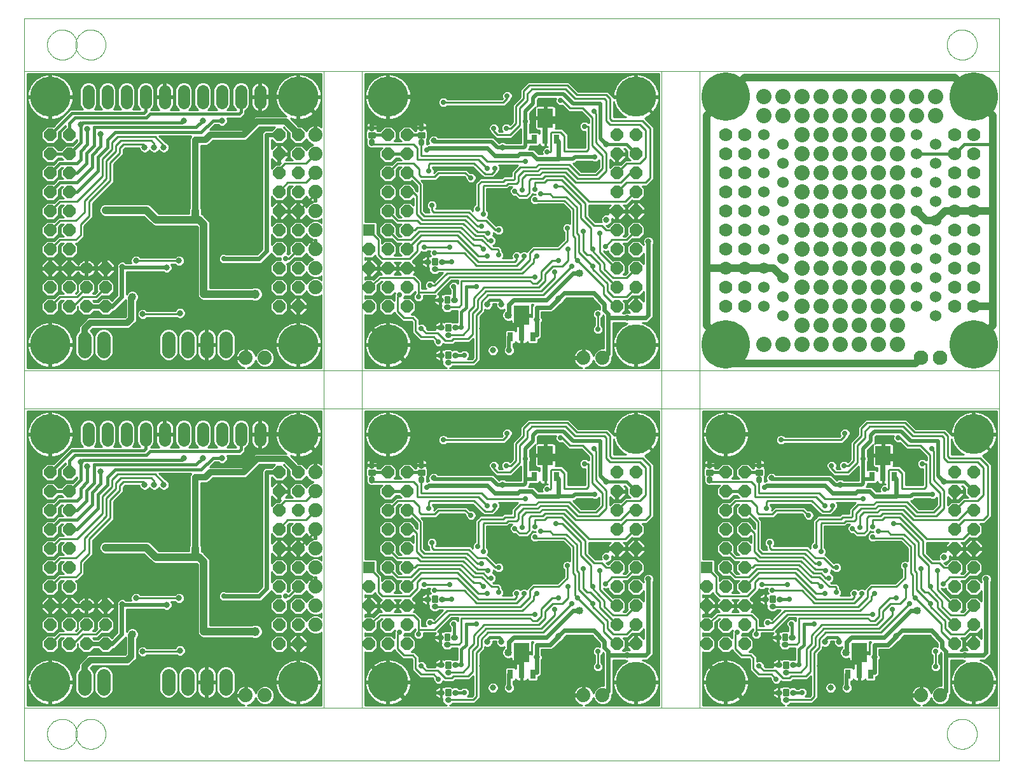
<source format=gbr>
G75*
%MOIN*%
%OFA0B0*%
%FSLAX24Y24*%
%IPPOS*%
%LPD*%
%AMOC8*
5,1,8,0,0,1.08239X$1,22.5*
%
%ADD10C,0.0010*%
%ADD11C,0.0000*%
%ADD12R,0.0640X0.0640*%
%ADD13OC8,0.0640*%
%ADD14C,0.2100*%
%ADD15C,0.0740*%
%ADD16R,0.0315X0.0472*%
%ADD17R,0.0315X0.0906*%
%ADD18R,0.0787X0.0984*%
%ADD19C,0.0315*%
%ADD20C,0.0157*%
%ADD21C,0.0712*%
%ADD22C,0.0640*%
%ADD23C,0.0640*%
%ADD24C,0.2540*%
%ADD25C,0.0700*%
%ADD26C,0.0760*%
%ADD27C,0.0600*%
%ADD28C,0.0280*%
%ADD29C,0.0100*%
%ADD30C,0.0240*%
%ADD31C,0.0400*%
%ADD32C,0.0320*%
%ADD33C,0.0200*%
%ADD34C,0.0160*%
%ADD35C,0.0480*%
%ADD36C,0.0400*%
%ADD37C,0.0320*%
%ADD38C,0.0800*%
D10*
X000233Y000105D02*
X000233Y002865D01*
X035633Y002865D01*
X035633Y018565D01*
X035633Y020565D01*
X035633Y036265D01*
X051333Y036265D01*
X051333Y020565D01*
X035633Y020565D01*
X033633Y020565D01*
X033633Y018565D01*
X035633Y018565D01*
X051333Y018565D01*
X051333Y020565D01*
X051333Y018565D02*
X051333Y002865D01*
X051333Y000105D01*
X000233Y000105D01*
X000233Y002865D02*
X000233Y018565D01*
X015933Y018565D01*
X015933Y020565D01*
X000233Y020565D01*
X000233Y018565D01*
X000233Y020565D02*
X000233Y036265D01*
X000233Y039025D01*
X000233Y036265D02*
X000233Y036265D01*
X015933Y036265D01*
X035633Y036265D01*
X033633Y036265D02*
X033633Y020565D01*
X017933Y020565D01*
X017933Y018575D01*
X017933Y018565D02*
X015933Y018565D01*
X015933Y002865D01*
X000233Y002865D01*
X017933Y002865D02*
X017933Y018565D01*
X033633Y018565D01*
X033633Y002865D01*
X017933Y002865D01*
X035633Y002865D02*
X051333Y002865D01*
X017933Y020565D02*
X015933Y020565D01*
X015933Y036265D01*
X017933Y036265D02*
X033633Y036265D01*
X017933Y036265D02*
X017933Y020565D01*
X051333Y036265D02*
X051333Y039025D01*
D11*
X000233Y039025D01*
X001416Y037645D02*
X001418Y037701D01*
X001424Y037756D01*
X001434Y037810D01*
X001447Y037864D01*
X001465Y037917D01*
X001486Y037968D01*
X001510Y038018D01*
X001538Y038066D01*
X001570Y038112D01*
X001604Y038156D01*
X001642Y038197D01*
X001682Y038235D01*
X001725Y038270D01*
X001770Y038302D01*
X001818Y038331D01*
X001867Y038357D01*
X001918Y038379D01*
X001970Y038397D01*
X002024Y038411D01*
X002079Y038422D01*
X002134Y038429D01*
X002189Y038432D01*
X002245Y038431D01*
X002300Y038426D01*
X002355Y038417D01*
X002409Y038405D01*
X002462Y038388D01*
X002514Y038368D01*
X002564Y038344D01*
X002612Y038317D01*
X002659Y038287D01*
X002703Y038253D01*
X002745Y038216D01*
X002783Y038176D01*
X002820Y038134D01*
X002853Y038089D01*
X002882Y038043D01*
X002909Y037994D01*
X002931Y037943D01*
X002951Y037891D01*
X002966Y037837D01*
X002978Y037783D01*
X002986Y037728D01*
X002990Y037673D01*
X002990Y037617D01*
X002986Y037562D01*
X002978Y037507D01*
X002966Y037453D01*
X002951Y037399D01*
X002931Y037347D01*
X002909Y037296D01*
X002882Y037247D01*
X002853Y037201D01*
X002820Y037156D01*
X002783Y037114D01*
X002745Y037074D01*
X002703Y037037D01*
X002659Y037003D01*
X002612Y036973D01*
X002564Y036946D01*
X002514Y036922D01*
X002462Y036902D01*
X002409Y036885D01*
X002355Y036873D01*
X002300Y036864D01*
X002245Y036859D01*
X002189Y036858D01*
X002134Y036861D01*
X002079Y036868D01*
X002024Y036879D01*
X001970Y036893D01*
X001918Y036911D01*
X001867Y036933D01*
X001818Y036959D01*
X001770Y036988D01*
X001725Y037020D01*
X001682Y037055D01*
X001642Y037093D01*
X001604Y037134D01*
X001570Y037178D01*
X001538Y037224D01*
X001510Y037272D01*
X001486Y037322D01*
X001465Y037373D01*
X001447Y037426D01*
X001434Y037480D01*
X001424Y037534D01*
X001418Y037589D01*
X001416Y037645D01*
X002912Y037645D02*
X002914Y037701D01*
X002920Y037756D01*
X002930Y037810D01*
X002943Y037864D01*
X002961Y037917D01*
X002982Y037968D01*
X003006Y038018D01*
X003034Y038066D01*
X003066Y038112D01*
X003100Y038156D01*
X003138Y038197D01*
X003178Y038235D01*
X003221Y038270D01*
X003266Y038302D01*
X003314Y038331D01*
X003363Y038357D01*
X003414Y038379D01*
X003466Y038397D01*
X003520Y038411D01*
X003575Y038422D01*
X003630Y038429D01*
X003685Y038432D01*
X003741Y038431D01*
X003796Y038426D01*
X003851Y038417D01*
X003905Y038405D01*
X003958Y038388D01*
X004010Y038368D01*
X004060Y038344D01*
X004108Y038317D01*
X004155Y038287D01*
X004199Y038253D01*
X004241Y038216D01*
X004279Y038176D01*
X004316Y038134D01*
X004349Y038089D01*
X004378Y038043D01*
X004405Y037994D01*
X004427Y037943D01*
X004447Y037891D01*
X004462Y037837D01*
X004474Y037783D01*
X004482Y037728D01*
X004486Y037673D01*
X004486Y037617D01*
X004482Y037562D01*
X004474Y037507D01*
X004462Y037453D01*
X004447Y037399D01*
X004427Y037347D01*
X004405Y037296D01*
X004378Y037247D01*
X004349Y037201D01*
X004316Y037156D01*
X004279Y037114D01*
X004241Y037074D01*
X004199Y037037D01*
X004155Y037003D01*
X004108Y036973D01*
X004060Y036946D01*
X004010Y036922D01*
X003958Y036902D01*
X003905Y036885D01*
X003851Y036873D01*
X003796Y036864D01*
X003741Y036859D01*
X003685Y036858D01*
X003630Y036861D01*
X003575Y036868D01*
X003520Y036879D01*
X003466Y036893D01*
X003414Y036911D01*
X003363Y036933D01*
X003314Y036959D01*
X003266Y036988D01*
X003221Y037020D01*
X003178Y037055D01*
X003138Y037093D01*
X003100Y037134D01*
X003066Y037178D01*
X003034Y037224D01*
X003006Y037272D01*
X002982Y037322D01*
X002961Y037373D01*
X002943Y037426D01*
X002930Y037480D01*
X002920Y037534D01*
X002914Y037589D01*
X002912Y037645D01*
X048577Y037645D02*
X048579Y037701D01*
X048585Y037756D01*
X048595Y037810D01*
X048608Y037864D01*
X048626Y037917D01*
X048647Y037968D01*
X048671Y038018D01*
X048699Y038066D01*
X048731Y038112D01*
X048765Y038156D01*
X048803Y038197D01*
X048843Y038235D01*
X048886Y038270D01*
X048931Y038302D01*
X048979Y038331D01*
X049028Y038357D01*
X049079Y038379D01*
X049131Y038397D01*
X049185Y038411D01*
X049240Y038422D01*
X049295Y038429D01*
X049350Y038432D01*
X049406Y038431D01*
X049461Y038426D01*
X049516Y038417D01*
X049570Y038405D01*
X049623Y038388D01*
X049675Y038368D01*
X049725Y038344D01*
X049773Y038317D01*
X049820Y038287D01*
X049864Y038253D01*
X049906Y038216D01*
X049944Y038176D01*
X049981Y038134D01*
X050014Y038089D01*
X050043Y038043D01*
X050070Y037994D01*
X050092Y037943D01*
X050112Y037891D01*
X050127Y037837D01*
X050139Y037783D01*
X050147Y037728D01*
X050151Y037673D01*
X050151Y037617D01*
X050147Y037562D01*
X050139Y037507D01*
X050127Y037453D01*
X050112Y037399D01*
X050092Y037347D01*
X050070Y037296D01*
X050043Y037247D01*
X050014Y037201D01*
X049981Y037156D01*
X049944Y037114D01*
X049906Y037074D01*
X049864Y037037D01*
X049820Y037003D01*
X049773Y036973D01*
X049725Y036946D01*
X049675Y036922D01*
X049623Y036902D01*
X049570Y036885D01*
X049516Y036873D01*
X049461Y036864D01*
X049406Y036859D01*
X049350Y036858D01*
X049295Y036861D01*
X049240Y036868D01*
X049185Y036879D01*
X049131Y036893D01*
X049079Y036911D01*
X049028Y036933D01*
X048979Y036959D01*
X048931Y036988D01*
X048886Y037020D01*
X048843Y037055D01*
X048803Y037093D01*
X048765Y037134D01*
X048731Y037178D01*
X048699Y037224D01*
X048671Y037272D01*
X048647Y037322D01*
X048626Y037373D01*
X048608Y037426D01*
X048595Y037480D01*
X048585Y037534D01*
X048579Y037589D01*
X048577Y037645D01*
X048577Y001489D02*
X048579Y001545D01*
X048585Y001600D01*
X048595Y001654D01*
X048608Y001708D01*
X048626Y001761D01*
X048647Y001812D01*
X048671Y001862D01*
X048699Y001910D01*
X048731Y001956D01*
X048765Y002000D01*
X048803Y002041D01*
X048843Y002079D01*
X048886Y002114D01*
X048931Y002146D01*
X048979Y002175D01*
X049028Y002201D01*
X049079Y002223D01*
X049131Y002241D01*
X049185Y002255D01*
X049240Y002266D01*
X049295Y002273D01*
X049350Y002276D01*
X049406Y002275D01*
X049461Y002270D01*
X049516Y002261D01*
X049570Y002249D01*
X049623Y002232D01*
X049675Y002212D01*
X049725Y002188D01*
X049773Y002161D01*
X049820Y002131D01*
X049864Y002097D01*
X049906Y002060D01*
X049944Y002020D01*
X049981Y001978D01*
X050014Y001933D01*
X050043Y001887D01*
X050070Y001838D01*
X050092Y001787D01*
X050112Y001735D01*
X050127Y001681D01*
X050139Y001627D01*
X050147Y001572D01*
X050151Y001517D01*
X050151Y001461D01*
X050147Y001406D01*
X050139Y001351D01*
X050127Y001297D01*
X050112Y001243D01*
X050092Y001191D01*
X050070Y001140D01*
X050043Y001091D01*
X050014Y001045D01*
X049981Y001000D01*
X049944Y000958D01*
X049906Y000918D01*
X049864Y000881D01*
X049820Y000847D01*
X049773Y000817D01*
X049725Y000790D01*
X049675Y000766D01*
X049623Y000746D01*
X049570Y000729D01*
X049516Y000717D01*
X049461Y000708D01*
X049406Y000703D01*
X049350Y000702D01*
X049295Y000705D01*
X049240Y000712D01*
X049185Y000723D01*
X049131Y000737D01*
X049079Y000755D01*
X049028Y000777D01*
X048979Y000803D01*
X048931Y000832D01*
X048886Y000864D01*
X048843Y000899D01*
X048803Y000937D01*
X048765Y000978D01*
X048731Y001022D01*
X048699Y001068D01*
X048671Y001116D01*
X048647Y001166D01*
X048626Y001217D01*
X048608Y001270D01*
X048595Y001324D01*
X048585Y001378D01*
X048579Y001433D01*
X048577Y001489D01*
X002912Y001489D02*
X002914Y001545D01*
X002920Y001600D01*
X002930Y001654D01*
X002943Y001708D01*
X002961Y001761D01*
X002982Y001812D01*
X003006Y001862D01*
X003034Y001910D01*
X003066Y001956D01*
X003100Y002000D01*
X003138Y002041D01*
X003178Y002079D01*
X003221Y002114D01*
X003266Y002146D01*
X003314Y002175D01*
X003363Y002201D01*
X003414Y002223D01*
X003466Y002241D01*
X003520Y002255D01*
X003575Y002266D01*
X003630Y002273D01*
X003685Y002276D01*
X003741Y002275D01*
X003796Y002270D01*
X003851Y002261D01*
X003905Y002249D01*
X003958Y002232D01*
X004010Y002212D01*
X004060Y002188D01*
X004108Y002161D01*
X004155Y002131D01*
X004199Y002097D01*
X004241Y002060D01*
X004279Y002020D01*
X004316Y001978D01*
X004349Y001933D01*
X004378Y001887D01*
X004405Y001838D01*
X004427Y001787D01*
X004447Y001735D01*
X004462Y001681D01*
X004474Y001627D01*
X004482Y001572D01*
X004486Y001517D01*
X004486Y001461D01*
X004482Y001406D01*
X004474Y001351D01*
X004462Y001297D01*
X004447Y001243D01*
X004427Y001191D01*
X004405Y001140D01*
X004378Y001091D01*
X004349Y001045D01*
X004316Y001000D01*
X004279Y000958D01*
X004241Y000918D01*
X004199Y000881D01*
X004155Y000847D01*
X004108Y000817D01*
X004060Y000790D01*
X004010Y000766D01*
X003958Y000746D01*
X003905Y000729D01*
X003851Y000717D01*
X003796Y000708D01*
X003741Y000703D01*
X003685Y000702D01*
X003630Y000705D01*
X003575Y000712D01*
X003520Y000723D01*
X003466Y000737D01*
X003414Y000755D01*
X003363Y000777D01*
X003314Y000803D01*
X003266Y000832D01*
X003221Y000864D01*
X003178Y000899D01*
X003138Y000937D01*
X003100Y000978D01*
X003066Y001022D01*
X003034Y001068D01*
X003006Y001116D01*
X002982Y001166D01*
X002961Y001217D01*
X002943Y001270D01*
X002930Y001324D01*
X002920Y001378D01*
X002914Y001433D01*
X002912Y001489D01*
X001416Y001489D02*
X001418Y001545D01*
X001424Y001600D01*
X001434Y001654D01*
X001447Y001708D01*
X001465Y001761D01*
X001486Y001812D01*
X001510Y001862D01*
X001538Y001910D01*
X001570Y001956D01*
X001604Y002000D01*
X001642Y002041D01*
X001682Y002079D01*
X001725Y002114D01*
X001770Y002146D01*
X001818Y002175D01*
X001867Y002201D01*
X001918Y002223D01*
X001970Y002241D01*
X002024Y002255D01*
X002079Y002266D01*
X002134Y002273D01*
X002189Y002276D01*
X002245Y002275D01*
X002300Y002270D01*
X002355Y002261D01*
X002409Y002249D01*
X002462Y002232D01*
X002514Y002212D01*
X002564Y002188D01*
X002612Y002161D01*
X002659Y002131D01*
X002703Y002097D01*
X002745Y002060D01*
X002783Y002020D01*
X002820Y001978D01*
X002853Y001933D01*
X002882Y001887D01*
X002909Y001838D01*
X002931Y001787D01*
X002951Y001735D01*
X002966Y001681D01*
X002978Y001627D01*
X002986Y001572D01*
X002990Y001517D01*
X002990Y001461D01*
X002986Y001406D01*
X002978Y001351D01*
X002966Y001297D01*
X002951Y001243D01*
X002931Y001191D01*
X002909Y001140D01*
X002882Y001091D01*
X002853Y001045D01*
X002820Y001000D01*
X002783Y000958D01*
X002745Y000918D01*
X002703Y000881D01*
X002659Y000847D01*
X002612Y000817D01*
X002564Y000790D01*
X002514Y000766D01*
X002462Y000746D01*
X002409Y000729D01*
X002355Y000717D01*
X002300Y000708D01*
X002245Y000703D01*
X002189Y000702D01*
X002134Y000705D01*
X002079Y000712D01*
X002024Y000723D01*
X001970Y000737D01*
X001918Y000755D01*
X001867Y000777D01*
X001818Y000803D01*
X001770Y000832D01*
X001725Y000864D01*
X001682Y000899D01*
X001642Y000937D01*
X001604Y000978D01*
X001570Y001022D01*
X001538Y001068D01*
X001510Y001116D01*
X001486Y001166D01*
X001465Y001217D01*
X001447Y001270D01*
X001434Y001324D01*
X001424Y001378D01*
X001418Y001433D01*
X001416Y001489D01*
D12*
X018283Y010215D03*
X035983Y010215D03*
X018283Y027915D03*
D13*
X018283Y026915D03*
X019283Y026915D03*
X019283Y027915D03*
X020283Y027915D03*
X020283Y026915D03*
X020283Y025915D03*
X019283Y025915D03*
X018283Y025915D03*
X018283Y024915D03*
X019283Y024915D03*
X020283Y024915D03*
X020283Y023915D03*
X019283Y023915D03*
X018283Y023915D03*
X014583Y023915D03*
X013583Y023915D03*
X013583Y024915D03*
X014583Y024915D03*
X014583Y025915D03*
X013583Y025915D03*
X013583Y026915D03*
X014583Y026915D03*
X014583Y027915D03*
X013583Y027915D03*
X013583Y028915D03*
X014583Y028915D03*
X014583Y029915D03*
X013583Y029915D03*
X013583Y030915D03*
X014583Y030915D03*
X014583Y031915D03*
X013583Y031915D03*
X013583Y032915D03*
X014583Y032915D03*
X019283Y032915D03*
X019283Y031915D03*
X020283Y031915D03*
X020283Y032915D03*
X020283Y030915D03*
X019283Y030915D03*
X019283Y029915D03*
X019283Y028915D03*
X020283Y028915D03*
X020283Y029915D03*
X031283Y029915D03*
X031283Y028915D03*
X032283Y028915D03*
X032283Y029915D03*
X032283Y030915D03*
X031283Y030915D03*
X031283Y031915D03*
X031283Y032915D03*
X032283Y032915D03*
X032283Y031915D03*
X032283Y027915D03*
X031283Y027915D03*
X031283Y026915D03*
X032283Y026915D03*
X032283Y025915D03*
X031283Y025915D03*
X031283Y024915D03*
X032283Y024915D03*
X032283Y023915D03*
X031283Y023915D03*
X031283Y015215D03*
X031283Y014215D03*
X032283Y014215D03*
X032283Y015215D03*
X032283Y013215D03*
X031283Y013215D03*
X031283Y012215D03*
X032283Y012215D03*
X032283Y011215D03*
X031283Y011215D03*
X031283Y010215D03*
X031283Y009215D03*
X032283Y009215D03*
X032283Y010215D03*
X032283Y008215D03*
X031283Y008215D03*
X031283Y007215D03*
X032283Y007215D03*
X032283Y006215D03*
X031283Y006215D03*
X035983Y006215D03*
X036983Y006215D03*
X037983Y006215D03*
X037983Y007215D03*
X036983Y007215D03*
X035983Y007215D03*
X035983Y008215D03*
X036983Y008215D03*
X037983Y008215D03*
X037983Y009215D03*
X036983Y009215D03*
X035983Y009215D03*
X036983Y010215D03*
X037983Y010215D03*
X037983Y011215D03*
X036983Y011215D03*
X036983Y012215D03*
X036983Y013215D03*
X037983Y013215D03*
X037983Y012215D03*
X037983Y014215D03*
X036983Y014215D03*
X036983Y015215D03*
X037983Y015215D03*
X048983Y015215D03*
X048983Y014215D03*
X049983Y014215D03*
X049983Y015215D03*
X049983Y013215D03*
X048983Y013215D03*
X048983Y012215D03*
X049983Y012215D03*
X049983Y011215D03*
X048983Y011215D03*
X048983Y010215D03*
X048983Y009215D03*
X049983Y009215D03*
X049983Y010215D03*
X049983Y008215D03*
X048983Y008215D03*
X048983Y007215D03*
X049983Y007215D03*
X049983Y006215D03*
X048983Y006215D03*
X020283Y006215D03*
X019283Y006215D03*
X018283Y006215D03*
X018283Y007215D03*
X018283Y008215D03*
X019283Y008215D03*
X019283Y007215D03*
X020283Y007215D03*
X020283Y008215D03*
X020283Y009215D03*
X019283Y009215D03*
X018283Y009215D03*
X019283Y010215D03*
X020283Y010215D03*
X020283Y011215D03*
X019283Y011215D03*
X019283Y012215D03*
X019283Y013215D03*
X020283Y013215D03*
X020283Y012215D03*
X020283Y014215D03*
X019283Y014215D03*
X019283Y015215D03*
X020283Y015215D03*
X014583Y015215D03*
X013583Y015215D03*
X013583Y014215D03*
X014583Y014215D03*
X014583Y013215D03*
X013583Y013215D03*
X013583Y012215D03*
X014583Y012215D03*
X014583Y011215D03*
X013583Y011215D03*
X013583Y010215D03*
X014583Y010215D03*
X014583Y009215D03*
X013583Y009215D03*
X013583Y008215D03*
X014583Y008215D03*
X014583Y007215D03*
X013583Y007215D03*
X013583Y006215D03*
X014583Y006215D03*
X004483Y006215D03*
X003483Y006215D03*
X002583Y006215D03*
X001583Y006215D03*
X001583Y007215D03*
X001583Y008215D03*
X002583Y008215D03*
X002583Y007215D03*
X003483Y007215D03*
X004483Y007215D03*
X004483Y008215D03*
X002583Y009215D03*
X001583Y009215D03*
X001583Y010215D03*
X002583Y010215D03*
X002583Y011215D03*
X001583Y011215D03*
X001583Y012215D03*
X001583Y013215D03*
X002583Y013215D03*
X002583Y012215D03*
X002583Y014215D03*
X001583Y014215D03*
X001583Y015215D03*
X002583Y015215D03*
X002583Y023915D03*
X003483Y023915D03*
X004483Y023915D03*
X004483Y024915D03*
X003483Y024915D03*
X002583Y024915D03*
X001583Y024915D03*
X001583Y025915D03*
X002583Y025915D03*
X002583Y026915D03*
X001583Y026915D03*
X001583Y027915D03*
X002583Y027915D03*
X002583Y028915D03*
X001583Y028915D03*
X001583Y029915D03*
X002583Y029915D03*
X002583Y030915D03*
X001583Y030915D03*
X001583Y031915D03*
X001583Y032915D03*
X002583Y032915D03*
X002583Y031915D03*
X004483Y025915D03*
X001583Y023915D03*
D14*
X001583Y021915D03*
X001583Y017215D03*
X014583Y017215D03*
X019283Y017215D03*
X019283Y021915D03*
X014583Y021915D03*
X014583Y034915D03*
X019283Y034915D03*
X032283Y034915D03*
X032283Y021915D03*
X032283Y017215D03*
X036983Y017215D03*
X049983Y017215D03*
X049983Y004215D03*
X036983Y004215D03*
X032283Y004215D03*
X019283Y004215D03*
X014583Y004215D03*
X001583Y004215D03*
X001583Y034915D03*
D15*
X015483Y032915D03*
X015483Y031915D03*
X015483Y030915D03*
X015483Y029915D03*
X015483Y028915D03*
X015483Y027915D03*
X015483Y026915D03*
X015483Y025915D03*
X015483Y024915D03*
X012833Y021215D03*
X011833Y021215D03*
X015483Y015215D03*
X015483Y014215D03*
X015483Y013215D03*
X015483Y012215D03*
X015483Y011215D03*
X015483Y010215D03*
X015483Y009215D03*
X015483Y008215D03*
X015483Y007215D03*
X012833Y003515D03*
X011833Y003515D03*
X029533Y003515D03*
X030533Y003515D03*
X047233Y003515D03*
X048233Y003515D03*
X030533Y021215D03*
X029533Y021215D03*
D16*
X026874Y022335D03*
X025693Y022335D03*
X026943Y014985D03*
X028124Y014985D03*
X026874Y004635D03*
X025693Y004635D03*
X043393Y004635D03*
X044574Y004635D03*
X044643Y014985D03*
X045824Y014985D03*
X028124Y032685D03*
X026943Y032685D03*
D17*
X027533Y032902D03*
X026283Y022552D03*
X027533Y015202D03*
X026283Y004852D03*
X043983Y004852D03*
X045233Y015202D03*
D18*
X045233Y016107D03*
X043983Y005757D03*
X027533Y016107D03*
X026283Y023457D03*
X027533Y033807D03*
X026283Y005757D03*
D19*
X022833Y005115D02*
X022833Y005115D01*
X022773Y005115D01*
X022773Y005115D01*
X022833Y005115D01*
X022403Y004735D02*
X022403Y004735D01*
X022463Y004735D01*
X022463Y004735D01*
X022403Y004735D01*
X022033Y005115D02*
X022033Y005115D01*
X022093Y005115D01*
X022093Y005115D01*
X022033Y005115D01*
X022353Y006185D02*
X022353Y006185D01*
X022413Y006185D01*
X022413Y006185D01*
X022353Y006185D01*
X021983Y006565D02*
X021983Y006565D01*
X022043Y006565D01*
X022043Y006565D01*
X021983Y006565D01*
X022783Y006565D02*
X022783Y006565D01*
X022723Y006565D01*
X022723Y006565D01*
X022783Y006565D01*
X021703Y008185D02*
X021703Y008185D01*
X021763Y008185D01*
X021763Y008185D01*
X021703Y008185D01*
X021333Y008565D02*
X021333Y008565D01*
X021393Y008565D01*
X021393Y008565D01*
X021333Y008565D01*
X022133Y008565D02*
X022133Y008565D01*
X022073Y008565D01*
X022073Y008565D01*
X022133Y008565D01*
X022033Y003665D02*
X022033Y003665D01*
X022093Y003665D01*
X022093Y003665D01*
X022033Y003665D01*
X022403Y003285D02*
X022403Y003285D01*
X022463Y003285D01*
X022463Y003285D01*
X022403Y003285D01*
X022833Y003665D02*
X022833Y003665D01*
X022773Y003665D01*
X022773Y003665D01*
X022833Y003665D01*
X021033Y014806D02*
X021033Y014806D01*
X021033Y014886D01*
X021033Y014886D01*
X021033Y014806D01*
X021033Y015544D02*
X021033Y015544D01*
X021033Y015624D01*
X021033Y015624D01*
X021033Y015544D01*
X018433Y015544D02*
X018433Y015544D01*
X018433Y015624D01*
X018433Y015624D01*
X018433Y015544D01*
X018433Y014806D02*
X018433Y014806D01*
X018433Y014886D01*
X018433Y014886D01*
X018433Y014806D01*
X022403Y020985D02*
X022403Y020985D01*
X022463Y020985D01*
X022463Y020985D01*
X022403Y020985D01*
X022033Y021365D02*
X022033Y021365D01*
X022093Y021365D01*
X022093Y021365D01*
X022033Y021365D01*
X022833Y021365D02*
X022833Y021365D01*
X022773Y021365D01*
X022773Y021365D01*
X022833Y021365D01*
X022403Y022435D02*
X022403Y022435D01*
X022463Y022435D01*
X022463Y022435D01*
X022403Y022435D01*
X022033Y022815D02*
X022033Y022815D01*
X022093Y022815D01*
X022093Y022815D01*
X022033Y022815D01*
X022833Y022815D02*
X022833Y022815D01*
X022773Y022815D01*
X022773Y022815D01*
X022833Y022815D01*
X022353Y023885D02*
X022353Y023885D01*
X022413Y023885D01*
X022413Y023885D01*
X022353Y023885D01*
X021983Y024265D02*
X021983Y024265D01*
X022043Y024265D01*
X022043Y024265D01*
X021983Y024265D01*
X022783Y024265D02*
X022783Y024265D01*
X022723Y024265D01*
X022723Y024265D01*
X022783Y024265D01*
X021703Y025885D02*
X021703Y025885D01*
X021763Y025885D01*
X021763Y025885D01*
X021703Y025885D01*
X021333Y026265D02*
X021333Y026265D01*
X021393Y026265D01*
X021393Y026265D01*
X021333Y026265D01*
X022133Y026265D02*
X022133Y026265D01*
X022073Y026265D01*
X022073Y026265D01*
X022133Y026265D01*
X021033Y032506D02*
X021033Y032506D01*
X021033Y032586D01*
X021033Y032586D01*
X021033Y032506D01*
X021033Y033244D02*
X021033Y033244D01*
X021033Y033324D01*
X021033Y033324D01*
X021033Y033244D01*
X018433Y033244D02*
X018433Y033244D01*
X018433Y033324D01*
X018433Y033324D01*
X018433Y033244D01*
X018433Y032506D02*
X018433Y032506D01*
X018433Y032586D01*
X018433Y032586D01*
X018433Y032506D01*
X036133Y015544D02*
X036133Y015544D01*
X036133Y015624D01*
X036133Y015624D01*
X036133Y015544D01*
X036133Y014806D02*
X036133Y014806D01*
X036133Y014886D01*
X036133Y014886D01*
X036133Y014806D01*
X038733Y014806D02*
X038733Y014806D01*
X038733Y014886D01*
X038733Y014886D01*
X038733Y014806D01*
X038733Y015544D02*
X038733Y015544D01*
X038733Y015624D01*
X038733Y015624D01*
X038733Y015544D01*
X039033Y008565D02*
X039033Y008565D01*
X039093Y008565D01*
X039093Y008565D01*
X039033Y008565D01*
X039403Y008185D02*
X039403Y008185D01*
X039463Y008185D01*
X039463Y008185D01*
X039403Y008185D01*
X039833Y008565D02*
X039833Y008565D01*
X039773Y008565D01*
X039773Y008565D01*
X039833Y008565D01*
X039683Y006565D02*
X039683Y006565D01*
X039743Y006565D01*
X039743Y006565D01*
X039683Y006565D01*
X040053Y006185D02*
X040053Y006185D01*
X040113Y006185D01*
X040113Y006185D01*
X040053Y006185D01*
X040483Y006565D02*
X040483Y006565D01*
X040423Y006565D01*
X040423Y006565D01*
X040483Y006565D01*
X040533Y005115D02*
X040533Y005115D01*
X040473Y005115D01*
X040473Y005115D01*
X040533Y005115D01*
X040103Y004735D02*
X040103Y004735D01*
X040163Y004735D01*
X040163Y004735D01*
X040103Y004735D01*
X039733Y005115D02*
X039733Y005115D01*
X039793Y005115D01*
X039793Y005115D01*
X039733Y005115D01*
X039733Y003665D02*
X039733Y003665D01*
X039793Y003665D01*
X039793Y003665D01*
X039733Y003665D01*
X040103Y003285D02*
X040103Y003285D01*
X040163Y003285D01*
X040163Y003285D01*
X040103Y003285D01*
X040533Y003665D02*
X040533Y003665D01*
X040473Y003665D01*
X040473Y003665D01*
X040533Y003665D01*
D20*
X040212Y003784D02*
X040212Y003546D01*
X040054Y003546D01*
X040054Y003784D01*
X040212Y003784D01*
X040212Y003702D02*
X040054Y003702D01*
X040212Y004996D02*
X040212Y005234D01*
X040212Y004996D02*
X040054Y004996D01*
X040054Y005234D01*
X040212Y005234D01*
X040212Y005152D02*
X040054Y005152D01*
X040162Y006446D02*
X040162Y006684D01*
X040162Y006446D02*
X040004Y006446D01*
X040004Y006684D01*
X040162Y006684D01*
X040162Y006602D02*
X040004Y006602D01*
X039512Y008446D02*
X039512Y008684D01*
X039512Y008446D02*
X039354Y008446D01*
X039354Y008684D01*
X039512Y008684D01*
X039512Y008602D02*
X039354Y008602D01*
X038852Y015136D02*
X038614Y015136D01*
X038614Y015294D01*
X038852Y015294D01*
X038852Y015136D01*
X038852Y015292D02*
X038614Y015292D01*
X036252Y015136D02*
X036014Y015136D01*
X036014Y015294D01*
X036252Y015294D01*
X036252Y015136D01*
X036252Y015292D02*
X036014Y015292D01*
X022512Y021246D02*
X022512Y021484D01*
X022512Y021246D02*
X022354Y021246D01*
X022354Y021484D01*
X022512Y021484D01*
X022512Y021402D02*
X022354Y021402D01*
X022512Y022696D02*
X022512Y022934D01*
X022512Y022696D02*
X022354Y022696D01*
X022354Y022934D01*
X022512Y022934D01*
X022512Y022852D02*
X022354Y022852D01*
X022462Y024146D02*
X022462Y024384D01*
X022462Y024146D02*
X022304Y024146D01*
X022304Y024384D01*
X022462Y024384D01*
X022462Y024302D02*
X022304Y024302D01*
X021812Y026146D02*
X021812Y026384D01*
X021812Y026146D02*
X021654Y026146D01*
X021654Y026384D01*
X021812Y026384D01*
X021812Y026302D02*
X021654Y026302D01*
X021152Y032836D02*
X020914Y032836D01*
X020914Y032994D01*
X021152Y032994D01*
X021152Y032836D01*
X021152Y032992D02*
X020914Y032992D01*
X018552Y032836D02*
X018314Y032836D01*
X018314Y032994D01*
X018552Y032994D01*
X018552Y032836D01*
X018552Y032992D02*
X018314Y032992D01*
X018314Y015136D02*
X018552Y015136D01*
X018314Y015136D02*
X018314Y015294D01*
X018552Y015294D01*
X018552Y015136D01*
X018552Y015292D02*
X018314Y015292D01*
X020914Y015136D02*
X021152Y015136D01*
X020914Y015136D02*
X020914Y015294D01*
X021152Y015294D01*
X021152Y015136D01*
X021152Y015292D02*
X020914Y015292D01*
X021812Y008684D02*
X021812Y008446D01*
X021654Y008446D01*
X021654Y008684D01*
X021812Y008684D01*
X021812Y008602D02*
X021654Y008602D01*
X022462Y006684D02*
X022462Y006446D01*
X022304Y006446D01*
X022304Y006684D01*
X022462Y006684D01*
X022462Y006602D02*
X022304Y006602D01*
X022512Y005234D02*
X022512Y004996D01*
X022354Y004996D01*
X022354Y005234D01*
X022512Y005234D01*
X022512Y005152D02*
X022354Y005152D01*
X022512Y003784D02*
X022512Y003546D01*
X022354Y003546D01*
X022354Y003784D01*
X022512Y003784D01*
X022512Y003702D02*
X022354Y003702D01*
D21*
X010783Y003859D02*
X010783Y004571D01*
X009783Y004571D02*
X009783Y003859D01*
X008783Y003859D02*
X008783Y004571D01*
X007783Y004571D02*
X007783Y003859D01*
X004383Y003859D02*
X004383Y004571D01*
X003383Y004571D02*
X003383Y003859D01*
X003383Y021559D02*
X003383Y022271D01*
X004383Y022271D02*
X004383Y021559D01*
X007783Y021559D02*
X007783Y022271D01*
X008783Y022271D02*
X008783Y021559D01*
X009783Y021559D02*
X009783Y022271D01*
X010783Y022271D02*
X010783Y021559D01*
D22*
X003483Y025915D03*
X003483Y008215D03*
D23*
X003583Y016895D02*
X003583Y017535D01*
X004583Y017535D02*
X004583Y016895D01*
X005583Y016895D02*
X005583Y017535D01*
X006583Y017535D02*
X006583Y016895D01*
X007583Y016895D02*
X007583Y017535D01*
X008583Y017535D02*
X008583Y016895D01*
X009583Y016895D02*
X009583Y017535D01*
X010583Y017535D02*
X010583Y016895D01*
X011583Y016895D02*
X011583Y017535D01*
X012583Y017535D02*
X012583Y016895D01*
X012583Y034595D02*
X012583Y035235D01*
X011583Y035235D02*
X011583Y034595D01*
X010583Y034595D02*
X010583Y035235D01*
X009583Y035235D02*
X009583Y034595D01*
X008583Y034595D02*
X008583Y035235D01*
X007583Y035235D02*
X007583Y034595D01*
X006583Y034595D02*
X006583Y035235D01*
X005583Y035235D02*
X005583Y034595D01*
X004583Y034595D02*
X004583Y035235D01*
X003583Y035235D02*
X003583Y034595D01*
D24*
X036983Y034915D03*
X049983Y034915D03*
X049983Y021915D03*
X036983Y021915D03*
D25*
X036983Y023915D03*
X037983Y023915D03*
X037983Y024915D03*
X036983Y024915D03*
X036983Y025915D03*
X037983Y025915D03*
X037983Y026915D03*
X036983Y026915D03*
X036983Y027915D03*
X037983Y027915D03*
X037983Y028915D03*
X036983Y028915D03*
X036983Y029915D03*
X037983Y029915D03*
X037983Y030915D03*
X036983Y030915D03*
X036983Y031915D03*
X036983Y032915D03*
X037983Y032915D03*
X037983Y031915D03*
X048983Y031915D03*
X048983Y032915D03*
X049983Y032915D03*
X049983Y031915D03*
X049983Y030915D03*
X048983Y030915D03*
X048983Y029915D03*
X048983Y028915D03*
X049983Y028915D03*
X049983Y029915D03*
X049983Y027915D03*
X048983Y027915D03*
X048983Y026915D03*
X049983Y026915D03*
X049983Y025915D03*
X048983Y025915D03*
X048983Y024915D03*
X049983Y024915D03*
X049983Y023915D03*
X048983Y023915D03*
D26*
X048233Y021215D03*
X047233Y021215D03*
D27*
X047983Y023415D03*
X046983Y023915D03*
X047983Y024415D03*
X047983Y025415D03*
X046983Y024915D03*
X046983Y025915D03*
X047983Y026415D03*
X047983Y027415D03*
X046983Y026915D03*
X046983Y027915D03*
X047983Y028415D03*
X047983Y029415D03*
X046983Y028915D03*
X046983Y029915D03*
X047983Y030415D03*
X047983Y031415D03*
X046983Y031915D03*
X046983Y032915D03*
X047983Y032415D03*
X046983Y030915D03*
X039983Y030415D03*
X039983Y031415D03*
X038983Y031915D03*
X038983Y032915D03*
X039983Y032415D03*
X038983Y030915D03*
X038983Y029915D03*
X038983Y028915D03*
X039983Y028415D03*
X039983Y029415D03*
X038983Y027915D03*
X038983Y026915D03*
X039983Y026415D03*
X039983Y027415D03*
X038983Y025915D03*
X038983Y024915D03*
X039983Y024415D03*
X039983Y025415D03*
X038983Y023915D03*
X039983Y023415D03*
D28*
X033283Y022915D03*
X031233Y020815D03*
X028933Y020815D03*
X028483Y021765D03*
X028683Y022465D03*
X028683Y022965D03*
X028683Y023415D03*
X028683Y023915D03*
X028683Y024215D03*
X030283Y023515D03*
X030283Y022715D03*
X026993Y025475D03*
X028033Y025715D03*
X028233Y026315D03*
X028933Y026015D03*
X029233Y026315D03*
X028733Y026915D03*
X029533Y027865D03*
X030383Y027765D03*
X030683Y027065D03*
X030033Y026915D03*
X030033Y026015D03*
X028683Y028015D03*
X027383Y027615D03*
X027083Y026565D03*
X026433Y026565D03*
X026033Y026565D03*
X025583Y026815D03*
X025083Y026615D03*
X024483Y026565D03*
X024283Y026915D03*
X024683Y027365D03*
X024533Y027765D03*
X024183Y028115D03*
X024283Y028765D03*
X023983Y029015D03*
X024633Y029665D03*
X025933Y029965D03*
X026333Y030015D03*
X026983Y030065D03*
X027283Y029815D03*
X026983Y029515D03*
X027433Y028815D03*
X028083Y030215D03*
X029583Y031365D03*
X030133Y031765D03*
X028933Y032665D03*
X029583Y033365D03*
X028983Y033615D03*
X028633Y033615D03*
X028283Y033615D03*
X028333Y034715D03*
X028883Y035915D03*
X031283Y035915D03*
X031283Y034015D03*
X030083Y034165D03*
X027633Y032015D03*
X028233Y031665D03*
X026483Y031515D03*
X024883Y031165D03*
X024483Y031165D03*
X023633Y030665D03*
X023183Y030315D03*
X022033Y030365D03*
X021433Y031015D03*
X021333Y032115D03*
X022033Y033215D03*
X022883Y033815D03*
X023783Y033815D03*
X024833Y033265D03*
X025483Y033265D03*
X026483Y033615D03*
X025533Y034965D03*
X026183Y035915D03*
X022183Y034615D03*
X020733Y034815D03*
X018683Y030315D03*
X019783Y029415D03*
X021383Y029765D03*
X021583Y029215D03*
X021183Y027015D03*
X021733Y026715D03*
X021733Y026265D03*
X022633Y026265D03*
X022533Y027015D03*
X020683Y026265D03*
X021433Y025465D03*
X021483Y025015D03*
X020883Y024415D03*
X021333Y024315D03*
X022383Y024265D03*
X022733Y024965D03*
X023933Y024965D03*
X024883Y023865D03*
X025133Y022765D03*
X025283Y021165D03*
X023283Y021365D03*
X022433Y021365D03*
X022433Y021815D03*
X021933Y022065D03*
X021483Y022015D03*
X021383Y021315D03*
X020983Y021265D03*
X020233Y020965D03*
X021033Y022765D03*
X021433Y022815D03*
X022433Y022815D03*
X023133Y022815D03*
X022383Y023415D03*
X019883Y024515D03*
X025083Y027915D03*
X030366Y028915D03*
X031283Y018215D03*
X028883Y018215D03*
X028333Y017015D03*
X028283Y015915D03*
X028633Y015915D03*
X028983Y015915D03*
X029583Y015665D03*
X028933Y014965D03*
X028233Y013965D03*
X027633Y014315D03*
X026483Y013815D03*
X024883Y013465D03*
X024483Y013465D03*
X023633Y012965D03*
X023183Y012615D03*
X022033Y012665D03*
X021433Y013315D03*
X021333Y014415D03*
X022033Y015515D03*
X022883Y016115D03*
X023783Y016115D03*
X024833Y015565D03*
X025483Y015565D03*
X026483Y015915D03*
X025533Y017265D03*
X026183Y018215D03*
X030083Y016465D03*
X031283Y016315D03*
X030133Y014065D03*
X029583Y013665D03*
X028083Y012515D03*
X027283Y012115D03*
X026983Y012365D03*
X026983Y011815D03*
X026333Y012315D03*
X025933Y012265D03*
X024633Y011965D03*
X023983Y011315D03*
X024283Y011065D03*
X024183Y010415D03*
X024533Y010065D03*
X024683Y009665D03*
X024283Y009215D03*
X024483Y008865D03*
X025083Y008915D03*
X025583Y009115D03*
X026033Y008865D03*
X026433Y008865D03*
X027083Y008865D03*
X028033Y008015D03*
X028233Y008615D03*
X028933Y008315D03*
X029233Y008615D03*
X028733Y009215D03*
X029533Y010165D03*
X030383Y010065D03*
X030683Y009365D03*
X030033Y009215D03*
X030033Y008315D03*
X028683Y006515D03*
X028683Y006215D03*
X028683Y005715D03*
X028683Y005265D03*
X028683Y004765D03*
X028483Y004065D03*
X028933Y003115D03*
X031233Y003115D03*
X030283Y005015D03*
X030283Y005815D03*
X033283Y005215D03*
X037583Y006815D03*
X038583Y006715D03*
X039033Y006615D03*
X040083Y006565D03*
X040433Y007265D03*
X041633Y007265D03*
X042583Y006165D03*
X042833Y005065D03*
X042983Y003465D03*
X040983Y003665D03*
X040133Y003665D03*
X040133Y004115D03*
X039633Y004365D03*
X039183Y004315D03*
X039083Y003615D03*
X038683Y003565D03*
X037933Y003265D03*
X038733Y005065D03*
X039133Y005115D03*
X040133Y005115D03*
X040833Y005115D03*
X040083Y005715D03*
X039183Y007315D03*
X039133Y007765D03*
X039433Y008565D03*
X039433Y009015D03*
X038883Y009315D03*
X038383Y008565D03*
X040333Y008565D03*
X040233Y009315D03*
X041983Y009215D03*
X042183Y008865D03*
X042783Y008915D03*
X043283Y009115D03*
X043733Y008865D03*
X044133Y008865D03*
X044783Y008865D03*
X045933Y008615D03*
X045733Y008015D03*
X046633Y008315D03*
X046933Y008615D03*
X046433Y009215D03*
X047233Y010165D03*
X048083Y010065D03*
X048383Y009365D03*
X047733Y009215D03*
X047733Y008315D03*
X046383Y006515D03*
X046383Y006215D03*
X046383Y005715D03*
X046383Y005265D03*
X046383Y004765D03*
X046183Y004065D03*
X046633Y003115D03*
X048933Y003115D03*
X047983Y005015D03*
X047983Y005815D03*
X050983Y005215D03*
X044693Y007775D03*
X042383Y009665D03*
X042233Y010065D03*
X041883Y010415D03*
X042783Y010215D03*
X041983Y011065D03*
X041683Y011315D03*
X042333Y011965D03*
X043633Y012265D03*
X044033Y012315D03*
X044683Y012365D03*
X044983Y012115D03*
X044683Y011815D03*
X045133Y011115D03*
X046383Y010315D03*
X045083Y009915D03*
X048066Y011215D03*
X045783Y012515D03*
X047283Y013665D03*
X047833Y014065D03*
X046633Y014965D03*
X047283Y015665D03*
X046683Y015915D03*
X046333Y015915D03*
X045983Y015915D03*
X046033Y017015D03*
X046583Y018215D03*
X047783Y016465D03*
X048983Y016315D03*
X048983Y018215D03*
X044183Y015915D03*
X043183Y015565D03*
X042533Y015565D03*
X041483Y016115D03*
X040583Y016115D03*
X039733Y015515D03*
X039033Y014415D03*
X039133Y013315D03*
X039733Y012665D03*
X039083Y012065D03*
X039283Y011515D03*
X037483Y011715D03*
X036383Y012615D03*
X040883Y012615D03*
X041333Y012965D03*
X042183Y013465D03*
X042583Y013465D03*
X044183Y013815D03*
X045333Y014315D03*
X045933Y013965D03*
X043233Y017265D03*
X043883Y018215D03*
X039883Y016915D03*
X038433Y017115D03*
X030366Y011215D03*
X028683Y010315D03*
X027383Y009915D03*
X027433Y011115D03*
X025083Y010215D03*
X022533Y009315D03*
X021733Y009015D03*
X021733Y008565D03*
X022633Y008565D03*
X021433Y007765D03*
X021483Y007315D03*
X020883Y006715D03*
X021333Y006615D03*
X022383Y006565D03*
X022733Y007265D03*
X023933Y007265D03*
X024883Y006165D03*
X025133Y005065D03*
X025283Y003465D03*
X023283Y003665D03*
X022433Y003665D03*
X022433Y004115D03*
X021933Y004365D03*
X021483Y004315D03*
X021383Y003615D03*
X020983Y003565D03*
X020233Y003265D03*
X021033Y005065D03*
X021433Y005115D03*
X022433Y005115D03*
X023133Y005115D03*
X022383Y005715D03*
X019883Y006815D03*
X020683Y008565D03*
X021183Y009315D03*
X021583Y011515D03*
X021383Y012065D03*
X019783Y011715D03*
X018683Y012615D03*
X022183Y016915D03*
X020733Y017115D03*
X012533Y015365D03*
X012533Y014815D03*
X012183Y014815D03*
X010683Y014515D03*
X010683Y014165D03*
X010683Y013815D03*
X010683Y013465D03*
X010183Y013465D03*
X010183Y013815D03*
X010183Y014165D03*
X010183Y014515D03*
X009683Y014515D03*
X009683Y014165D03*
X009683Y013815D03*
X009683Y013465D03*
X008533Y013465D03*
X008533Y013815D03*
X008533Y014165D03*
X008533Y014515D03*
X008683Y012815D03*
X008683Y012365D03*
X008683Y011865D03*
X008683Y011265D03*
X008133Y012815D03*
X007633Y012815D03*
X007283Y012815D03*
X006883Y012815D03*
X006433Y012815D03*
X006083Y013465D03*
X006083Y013815D03*
X006083Y014165D03*
X005683Y014165D03*
X005683Y013815D03*
X005683Y013465D03*
X005283Y013465D03*
X005283Y013815D03*
X004383Y010715D03*
X003933Y010715D03*
X003233Y009215D03*
X001183Y007715D03*
X000833Y005565D03*
X000533Y005165D03*
X002133Y005565D03*
X002633Y005365D03*
X005933Y007365D03*
X007183Y006265D03*
X010433Y006215D03*
X011983Y008065D03*
X010683Y008715D03*
X008983Y008665D03*
X006083Y009115D03*
X011083Y012865D03*
X011483Y012815D03*
X011883Y012815D03*
X012283Y012815D03*
X012183Y011015D03*
X012183Y010615D03*
X011683Y010615D03*
X013933Y008715D03*
X026993Y007775D03*
X010433Y023915D03*
X011983Y025765D03*
X010683Y026415D03*
X008983Y026365D03*
X006083Y026815D03*
X004383Y028415D03*
X003933Y028415D03*
X003233Y026915D03*
X001183Y025415D03*
X000833Y023265D03*
X000533Y022865D03*
X002133Y023265D03*
X002633Y023065D03*
X005933Y025065D03*
X007183Y023965D03*
X011683Y028315D03*
X012183Y028315D03*
X012183Y028715D03*
X012283Y030515D03*
X011883Y030515D03*
X011483Y030515D03*
X011083Y030565D03*
X010683Y031165D03*
X010683Y031515D03*
X010683Y031865D03*
X010683Y032215D03*
X010183Y032215D03*
X010183Y031865D03*
X010183Y031515D03*
X010183Y031165D03*
X009683Y031165D03*
X009683Y031515D03*
X009683Y031865D03*
X009683Y032215D03*
X008533Y032215D03*
X008533Y031865D03*
X008533Y031515D03*
X008533Y031165D03*
X008683Y030515D03*
X008683Y030065D03*
X008683Y029565D03*
X008683Y028965D03*
X008133Y030515D03*
X007633Y030515D03*
X007283Y030515D03*
X006883Y030515D03*
X006433Y030515D03*
X006083Y031165D03*
X006083Y031515D03*
X006083Y031865D03*
X005683Y031865D03*
X005683Y031515D03*
X005683Y031165D03*
X005283Y031165D03*
X005283Y031515D03*
X012183Y032515D03*
X012533Y032515D03*
X012533Y033065D03*
X013933Y026415D03*
D29*
X014083Y026415D01*
X014583Y026915D01*
X014133Y026927D02*
X014033Y026927D01*
X014033Y026829D02*
X014133Y026829D01*
X014133Y026730D02*
X014033Y026730D01*
X014033Y026729D02*
X014033Y027101D01*
X013770Y027365D01*
X013397Y027365D01*
X013183Y027151D01*
X013183Y027679D01*
X013397Y027465D01*
X013770Y027465D01*
X014033Y027729D01*
X014033Y028101D01*
X013770Y028365D01*
X013397Y028365D01*
X013183Y028151D01*
X013183Y028650D01*
X013389Y028445D01*
X013533Y028445D01*
X013533Y028865D01*
X013633Y028865D01*
X013633Y028445D01*
X013778Y028445D01*
X014053Y028720D01*
X014053Y028865D01*
X013633Y028865D01*
X013633Y028965D01*
X013533Y028965D01*
X013533Y029385D01*
X013389Y029385D01*
X013183Y029180D01*
X013183Y029679D01*
X013397Y029465D01*
X013770Y029465D01*
X014033Y029729D01*
X014033Y030101D01*
X014004Y030131D01*
X014108Y030235D01*
X014267Y030235D01*
X014133Y030101D01*
X014133Y029729D01*
X014397Y029465D01*
X014770Y029465D01*
X015008Y029703D01*
X015039Y029642D01*
X015087Y029576D01*
X015145Y029518D01*
X015211Y029470D01*
X015284Y029433D01*
X015362Y029408D01*
X015365Y029407D01*
X015200Y029339D01*
X015059Y029198D01*
X015032Y029131D01*
X014778Y029385D01*
X014633Y029385D01*
X014633Y028965D01*
X014533Y028965D01*
X014533Y028865D01*
X014113Y028865D01*
X014113Y028720D01*
X014389Y028445D01*
X014533Y028445D01*
X014533Y028865D01*
X014633Y028865D01*
X014633Y028445D01*
X014778Y028445D01*
X015032Y028699D01*
X015059Y028632D01*
X015200Y028491D01*
X015384Y028415D01*
X015200Y028339D01*
X015059Y028198D01*
X015023Y028111D01*
X014770Y028365D01*
X014397Y028365D01*
X014133Y028101D01*
X014133Y027729D01*
X014397Y027465D01*
X014770Y027465D01*
X015023Y027719D01*
X015059Y027632D01*
X015200Y027491D01*
X015365Y027423D01*
X015362Y027422D01*
X015284Y027397D01*
X015211Y027360D01*
X015145Y027312D01*
X015087Y027254D01*
X015039Y027188D01*
X015008Y027127D01*
X014770Y027365D01*
X014397Y027365D01*
X014133Y027101D01*
X014133Y026729D01*
X014138Y026724D01*
X014066Y026652D01*
X013989Y026684D01*
X014033Y026729D01*
X014033Y027026D02*
X014133Y027026D01*
X014156Y027124D02*
X014011Y027124D01*
X013912Y027223D02*
X014255Y027223D01*
X014353Y027321D02*
X013814Y027321D01*
X013823Y027518D02*
X014344Y027518D01*
X014245Y027617D02*
X013921Y027617D01*
X014020Y027715D02*
X014147Y027715D01*
X014133Y027814D02*
X014033Y027814D01*
X014033Y027912D02*
X014133Y027912D01*
X014133Y028011D02*
X014033Y028011D01*
X014026Y028109D02*
X014141Y028109D01*
X014240Y028208D02*
X013927Y028208D01*
X013829Y028306D02*
X014338Y028306D01*
X014331Y028503D02*
X013836Y028503D01*
X013935Y028602D02*
X014232Y028602D01*
X014134Y028700D02*
X014033Y028700D01*
X014053Y028799D02*
X014113Y028799D01*
X014113Y028965D02*
X014533Y028965D01*
X014533Y029385D01*
X014389Y029385D01*
X014113Y029110D01*
X014113Y028965D01*
X014113Y028996D02*
X014053Y028996D01*
X014053Y028965D02*
X014053Y029110D01*
X013778Y029385D01*
X013633Y029385D01*
X013633Y028965D01*
X014053Y028965D01*
X014053Y029094D02*
X014113Y029094D01*
X014196Y029193D02*
X013970Y029193D01*
X013872Y029291D02*
X014295Y029291D01*
X014374Y029488D02*
X013793Y029488D01*
X013891Y029587D02*
X014275Y029587D01*
X014177Y029685D02*
X013990Y029685D01*
X014033Y029784D02*
X014133Y029784D01*
X014133Y029882D02*
X014033Y029882D01*
X014033Y029981D02*
X014133Y029981D01*
X014133Y030079D02*
X014033Y030079D01*
X014050Y030178D02*
X014210Y030178D01*
X014033Y030415D02*
X014983Y030415D01*
X015483Y030915D01*
X014983Y031415D02*
X015483Y031915D01*
X015023Y032111D02*
X014770Y032365D01*
X014397Y032365D01*
X014133Y032101D01*
X014133Y031729D01*
X014267Y031595D01*
X013928Y031595D01*
X014053Y031720D01*
X014053Y031865D01*
X013633Y031865D01*
X013633Y031445D01*
X013659Y031445D01*
X013579Y031365D01*
X013397Y031365D01*
X013183Y031151D01*
X013183Y031650D01*
X013389Y031445D01*
X013533Y031445D01*
X013533Y031865D01*
X013633Y031865D01*
X013633Y031965D01*
X013533Y031965D01*
X013533Y032385D01*
X013389Y032385D01*
X013183Y032180D01*
X013183Y032665D01*
X013197Y032665D01*
X013397Y032465D01*
X013770Y032465D01*
X014033Y032729D01*
X014033Y033101D01*
X013810Y033325D01*
X013813Y033325D01*
X014133Y033005D01*
X014133Y032729D01*
X014397Y032465D01*
X014770Y032465D01*
X015008Y032703D01*
X015039Y032642D01*
X015087Y032576D01*
X015145Y032518D01*
X015211Y032470D01*
X015284Y032433D01*
X015362Y032408D01*
X015365Y032407D01*
X015200Y032339D01*
X015059Y032198D01*
X015023Y032111D01*
X015038Y032148D02*
X014987Y032148D01*
X014889Y032246D02*
X015107Y032246D01*
X015214Y032345D02*
X014790Y032345D01*
X014846Y032542D02*
X015121Y032542D01*
X015040Y032640D02*
X014945Y032640D01*
X015264Y032443D02*
X013183Y032443D01*
X013183Y032345D02*
X013348Y032345D01*
X013250Y032246D02*
X013183Y032246D01*
X013183Y032542D02*
X013320Y032542D01*
X013222Y032640D02*
X013183Y032640D01*
X013533Y032345D02*
X013633Y032345D01*
X013633Y032385D02*
X013633Y031965D01*
X014053Y031965D01*
X014053Y032110D01*
X013778Y032385D01*
X013633Y032385D01*
X013633Y032246D02*
X013533Y032246D01*
X013533Y032148D02*
X013633Y032148D01*
X013633Y032049D02*
X013533Y032049D01*
X013633Y031951D02*
X014133Y031951D01*
X014133Y032049D02*
X014053Y032049D01*
X014015Y032148D02*
X014180Y032148D01*
X014278Y032246D02*
X013917Y032246D01*
X013818Y032345D02*
X014377Y032345D01*
X014320Y032542D02*
X013846Y032542D01*
X013945Y032640D02*
X014222Y032640D01*
X014133Y032739D02*
X014033Y032739D01*
X014033Y032837D02*
X014133Y032837D01*
X014133Y032936D02*
X014033Y032936D01*
X014033Y033034D02*
X014104Y033034D01*
X014006Y033133D02*
X014002Y033133D01*
X013907Y033231D02*
X013904Y033231D01*
X013357Y033325D02*
X013197Y033165D01*
X012884Y033165D01*
X012792Y033127D01*
X012721Y033057D01*
X012683Y032965D01*
X012683Y026919D01*
X012430Y026665D01*
X010785Y026665D01*
X010737Y026685D01*
X010630Y026685D01*
X010530Y026644D01*
X010454Y026568D01*
X010413Y026469D01*
X010413Y026361D01*
X010454Y026262D01*
X010530Y026186D01*
X010630Y026145D01*
X010737Y026145D01*
X010785Y026165D01*
X012583Y026165D01*
X012675Y026203D01*
X012745Y026273D01*
X013145Y026673D01*
X013158Y026704D01*
X013397Y026465D01*
X013663Y026465D01*
X013663Y026365D01*
X013397Y026365D01*
X013133Y026101D01*
X013133Y025729D01*
X013397Y025465D01*
X013770Y025465D01*
X014033Y025729D01*
X014033Y026101D01*
X013989Y026146D01*
X014086Y026186D01*
X014135Y026235D01*
X014158Y026235D01*
X014263Y026340D01*
X014263Y026340D01*
X014392Y026470D01*
X014397Y026465D01*
X014770Y026465D01*
X015008Y026703D01*
X015039Y026642D01*
X015087Y026576D01*
X015145Y026518D01*
X015211Y026470D01*
X015284Y026433D01*
X015362Y026408D01*
X015365Y026407D01*
X015200Y026339D01*
X015059Y026198D01*
X015023Y026111D01*
X014770Y026365D01*
X014397Y026365D01*
X014133Y026101D01*
X014133Y025729D01*
X014397Y025465D01*
X014770Y025465D01*
X015023Y025719D01*
X015059Y025632D01*
X015200Y025491D01*
X015384Y025415D01*
X015200Y025339D01*
X015059Y025198D01*
X015023Y025111D01*
X014770Y025365D01*
X014397Y025365D01*
X014133Y025101D01*
X014133Y024729D01*
X014397Y024465D01*
X014770Y024465D01*
X015023Y024719D01*
X015059Y024632D01*
X015200Y024491D01*
X015384Y024415D01*
X015583Y024415D01*
X015767Y024491D01*
X015798Y024523D01*
X015798Y020700D01*
X011906Y020700D01*
X011955Y020708D01*
X012033Y020733D01*
X012106Y020770D01*
X012172Y020818D01*
X012230Y020876D01*
X012278Y020942D01*
X012315Y021015D01*
X012341Y021093D01*
X012341Y021097D01*
X012409Y020932D01*
X012550Y020791D01*
X012734Y020715D01*
X012933Y020715D01*
X013117Y020791D01*
X013257Y020932D01*
X013333Y021116D01*
X013686Y021116D01*
X013687Y021114D02*
X013782Y021019D01*
X013888Y020935D01*
X014002Y020863D01*
X014123Y020805D01*
X014251Y020760D01*
X014382Y020730D01*
X014516Y020715D01*
X014533Y020715D01*
X014533Y021865D01*
X013383Y021865D01*
X013383Y021848D01*
X013398Y021714D01*
X013428Y021582D01*
X013473Y021455D01*
X013531Y021334D01*
X013603Y021219D01*
X013687Y021114D01*
X013607Y021214D02*
X013333Y021214D01*
X013333Y021116D02*
X013333Y021314D01*
X013257Y021498D01*
X013117Y021639D01*
X012933Y021715D01*
X012734Y021715D01*
X012550Y021639D01*
X012409Y021498D01*
X012341Y021333D01*
X012341Y021337D01*
X012315Y021415D01*
X012278Y021488D01*
X012230Y021554D01*
X012172Y021612D01*
X012106Y021660D01*
X012033Y021697D01*
X011955Y021722D01*
X011883Y021734D01*
X011883Y021265D01*
X011783Y021265D01*
X011783Y021165D01*
X011315Y021165D01*
X011326Y021093D01*
X011351Y021015D01*
X011389Y020942D01*
X011437Y020876D01*
X011495Y020818D01*
X011561Y020770D01*
X011634Y020733D01*
X011712Y020708D01*
X011761Y020700D01*
X000368Y020700D01*
X000368Y036130D01*
X015798Y036130D01*
X015798Y033329D01*
X015756Y033360D01*
X015683Y033397D01*
X015605Y033422D01*
X015533Y033434D01*
X015533Y032965D01*
X015433Y032965D01*
X015433Y033434D01*
X015362Y033422D01*
X015284Y033397D01*
X015211Y033360D01*
X015145Y033312D01*
X015087Y033254D01*
X015039Y033188D01*
X015008Y033127D01*
X014770Y033365D01*
X014593Y033365D01*
X014179Y033779D01*
X014170Y033788D01*
X014251Y033760D01*
X014382Y033730D01*
X014516Y033715D01*
X014533Y033715D01*
X014533Y034865D01*
X013383Y034865D01*
X013383Y034848D01*
X013398Y034714D01*
X013428Y034582D01*
X013473Y034455D01*
X013531Y034334D01*
X013603Y034219D01*
X013687Y034114D01*
X013782Y034019D01*
X011784Y034019D01*
X011793Y034028D02*
X011793Y034195D01*
X011838Y034214D01*
X011965Y034340D01*
X012033Y034505D01*
X012033Y035325D01*
X011965Y035490D01*
X011838Y035616D01*
X011673Y035685D01*
X011494Y035685D01*
X011328Y035616D01*
X011202Y035490D01*
X011133Y035325D01*
X011133Y034505D01*
X011202Y034340D01*
X011317Y034225D01*
X010850Y034225D01*
X010965Y034340D01*
X011033Y034505D01*
X011033Y035325D01*
X010965Y035490D01*
X010838Y035616D01*
X010673Y035685D01*
X010494Y035685D01*
X010328Y035616D01*
X010202Y035490D01*
X010133Y035325D01*
X010133Y034505D01*
X010202Y034340D01*
X010317Y034225D01*
X009850Y034225D01*
X009965Y034340D01*
X010033Y034505D01*
X010033Y035325D01*
X009965Y035490D01*
X009838Y035616D01*
X009673Y035685D01*
X009494Y035685D01*
X009328Y035616D01*
X009202Y035490D01*
X009133Y035325D01*
X009133Y034505D01*
X009202Y034340D01*
X009317Y034225D01*
X008850Y034225D01*
X008965Y034340D01*
X009033Y034505D01*
X009033Y035325D01*
X008965Y035490D01*
X008838Y035616D01*
X008673Y035685D01*
X008494Y035685D01*
X008328Y035616D01*
X008202Y035490D01*
X008133Y035325D01*
X008133Y034505D01*
X008202Y034340D01*
X008317Y034225D01*
X007874Y034225D01*
X007890Y034237D01*
X007942Y034289D01*
X007985Y034349D01*
X008019Y034415D01*
X008042Y034485D01*
X008053Y034558D01*
X008053Y034865D01*
X007633Y034865D01*
X007633Y034965D01*
X007533Y034965D01*
X007533Y034865D01*
X007113Y034865D01*
X007113Y034558D01*
X007125Y034485D01*
X007148Y034415D01*
X007181Y034349D01*
X007225Y034289D01*
X007277Y034237D01*
X007293Y034225D01*
X006850Y034225D01*
X006965Y034340D01*
X007033Y034505D01*
X007033Y035325D01*
X006965Y035490D01*
X006838Y035616D01*
X006673Y035685D01*
X006494Y035685D01*
X006328Y035616D01*
X006202Y035490D01*
X006133Y035325D01*
X006133Y034505D01*
X006202Y034340D01*
X006267Y034275D01*
X005900Y034275D01*
X005965Y034340D01*
X006033Y034505D01*
X006033Y035325D01*
X005965Y035490D01*
X005838Y035616D01*
X005673Y035685D01*
X005494Y035685D01*
X005328Y035616D01*
X005202Y035490D01*
X005133Y035325D01*
X005133Y034505D01*
X005202Y034340D01*
X005267Y034275D01*
X004900Y034275D01*
X004965Y034340D01*
X005033Y034505D01*
X005033Y035325D01*
X004965Y035490D01*
X004838Y035616D01*
X004673Y035685D01*
X004494Y035685D01*
X004328Y035616D01*
X004202Y035490D01*
X004133Y035325D01*
X004133Y034505D01*
X004202Y034340D01*
X004267Y034275D01*
X003900Y034275D01*
X003965Y034340D01*
X004033Y034505D01*
X004033Y035325D01*
X003965Y035490D01*
X003838Y035616D01*
X003673Y035685D01*
X003494Y035685D01*
X003328Y035616D01*
X003202Y035490D01*
X003133Y035325D01*
X003133Y034505D01*
X003202Y034340D01*
X003267Y034275D01*
X002646Y034275D01*
X002523Y034152D01*
X001736Y033365D01*
X001397Y033365D01*
X001133Y033101D01*
X001133Y032729D01*
X001397Y032465D01*
X001770Y032465D01*
X002033Y032729D01*
X002033Y033068D01*
X002373Y033408D01*
X002373Y033341D01*
X002133Y033101D01*
X002133Y032729D01*
X002397Y032465D01*
X002770Y032465D01*
X002973Y032669D01*
X002973Y032602D01*
X002736Y032365D01*
X002397Y032365D01*
X002157Y032125D01*
X002010Y032125D01*
X001770Y032365D01*
X001397Y032365D01*
X001133Y032101D01*
X001133Y031729D01*
X001397Y031465D01*
X001770Y031465D01*
X002010Y031705D01*
X002157Y031705D01*
X002237Y031625D01*
X001996Y031625D01*
X001873Y031502D01*
X001736Y031365D01*
X001397Y031365D01*
X001133Y031101D01*
X001133Y030729D01*
X001397Y030465D01*
X001770Y030465D01*
X002033Y030729D01*
X002033Y031068D01*
X002170Y031205D01*
X002237Y031205D01*
X002133Y031101D01*
X002133Y030729D01*
X002237Y030625D01*
X001996Y030625D01*
X001873Y030502D01*
X001736Y030365D01*
X001397Y030365D01*
X001133Y030101D01*
X001133Y029729D01*
X001397Y029465D01*
X001770Y029465D01*
X002033Y029729D01*
X002033Y030068D01*
X002170Y030205D01*
X002237Y030205D01*
X002133Y030101D01*
X002133Y029729D01*
X002267Y029595D01*
X002009Y029595D01*
X001903Y029490D01*
X001903Y029490D01*
X001774Y029360D01*
X001770Y029365D01*
X001397Y029365D01*
X001133Y029101D01*
X001133Y028729D01*
X001397Y028465D01*
X001770Y028465D01*
X002033Y028729D01*
X002033Y029101D01*
X002029Y029106D01*
X002158Y029235D01*
X002267Y029235D01*
X002133Y029101D01*
X002133Y028729D01*
X002267Y028595D01*
X002009Y028595D01*
X001774Y028360D01*
X001770Y028365D01*
X001397Y028365D01*
X001133Y028101D01*
X001133Y027729D01*
X001397Y027465D01*
X001770Y027465D01*
X002033Y027729D01*
X002033Y028101D01*
X002029Y028106D01*
X002158Y028235D01*
X002267Y028235D01*
X002133Y028101D01*
X002133Y027729D01*
X002267Y027595D01*
X002009Y027595D01*
X001774Y027360D01*
X001770Y027365D01*
X001397Y027365D01*
X001133Y027101D01*
X001133Y026729D01*
X001397Y026465D01*
X001770Y026465D01*
X002033Y026729D01*
X002033Y027101D01*
X002029Y027106D01*
X002158Y027235D01*
X002267Y027235D01*
X002133Y027101D01*
X002133Y026729D01*
X002397Y026465D01*
X002770Y026465D01*
X003033Y026729D01*
X003033Y027101D01*
X002900Y027235D01*
X003008Y027235D01*
X003113Y027340D01*
X003363Y027590D01*
X003363Y028140D01*
X003813Y028590D01*
X003813Y029340D01*
X004913Y030440D01*
X004913Y031390D01*
X005413Y031890D01*
X005413Y032140D01*
X005508Y032235D01*
X006243Y032235D01*
X006243Y032207D01*
X006287Y032101D01*
X006369Y032019D01*
X006476Y031975D01*
X006591Y031975D01*
X006698Y032019D01*
X006779Y032101D01*
X006783Y032111D01*
X006787Y032101D01*
X006869Y032019D01*
X006976Y031975D01*
X007091Y031975D01*
X007198Y032019D01*
X007279Y032101D01*
X007283Y032111D01*
X007287Y032101D01*
X007369Y032019D01*
X007476Y031975D01*
X007591Y031975D01*
X007698Y032019D01*
X007779Y032101D01*
X007823Y032207D01*
X007823Y032323D01*
X007779Y032429D01*
X007698Y032511D01*
X007603Y032550D01*
X007298Y032855D01*
X008963Y032855D01*
X008937Y032829D01*
X008893Y032723D01*
X008893Y029077D01*
X008853Y028981D01*
X008853Y028795D01*
X007270Y028795D01*
X006820Y029245D01*
X006699Y029295D01*
X004418Y029295D01*
X004296Y029245D01*
X004204Y029152D01*
X004153Y029031D01*
X004153Y028899D01*
X004204Y028778D01*
X004296Y028685D01*
X004418Y028635D01*
X006497Y028635D01*
X006854Y028278D01*
X006946Y028185D01*
X007068Y028135D01*
X009247Y028135D01*
X009303Y028078D01*
X009303Y024499D01*
X009354Y024378D01*
X009446Y024285D01*
X009568Y024235D01*
X012163Y024235D01*
X012260Y024195D01*
X012407Y024195D01*
X012543Y024251D01*
X012647Y024355D01*
X012703Y024491D01*
X012703Y024639D01*
X012647Y024775D01*
X012543Y024879D01*
X012407Y024935D01*
X012260Y024935D01*
X012163Y024895D01*
X009963Y024895D01*
X009963Y028281D01*
X009913Y028402D01*
X009663Y028652D01*
X009570Y028745D01*
X009513Y028768D01*
X009513Y028981D01*
X009473Y029077D01*
X009473Y032375D01*
X009791Y032375D01*
X009898Y032419D01*
X009979Y032501D01*
X010103Y032625D01*
X011791Y032625D01*
X011898Y032669D01*
X011979Y032751D01*
X012553Y033325D01*
X013357Y033325D01*
X013263Y033231D02*
X012460Y033231D01*
X012361Y033133D02*
X012805Y033133D01*
X012712Y033034D02*
X012263Y033034D01*
X012164Y032936D02*
X012683Y032936D01*
X012683Y032837D02*
X012066Y032837D01*
X011967Y032739D02*
X012683Y032739D01*
X012683Y032640D02*
X011827Y032640D01*
X011613Y033205D02*
X009945Y033205D01*
X010215Y033455D01*
X010383Y033455D01*
X010419Y033419D01*
X010526Y033375D01*
X010641Y033375D01*
X010748Y033419D01*
X010829Y033501D01*
X010873Y033607D01*
X010873Y033723D01*
X010839Y033805D01*
X011570Y033805D01*
X011670Y033905D01*
X011793Y034028D01*
X011793Y034118D02*
X013684Y034118D01*
X013606Y034216D02*
X012861Y034216D01*
X012890Y034237D02*
X012942Y034289D01*
X012985Y034349D01*
X013019Y034415D01*
X013042Y034485D01*
X013053Y034558D01*
X013053Y034865D01*
X012633Y034865D01*
X012633Y034127D01*
X012693Y034137D01*
X012764Y034159D01*
X012830Y034193D01*
X012890Y034237D01*
X012961Y034315D02*
X013543Y034315D01*
X013493Y034413D02*
X013018Y034413D01*
X013046Y034512D02*
X013453Y034512D01*
X013422Y034610D02*
X013053Y034610D01*
X013053Y034709D02*
X013400Y034709D01*
X013388Y034807D02*
X013053Y034807D01*
X013053Y034965D02*
X013053Y035272D01*
X013042Y035345D01*
X013019Y035415D01*
X012985Y035481D01*
X012942Y035541D01*
X012890Y035593D01*
X012830Y035637D01*
X012764Y035671D01*
X012693Y035693D01*
X012633Y035703D01*
X012633Y034965D01*
X012533Y034965D01*
X012533Y034865D01*
X012113Y034865D01*
X012113Y034558D01*
X012125Y034485D01*
X012148Y034415D01*
X012181Y034349D01*
X012225Y034289D01*
X012277Y034237D01*
X012337Y034193D01*
X012403Y034159D01*
X012473Y034137D01*
X012533Y034127D01*
X012533Y034865D01*
X012633Y034865D01*
X012633Y034965D01*
X013053Y034965D01*
X013053Y035004D02*
X013386Y035004D01*
X013383Y034982D02*
X013383Y034965D01*
X014533Y034965D01*
X014533Y034865D01*
X014633Y034865D01*
X014633Y033715D01*
X014651Y033715D01*
X014785Y033730D01*
X014916Y033760D01*
X015043Y033805D01*
X015165Y033863D01*
X015279Y033935D01*
X015384Y034019D01*
X015480Y034114D01*
X015564Y034219D01*
X015635Y034334D01*
X015694Y034455D01*
X015738Y034582D01*
X015768Y034714D01*
X015783Y034848D01*
X015783Y034865D01*
X014633Y034865D01*
X014633Y034965D01*
X014533Y034965D01*
X014533Y036115D01*
X014516Y036115D01*
X014382Y036100D01*
X014251Y036070D01*
X014123Y036025D01*
X014002Y035967D01*
X013888Y035895D01*
X013782Y035811D01*
X013687Y035716D01*
X013603Y035610D01*
X013531Y035496D01*
X013473Y035375D01*
X013428Y035248D01*
X013398Y035116D01*
X013383Y034982D01*
X013397Y035103D02*
X013053Y035103D01*
X013053Y035201D02*
X013418Y035201D01*
X013447Y035300D02*
X013049Y035300D01*
X013025Y035398D02*
X013484Y035398D01*
X013532Y035497D02*
X012974Y035497D01*
X012887Y035595D02*
X013593Y035595D01*
X013669Y035694D02*
X012692Y035694D01*
X012633Y035694D02*
X012533Y035694D01*
X012533Y035703D02*
X012473Y035693D01*
X012403Y035671D01*
X012337Y035637D01*
X012277Y035593D01*
X012225Y035541D01*
X012181Y035481D01*
X012148Y035415D01*
X012125Y035345D01*
X012113Y035272D01*
X012113Y034965D01*
X012533Y034965D01*
X012533Y035703D01*
X012474Y035694D02*
X007692Y035694D01*
X007693Y035693D02*
X007633Y035703D01*
X007633Y034965D01*
X008053Y034965D01*
X008053Y035272D01*
X008042Y035345D01*
X008019Y035415D01*
X007985Y035481D01*
X007942Y035541D01*
X007890Y035593D01*
X007830Y035637D01*
X007764Y035671D01*
X007693Y035693D01*
X007633Y035694D02*
X007533Y035694D01*
X007533Y035703D02*
X007473Y035693D01*
X007403Y035671D01*
X007337Y035637D01*
X007277Y035593D01*
X007225Y035541D01*
X007181Y035481D01*
X007148Y035415D01*
X007125Y035345D01*
X007113Y035272D01*
X007113Y034965D01*
X007533Y034965D01*
X007533Y035703D01*
X007474Y035694D02*
X002497Y035694D01*
X002480Y035716D02*
X002384Y035811D01*
X002279Y035895D01*
X002165Y035967D01*
X002043Y036025D01*
X001916Y036070D01*
X001785Y036100D01*
X001651Y036115D01*
X001633Y036115D01*
X001633Y034965D01*
X001533Y034965D01*
X001533Y034865D01*
X000383Y034865D01*
X000383Y034848D01*
X000398Y034714D01*
X000428Y034582D01*
X000473Y034455D01*
X000531Y034334D01*
X000603Y034219D01*
X000687Y034114D01*
X000782Y034019D01*
X000368Y034019D01*
X000368Y033921D02*
X000910Y033921D01*
X000888Y033935D02*
X001002Y033863D01*
X001123Y033805D01*
X001251Y033760D01*
X001382Y033730D01*
X001516Y033715D01*
X001533Y033715D01*
X001533Y034865D01*
X001633Y034865D01*
X001633Y033715D01*
X001651Y033715D01*
X001785Y033730D01*
X001916Y033760D01*
X002043Y033805D01*
X002165Y033863D01*
X002279Y033935D01*
X002384Y034019D01*
X002480Y034114D01*
X002564Y034219D01*
X002635Y034334D01*
X002694Y034455D01*
X002738Y034582D01*
X002768Y034714D01*
X002783Y034848D01*
X002783Y034865D01*
X001633Y034865D01*
X001633Y034965D01*
X002783Y034965D01*
X002783Y034982D01*
X002768Y035116D01*
X002738Y035248D01*
X002694Y035375D01*
X002635Y035496D01*
X002564Y035610D01*
X002480Y035716D01*
X002403Y035792D02*
X013763Y035792D01*
X013882Y035891D02*
X002285Y035891D01*
X002119Y035989D02*
X014048Y035989D01*
X014328Y036088D02*
X001839Y036088D01*
X001633Y036088D02*
X001533Y036088D01*
X001533Y036115D02*
X001516Y036115D01*
X001382Y036100D01*
X001251Y036070D01*
X001123Y036025D01*
X001002Y035967D01*
X000888Y035895D01*
X000782Y035811D01*
X000687Y035716D01*
X000603Y035610D01*
X000531Y035496D01*
X000473Y035375D01*
X000428Y035248D01*
X000398Y035116D01*
X000383Y034982D01*
X000383Y034965D01*
X001533Y034965D01*
X001533Y036115D01*
X001533Y035989D02*
X001633Y035989D01*
X001633Y035891D02*
X001533Y035891D01*
X001533Y035792D02*
X001633Y035792D01*
X001633Y035694D02*
X001533Y035694D01*
X001533Y035595D02*
X001633Y035595D01*
X001633Y035497D02*
X001533Y035497D01*
X001533Y035398D02*
X001633Y035398D01*
X001633Y035300D02*
X001533Y035300D01*
X001533Y035201D02*
X001633Y035201D01*
X001633Y035103D02*
X001533Y035103D01*
X001533Y035004D02*
X001633Y035004D01*
X001633Y034906D02*
X003133Y034906D01*
X003133Y035004D02*
X002781Y035004D01*
X002770Y035103D02*
X003133Y035103D01*
X003133Y035201D02*
X002749Y035201D01*
X002720Y035300D02*
X003133Y035300D01*
X003164Y035398D02*
X002683Y035398D01*
X002635Y035497D02*
X003209Y035497D01*
X003307Y035595D02*
X002573Y035595D01*
X002779Y034807D02*
X003133Y034807D01*
X003133Y034709D02*
X002767Y034709D01*
X002745Y034610D02*
X003133Y034610D01*
X003133Y034512D02*
X002714Y034512D01*
X002674Y034413D02*
X003172Y034413D01*
X003227Y034315D02*
X002623Y034315D01*
X002587Y034216D02*
X002561Y034216D01*
X002489Y034118D02*
X002482Y034118D01*
X002390Y034019D02*
X002384Y034019D01*
X002292Y033921D02*
X002256Y033921D01*
X002193Y033822D02*
X002080Y033822D01*
X002095Y033724D02*
X001727Y033724D01*
X001633Y033724D02*
X001533Y033724D01*
X001440Y033724D02*
X000368Y033724D01*
X000368Y033822D02*
X001087Y033822D01*
X000888Y033935D02*
X000782Y034019D01*
X000684Y034118D02*
X000368Y034118D01*
X000368Y034216D02*
X000606Y034216D01*
X000543Y034315D02*
X000368Y034315D01*
X000368Y034413D02*
X000493Y034413D01*
X000453Y034512D02*
X000368Y034512D01*
X000368Y034610D02*
X000422Y034610D01*
X000400Y034709D02*
X000368Y034709D01*
X000368Y034807D02*
X000388Y034807D01*
X000368Y034906D02*
X001533Y034906D01*
X001533Y034807D02*
X001633Y034807D01*
X001633Y034709D02*
X001533Y034709D01*
X001533Y034610D02*
X001633Y034610D01*
X001633Y034512D02*
X001533Y034512D01*
X001533Y034413D02*
X001633Y034413D01*
X001633Y034315D02*
X001533Y034315D01*
X001533Y034216D02*
X001633Y034216D01*
X001633Y034118D02*
X001533Y034118D01*
X001533Y034019D02*
X001633Y034019D01*
X001633Y033921D02*
X001533Y033921D01*
X001533Y033822D02*
X001633Y033822D01*
X001898Y033527D02*
X000368Y033527D01*
X000368Y033625D02*
X001996Y033625D01*
X001799Y033428D02*
X000368Y033428D01*
X000368Y033330D02*
X001362Y033330D01*
X001263Y033231D02*
X000368Y033231D01*
X000368Y033133D02*
X001165Y033133D01*
X001133Y033034D02*
X000368Y033034D01*
X000368Y032936D02*
X001133Y032936D01*
X001133Y032837D02*
X000368Y032837D01*
X000368Y032739D02*
X001133Y032739D01*
X001222Y032640D02*
X000368Y032640D01*
X000368Y032542D02*
X001320Y032542D01*
X001377Y032345D02*
X000368Y032345D01*
X000368Y032443D02*
X002814Y032443D01*
X002846Y032542D02*
X002913Y032542D01*
X002945Y032640D02*
X002973Y032640D01*
X002320Y032542D02*
X001846Y032542D01*
X001945Y032640D02*
X002222Y032640D01*
X002133Y032739D02*
X002033Y032739D01*
X002033Y032837D02*
X002133Y032837D01*
X002133Y032936D02*
X002033Y032936D01*
X002033Y033034D02*
X002133Y033034D01*
X002165Y033133D02*
X002098Y033133D01*
X002196Y033231D02*
X002263Y033231D01*
X002295Y033330D02*
X002362Y033330D01*
X002377Y032345D02*
X001790Y032345D01*
X001889Y032246D02*
X002278Y032246D01*
X002180Y032148D02*
X001987Y032148D01*
X001960Y031655D02*
X002207Y031655D01*
X001928Y031557D02*
X001861Y031557D01*
X001829Y031458D02*
X000368Y031458D01*
X000368Y031360D02*
X001392Y031360D01*
X001293Y031261D02*
X000368Y031261D01*
X000368Y031163D02*
X001195Y031163D01*
X001133Y031064D02*
X000368Y031064D01*
X000368Y030966D02*
X001133Y030966D01*
X001133Y030867D02*
X000368Y030867D01*
X000368Y030769D02*
X001133Y030769D01*
X001192Y030670D02*
X000368Y030670D01*
X000368Y030572D02*
X001290Y030572D01*
X001389Y030473D02*
X000368Y030473D01*
X000368Y030375D02*
X001746Y030375D01*
X001778Y030473D02*
X001844Y030473D01*
X001876Y030572D02*
X001943Y030572D01*
X001975Y030670D02*
X002192Y030670D01*
X002133Y030769D02*
X002033Y030769D01*
X002033Y030867D02*
X002133Y030867D01*
X002133Y030966D02*
X002033Y030966D01*
X002033Y031064D02*
X002133Y031064D01*
X002128Y031163D02*
X002195Y031163D01*
X001305Y031557D02*
X000368Y031557D01*
X000368Y031655D02*
X001207Y031655D01*
X001133Y031754D02*
X000368Y031754D01*
X000368Y031852D02*
X001133Y031852D01*
X001133Y031951D02*
X000368Y031951D01*
X000368Y032049D02*
X001133Y032049D01*
X001180Y032148D02*
X000368Y032148D01*
X000368Y032246D02*
X001278Y032246D01*
X001308Y030276D02*
X000368Y030276D01*
X000368Y030178D02*
X001210Y030178D01*
X001133Y030079D02*
X000368Y030079D01*
X000368Y029981D02*
X001133Y029981D01*
X001133Y029882D02*
X000368Y029882D01*
X000368Y029784D02*
X001133Y029784D01*
X001177Y029685D02*
X000368Y029685D01*
X000368Y029587D02*
X001275Y029587D01*
X001374Y029488D02*
X000368Y029488D01*
X000368Y029390D02*
X001803Y029390D01*
X001793Y029488D02*
X001902Y029488D01*
X001891Y029587D02*
X002000Y029587D01*
X001990Y029685D02*
X002177Y029685D01*
X002133Y029784D02*
X002033Y029784D01*
X002033Y029882D02*
X002133Y029882D01*
X002133Y029981D02*
X002033Y029981D01*
X002044Y030079D02*
X002133Y030079D01*
X002143Y030178D02*
X002210Y030178D01*
X002083Y029415D02*
X001583Y028915D01*
X001260Y028602D02*
X000368Y028602D01*
X000368Y028700D02*
X001162Y028700D01*
X001133Y028799D02*
X000368Y028799D01*
X000368Y028897D02*
X001133Y028897D01*
X001133Y028996D02*
X000368Y028996D01*
X000368Y029094D02*
X001133Y029094D01*
X001225Y029193D02*
X000368Y029193D01*
X000368Y029291D02*
X001323Y029291D01*
X002033Y029094D02*
X002133Y029094D01*
X002133Y028996D02*
X002033Y028996D01*
X002033Y028897D02*
X002133Y028897D01*
X002133Y028799D02*
X002033Y028799D01*
X002005Y028700D02*
X002162Y028700D01*
X002260Y028602D02*
X001906Y028602D01*
X001917Y028503D02*
X001808Y028503D01*
X001818Y028405D02*
X000368Y028405D01*
X000368Y028503D02*
X001359Y028503D01*
X001338Y028306D02*
X000368Y028306D01*
X000368Y028208D02*
X001240Y028208D01*
X001141Y028109D02*
X000368Y028109D01*
X000368Y028011D02*
X001133Y028011D01*
X001133Y027912D02*
X000368Y027912D01*
X000368Y027814D02*
X001133Y027814D01*
X001147Y027715D02*
X000368Y027715D01*
X000368Y027617D02*
X001245Y027617D01*
X001344Y027518D02*
X000368Y027518D01*
X000368Y027420D02*
X001833Y027420D01*
X001823Y027518D02*
X001932Y027518D01*
X001921Y027617D02*
X002245Y027617D01*
X002147Y027715D02*
X002020Y027715D01*
X002033Y027814D02*
X002133Y027814D01*
X002133Y027912D02*
X002033Y027912D01*
X002033Y028011D02*
X002133Y028011D01*
X002141Y028109D02*
X002032Y028109D01*
X002130Y028208D02*
X002240Y028208D01*
X002083Y028415D02*
X001583Y027915D01*
X001353Y027321D02*
X000368Y027321D01*
X000368Y027223D02*
X001255Y027223D01*
X001156Y027124D02*
X000368Y027124D01*
X000368Y027026D02*
X001133Y027026D01*
X001133Y026927D02*
X000368Y026927D01*
X000368Y026829D02*
X001133Y026829D01*
X001133Y026730D02*
X000368Y026730D01*
X000368Y026632D02*
X001230Y026632D01*
X001329Y026533D02*
X000368Y026533D01*
X000368Y026435D02*
X005819Y026435D01*
X005837Y026479D02*
X005793Y026373D01*
X005793Y026257D01*
X005819Y026195D01*
X005566Y026195D01*
X005524Y026237D01*
X005417Y026281D01*
X005302Y026281D01*
X005195Y026237D01*
X005114Y026156D01*
X005070Y026049D01*
X005070Y025934D01*
X005083Y025901D01*
X005083Y024519D01*
X004800Y024235D01*
X004670Y024365D01*
X004297Y024365D01*
X004097Y024165D01*
X003870Y024165D01*
X003800Y024235D01*
X004058Y024235D01*
X004292Y024470D01*
X004297Y024465D01*
X004670Y024465D01*
X004933Y024729D01*
X004933Y025101D01*
X004670Y025365D01*
X004297Y025365D01*
X004033Y025101D01*
X004033Y024729D01*
X004038Y024724D01*
X003909Y024595D01*
X003800Y024595D01*
X003933Y024729D01*
X003933Y025101D01*
X003670Y025365D01*
X003297Y025365D01*
X003033Y025101D01*
X002770Y025365D01*
X002397Y025365D01*
X002133Y025101D01*
X002133Y024729D01*
X002267Y024595D01*
X002009Y024595D01*
X001774Y024360D01*
X001770Y024365D01*
X001397Y024365D01*
X001133Y024101D01*
X001133Y023729D01*
X001397Y023465D01*
X001770Y023465D01*
X002033Y023729D01*
X002033Y024101D01*
X002029Y024106D01*
X002158Y024235D01*
X002267Y024235D01*
X002133Y024101D01*
X002133Y023729D01*
X002397Y023465D01*
X002770Y023465D01*
X003033Y023729D01*
X003297Y023465D01*
X003670Y023465D01*
X003870Y023665D01*
X004097Y023665D01*
X004297Y023465D01*
X004670Y023465D01*
X004870Y023665D01*
X004883Y023665D01*
X004975Y023703D01*
X005475Y024203D01*
X005543Y024271D01*
X005543Y023385D01*
X005513Y023355D01*
X003626Y023355D01*
X003519Y023311D01*
X003437Y023229D01*
X003137Y022929D01*
X003093Y022823D01*
X003093Y022669D01*
X002971Y022547D01*
X002897Y022368D01*
X002897Y021462D01*
X002971Y021283D01*
X003108Y021147D01*
X003287Y021073D01*
X003480Y021073D01*
X003659Y021147D01*
X003796Y021283D01*
X003870Y021462D01*
X003870Y022368D01*
X003796Y022547D01*
X003685Y022657D01*
X003803Y022775D01*
X005691Y022775D01*
X005798Y022819D01*
X005998Y023019D01*
X006079Y023101D01*
X006123Y023207D01*
X006123Y024188D01*
X006163Y024228D01*
X006213Y024349D01*
X006213Y024481D01*
X006163Y024602D01*
X006070Y024695D01*
X005949Y024745D01*
X005818Y024745D01*
X005696Y024695D01*
X005604Y024602D01*
X005583Y024553D01*
X005583Y025735D01*
X007503Y025735D01*
X007519Y025719D01*
X007626Y025675D01*
X007741Y025675D01*
X007848Y025719D01*
X007929Y025801D01*
X007973Y025907D01*
X007973Y026023D01*
X007929Y026129D01*
X007923Y026135D01*
X008103Y026135D01*
X008169Y026069D01*
X008276Y026025D01*
X008391Y026025D01*
X008498Y026069D01*
X008579Y026151D01*
X008623Y026257D01*
X008623Y026373D01*
X008579Y026479D01*
X008498Y026561D01*
X008391Y026605D01*
X008276Y026605D01*
X008169Y026561D01*
X008103Y026495D01*
X006313Y026495D01*
X006248Y026561D01*
X006141Y026605D01*
X006026Y026605D01*
X005919Y026561D01*
X005837Y026479D01*
X005891Y026533D02*
X002838Y026533D01*
X002936Y026632D02*
X009303Y026632D01*
X009303Y026730D02*
X003033Y026730D01*
X003033Y026829D02*
X009303Y026829D01*
X009303Y026927D02*
X003033Y026927D01*
X003033Y027026D02*
X009303Y027026D01*
X009303Y027124D02*
X003011Y027124D01*
X002912Y027223D02*
X009303Y027223D01*
X009303Y027321D02*
X003094Y027321D01*
X003192Y027420D02*
X009303Y027420D01*
X009303Y027518D02*
X003291Y027518D01*
X003363Y027617D02*
X009303Y027617D01*
X009303Y027715D02*
X003363Y027715D01*
X003363Y027814D02*
X009303Y027814D01*
X009303Y027912D02*
X003363Y027912D01*
X003363Y028011D02*
X009303Y028011D01*
X009273Y028109D02*
X003363Y028109D01*
X003430Y028208D02*
X006924Y028208D01*
X006826Y028306D02*
X003529Y028306D01*
X003627Y028405D02*
X006727Y028405D01*
X006629Y028503D02*
X003726Y028503D01*
X003813Y028602D02*
X006530Y028602D01*
X006971Y029094D02*
X008893Y029094D01*
X008893Y029193D02*
X006872Y029193D01*
X006708Y029291D02*
X008893Y029291D01*
X008893Y029390D02*
X003862Y029390D01*
X003813Y029291D02*
X004408Y029291D01*
X004244Y029193D02*
X003813Y029193D01*
X003813Y029094D02*
X004180Y029094D01*
X004153Y028996D02*
X003813Y028996D01*
X003813Y028897D02*
X004154Y028897D01*
X004195Y028799D02*
X003813Y028799D01*
X003813Y028700D02*
X004282Y028700D01*
X003633Y028665D02*
X003183Y028215D01*
X003183Y027665D01*
X002933Y027415D01*
X002083Y027415D01*
X001583Y026915D01*
X002033Y026927D02*
X002133Y026927D01*
X002133Y026829D02*
X002033Y026829D01*
X002033Y026730D02*
X002133Y026730D01*
X002230Y026632D02*
X001936Y026632D01*
X001838Y026533D02*
X002329Y026533D01*
X002389Y026385D02*
X002113Y026110D01*
X002113Y025965D01*
X002533Y025965D01*
X002533Y025865D01*
X002113Y025865D01*
X002113Y025720D01*
X002389Y025445D01*
X002533Y025445D01*
X002533Y025865D01*
X002633Y025865D01*
X002633Y025445D01*
X002778Y025445D01*
X003053Y025720D01*
X003053Y025724D01*
X003081Y025669D01*
X003125Y025609D01*
X003177Y025557D01*
X003237Y025513D01*
X003303Y025479D01*
X003373Y025457D01*
X003433Y025447D01*
X003433Y025865D01*
X003015Y025865D01*
X002633Y025865D01*
X002633Y025965D01*
X002533Y025965D01*
X002533Y026385D01*
X002389Y026385D01*
X002340Y026336D02*
X001827Y026336D01*
X001778Y026385D02*
X002053Y026110D01*
X002053Y025965D01*
X001633Y025965D01*
X001533Y025965D01*
X001533Y025865D01*
X001113Y025865D01*
X001113Y025720D01*
X001389Y025445D01*
X001533Y025445D01*
X001533Y025865D01*
X001633Y025865D01*
X001633Y025445D01*
X001778Y025445D01*
X002053Y025720D01*
X002053Y025865D01*
X001633Y025865D01*
X001633Y025965D01*
X001633Y026385D01*
X001778Y026385D01*
X001633Y026336D02*
X001533Y026336D01*
X001533Y026385D02*
X001533Y025965D01*
X001113Y025965D01*
X001113Y026110D01*
X001389Y026385D01*
X001533Y026385D01*
X001533Y026238D02*
X001633Y026238D01*
X001633Y026139D02*
X001533Y026139D01*
X001533Y026041D02*
X001633Y026041D01*
X001633Y025942D02*
X002533Y025942D01*
X002533Y025844D02*
X002633Y025844D01*
X002633Y025942D02*
X003433Y025942D01*
X003433Y025965D02*
X003433Y025865D01*
X003533Y025865D01*
X003533Y025447D01*
X003593Y025457D01*
X003664Y025479D01*
X003730Y025513D01*
X003790Y025557D01*
X003842Y025609D01*
X003885Y025669D01*
X003919Y025735D01*
X003942Y025805D01*
X003951Y025865D01*
X003533Y025865D01*
X003533Y025965D01*
X003433Y025965D01*
X002633Y025965D01*
X002633Y026385D01*
X002778Y026385D01*
X003053Y026110D01*
X003053Y026106D01*
X003081Y026161D01*
X003125Y026221D01*
X003177Y026273D01*
X003237Y026317D01*
X003303Y026351D01*
X003373Y026373D01*
X003433Y026383D01*
X003433Y025965D01*
X003433Y026041D02*
X003533Y026041D01*
X003533Y025965D02*
X003533Y026383D01*
X003593Y026373D01*
X003664Y026351D01*
X003730Y026317D01*
X003790Y026273D01*
X003842Y026221D01*
X003885Y026161D01*
X003919Y026095D01*
X003942Y026025D01*
X003951Y025965D01*
X003533Y025965D01*
X003533Y025942D02*
X004433Y025942D01*
X004433Y025965D02*
X004433Y025865D01*
X004013Y025865D01*
X004013Y025720D01*
X004289Y025445D01*
X004433Y025445D01*
X004433Y025865D01*
X004533Y025865D01*
X004533Y025445D01*
X004678Y025445D01*
X004953Y025720D01*
X004953Y025865D01*
X004533Y025865D01*
X004533Y025965D01*
X004433Y025965D01*
X004013Y025965D01*
X004013Y026110D01*
X004289Y026385D01*
X004433Y026385D01*
X004433Y025965D01*
X004433Y026041D02*
X004533Y026041D01*
X004533Y025965D02*
X004533Y026385D01*
X004678Y026385D01*
X004953Y026110D01*
X004953Y025965D01*
X004533Y025965D01*
X004533Y025942D02*
X005070Y025942D01*
X005070Y026041D02*
X004953Y026041D01*
X004924Y026139D02*
X005107Y026139D01*
X005196Y026238D02*
X004825Y026238D01*
X004727Y026336D02*
X005793Y026336D01*
X005802Y026238D02*
X005523Y026238D01*
X006083Y026315D02*
X008333Y026315D01*
X008141Y026533D02*
X006275Y026533D01*
X005583Y025647D02*
X009303Y025647D01*
X009303Y025745D02*
X007874Y025745D01*
X007947Y025844D02*
X009303Y025844D01*
X009303Y025942D02*
X007973Y025942D01*
X007966Y026041D02*
X008238Y026041D01*
X008429Y026041D02*
X009303Y026041D01*
X009303Y026139D02*
X008568Y026139D01*
X008615Y026238D02*
X009303Y026238D01*
X009303Y026336D02*
X008623Y026336D01*
X008598Y026435D02*
X009303Y026435D01*
X009303Y026533D02*
X008525Y026533D01*
X009303Y025548D02*
X005583Y025548D01*
X005583Y025450D02*
X009303Y025450D01*
X009303Y025351D02*
X005583Y025351D01*
X005583Y025253D02*
X009303Y025253D01*
X009303Y025154D02*
X005583Y025154D01*
X005583Y025056D02*
X009303Y025056D01*
X009303Y024957D02*
X005583Y024957D01*
X005583Y024859D02*
X009303Y024859D01*
X009303Y024760D02*
X005583Y024760D01*
X005583Y024662D02*
X005663Y024662D01*
X005587Y024563D02*
X005583Y024563D01*
X005543Y024268D02*
X005539Y024268D01*
X005543Y024169D02*
X005441Y024169D01*
X005342Y024071D02*
X005543Y024071D01*
X005543Y023972D02*
X005244Y023972D01*
X005145Y023874D02*
X005543Y023874D01*
X005543Y023775D02*
X005047Y023775D01*
X004911Y023677D02*
X005543Y023677D01*
X005543Y023578D02*
X004783Y023578D01*
X004684Y023480D02*
X005543Y023480D01*
X005539Y023381D02*
X000368Y023381D01*
X000368Y023283D02*
X003491Y023283D01*
X003392Y023184D02*
X000368Y023184D01*
X000368Y023086D02*
X001319Y023086D01*
X001382Y023100D02*
X001251Y023070D01*
X001123Y023025D01*
X001002Y022967D01*
X000888Y022895D01*
X000782Y022811D01*
X000687Y022716D01*
X000603Y022610D01*
X000531Y022496D01*
X000473Y022375D01*
X000428Y022248D01*
X000398Y022116D01*
X000383Y021982D01*
X000383Y021965D01*
X001533Y021965D01*
X001533Y021865D01*
X000383Y021865D01*
X000383Y021848D01*
X000398Y021714D01*
X000428Y021582D01*
X000473Y021455D01*
X000531Y021334D01*
X000603Y021219D01*
X000687Y021114D01*
X000782Y021019D01*
X000888Y020935D01*
X001002Y020863D01*
X001123Y020805D01*
X001251Y020760D01*
X001382Y020730D01*
X001516Y020715D01*
X001533Y020715D01*
X001533Y021865D01*
X001633Y021865D01*
X001633Y020715D01*
X001651Y020715D01*
X001785Y020730D01*
X001916Y020760D01*
X002043Y020805D01*
X002165Y020863D01*
X002279Y020935D01*
X002384Y021019D01*
X002480Y021114D01*
X002564Y021219D01*
X002635Y021334D01*
X002694Y021455D01*
X002738Y021582D01*
X002768Y021714D01*
X002783Y021848D01*
X002783Y021865D01*
X001633Y021865D01*
X001633Y021965D01*
X001533Y021965D01*
X001533Y023115D01*
X001516Y023115D01*
X001382Y023100D01*
X001533Y023086D02*
X001633Y023086D01*
X001633Y023115D02*
X001651Y023115D01*
X001785Y023100D01*
X001916Y023070D01*
X002043Y023025D01*
X002165Y022967D01*
X002279Y022895D01*
X002384Y022811D01*
X002480Y022716D01*
X002564Y022610D01*
X002635Y022496D01*
X002694Y022375D01*
X002738Y022248D01*
X002768Y022116D01*
X002783Y021982D01*
X002783Y021965D01*
X001633Y021965D01*
X001633Y023115D01*
X001633Y022987D02*
X001533Y022987D01*
X001533Y022889D02*
X001633Y022889D01*
X001633Y022790D02*
X001533Y022790D01*
X001533Y022692D02*
X001633Y022692D01*
X001633Y022593D02*
X001533Y022593D01*
X001533Y022495D02*
X001633Y022495D01*
X001633Y022396D02*
X001533Y022396D01*
X001533Y022298D02*
X001633Y022298D01*
X001633Y022199D02*
X001533Y022199D01*
X001533Y022101D02*
X001633Y022101D01*
X001633Y022002D02*
X001533Y022002D01*
X001533Y021904D02*
X000368Y021904D01*
X000368Y022002D02*
X000386Y022002D01*
X000397Y022101D02*
X000368Y022101D01*
X000368Y022199D02*
X000417Y022199D01*
X000446Y022298D02*
X000368Y022298D01*
X000368Y022396D02*
X000483Y022396D01*
X000531Y022495D02*
X000368Y022495D01*
X000368Y022593D02*
X000592Y022593D01*
X000668Y022692D02*
X000368Y022692D01*
X000368Y022790D02*
X000761Y022790D01*
X000879Y022889D02*
X000368Y022889D01*
X000368Y022987D02*
X001044Y022987D01*
X001382Y023480D02*
X000368Y023480D01*
X000368Y023578D02*
X001284Y023578D01*
X001185Y023677D02*
X000368Y023677D01*
X000368Y023775D02*
X001133Y023775D01*
X001133Y023874D02*
X000368Y023874D01*
X000368Y023972D02*
X001133Y023972D01*
X001133Y024071D02*
X000368Y024071D01*
X000368Y024169D02*
X001201Y024169D01*
X001300Y024268D02*
X000368Y024268D01*
X000368Y024366D02*
X001780Y024366D01*
X001770Y024465D02*
X001397Y024465D01*
X001133Y024729D01*
X001133Y025101D01*
X001397Y025365D01*
X001770Y025365D01*
X002033Y025101D01*
X002033Y024729D01*
X001770Y024465D01*
X001878Y024465D02*
X000368Y024465D01*
X000368Y024563D02*
X001299Y024563D01*
X001200Y024662D02*
X000368Y024662D01*
X000368Y024760D02*
X001133Y024760D01*
X001133Y024859D02*
X000368Y024859D01*
X000368Y024957D02*
X001133Y024957D01*
X001133Y025056D02*
X000368Y025056D01*
X000368Y025154D02*
X001186Y025154D01*
X001285Y025253D02*
X000368Y025253D01*
X000368Y025351D02*
X001383Y025351D01*
X001384Y025450D02*
X000368Y025450D01*
X000368Y025548D02*
X001286Y025548D01*
X001187Y025647D02*
X000368Y025647D01*
X000368Y025745D02*
X001113Y025745D01*
X001113Y025844D02*
X000368Y025844D01*
X000368Y025942D02*
X001533Y025942D01*
X001533Y025844D02*
X001633Y025844D01*
X001633Y025745D02*
X001533Y025745D01*
X001533Y025647D02*
X001633Y025647D01*
X001633Y025548D02*
X001533Y025548D01*
X001533Y025450D02*
X001633Y025450D01*
X001783Y025450D02*
X002384Y025450D01*
X002383Y025351D02*
X001784Y025351D01*
X001882Y025253D02*
X002285Y025253D01*
X002186Y025154D02*
X001981Y025154D01*
X002033Y025056D02*
X002133Y025056D01*
X002133Y024957D02*
X002033Y024957D01*
X002033Y024859D02*
X002133Y024859D01*
X002133Y024760D02*
X002033Y024760D01*
X001966Y024662D02*
X002200Y024662D01*
X001977Y024563D02*
X001868Y024563D01*
X002083Y024415D02*
X001583Y023915D01*
X001883Y023578D02*
X002284Y023578D01*
X002382Y023480D02*
X001784Y023480D01*
X001981Y023677D02*
X002185Y023677D01*
X002133Y023775D02*
X002033Y023775D01*
X002033Y023874D02*
X002133Y023874D01*
X002133Y023972D02*
X002033Y023972D01*
X002033Y024071D02*
X002133Y024071D01*
X002092Y024169D02*
X002201Y024169D01*
X002083Y024415D02*
X002983Y024415D01*
X003483Y024915D01*
X003185Y025253D02*
X002882Y025253D01*
X002784Y025351D02*
X003283Y025351D01*
X003417Y025450D02*
X002783Y025450D01*
X002881Y025548D02*
X003189Y025548D01*
X003097Y025647D02*
X002980Y025647D01*
X002633Y025647D02*
X002533Y025647D01*
X002533Y025745D02*
X002633Y025745D01*
X002633Y025548D02*
X002533Y025548D01*
X002533Y025450D02*
X002633Y025450D01*
X002286Y025548D02*
X001881Y025548D01*
X001980Y025647D02*
X002187Y025647D01*
X002113Y025745D02*
X002053Y025745D01*
X002053Y025844D02*
X002113Y025844D01*
X002113Y026041D02*
X002053Y026041D01*
X002024Y026139D02*
X002143Y026139D01*
X002241Y026238D02*
X001925Y026238D01*
X001340Y026336D02*
X000368Y026336D01*
X000368Y026238D02*
X001241Y026238D01*
X001143Y026139D02*
X000368Y026139D01*
X000368Y026041D02*
X001113Y026041D01*
X002033Y027026D02*
X002133Y027026D01*
X002156Y027124D02*
X002047Y027124D01*
X002145Y027223D02*
X002255Y027223D01*
X002533Y026336D02*
X002633Y026336D01*
X002633Y026238D02*
X002533Y026238D01*
X002533Y026139D02*
X002633Y026139D01*
X002633Y026041D02*
X002533Y026041D01*
X002827Y026336D02*
X003274Y026336D01*
X003433Y026336D02*
X003533Y026336D01*
X003533Y026238D02*
X003433Y026238D01*
X003433Y026139D02*
X003533Y026139D01*
X003692Y026336D02*
X004240Y026336D01*
X004141Y026238D02*
X003825Y026238D01*
X003897Y026139D02*
X004043Y026139D01*
X004013Y026041D02*
X003937Y026041D01*
X003948Y025844D02*
X004013Y025844D01*
X004013Y025745D02*
X003922Y025745D01*
X003869Y025647D02*
X004087Y025647D01*
X004186Y025548D02*
X003778Y025548D01*
X003684Y025351D02*
X004283Y025351D01*
X004284Y025450D02*
X003549Y025450D01*
X003533Y025450D02*
X003433Y025450D01*
X003433Y025548D02*
X003533Y025548D01*
X003533Y025647D02*
X003433Y025647D01*
X003433Y025745D02*
X003533Y025745D01*
X003533Y025844D02*
X003433Y025844D01*
X003070Y026139D02*
X003024Y026139D01*
X002925Y026238D02*
X003141Y026238D01*
X003782Y025253D02*
X004185Y025253D01*
X004086Y025154D02*
X003881Y025154D01*
X003933Y025056D02*
X004033Y025056D01*
X004033Y024957D02*
X003933Y024957D01*
X003933Y024859D02*
X004033Y024859D01*
X004033Y024760D02*
X003933Y024760D01*
X003975Y024662D02*
X003866Y024662D01*
X003983Y024415D02*
X004483Y024915D01*
X004782Y025253D02*
X005083Y025253D01*
X005083Y025351D02*
X004684Y025351D01*
X004683Y025450D02*
X005083Y025450D01*
X005083Y025548D02*
X004781Y025548D01*
X004880Y025647D02*
X005083Y025647D01*
X005083Y025745D02*
X004953Y025745D01*
X004953Y025844D02*
X005083Y025844D01*
X004533Y025844D02*
X004433Y025844D01*
X004433Y025745D02*
X004533Y025745D01*
X004533Y025647D02*
X004433Y025647D01*
X004433Y025548D02*
X004533Y025548D01*
X004533Y025450D02*
X004433Y025450D01*
X004881Y025154D02*
X005083Y025154D01*
X005083Y025056D02*
X004933Y025056D01*
X004933Y024957D02*
X005083Y024957D01*
X005083Y024859D02*
X004933Y024859D01*
X004933Y024760D02*
X005083Y024760D01*
X005083Y024662D02*
X004866Y024662D01*
X004768Y024563D02*
X005083Y024563D01*
X005029Y024465D02*
X004287Y024465D01*
X004189Y024366D02*
X004931Y024366D01*
X004832Y024268D02*
X004767Y024268D01*
X004200Y024268D02*
X004090Y024268D01*
X004101Y024169D02*
X003866Y024169D01*
X003983Y024415D02*
X003283Y024415D01*
X002783Y023915D01*
X002583Y023915D01*
X003033Y023910D02*
X003033Y023910D01*
X003033Y023729D01*
X003033Y023910D01*
X003033Y023874D02*
X003033Y023874D01*
X003033Y023775D02*
X003033Y023775D01*
X002981Y023677D02*
X003085Y023677D01*
X003184Y023578D02*
X002883Y023578D01*
X002784Y023480D02*
X003282Y023480D01*
X003294Y023086D02*
X001848Y023086D01*
X002123Y022987D02*
X003195Y022987D01*
X003121Y022889D02*
X002287Y022889D01*
X002405Y022790D02*
X003093Y022790D01*
X003093Y022692D02*
X002499Y022692D01*
X002575Y022593D02*
X003018Y022593D01*
X002950Y022495D02*
X002636Y022495D01*
X002684Y022396D02*
X002909Y022396D01*
X002897Y022298D02*
X002721Y022298D01*
X002749Y022199D02*
X002897Y022199D01*
X002897Y022101D02*
X002770Y022101D01*
X002781Y022002D02*
X002897Y022002D01*
X002897Y021904D02*
X001633Y021904D01*
X001633Y021805D02*
X001533Y021805D01*
X001533Y021707D02*
X001633Y021707D01*
X001633Y021608D02*
X001533Y021608D01*
X001533Y021510D02*
X001633Y021510D01*
X001633Y021411D02*
X001533Y021411D01*
X001533Y021313D02*
X001633Y021313D01*
X001633Y021214D02*
X001533Y021214D01*
X001533Y021116D02*
X001633Y021116D01*
X001633Y021017D02*
X001533Y021017D01*
X001533Y020919D02*
X001633Y020919D01*
X001633Y020820D02*
X001533Y020820D01*
X001533Y020722D02*
X001633Y020722D01*
X001709Y020722D02*
X011669Y020722D01*
X011493Y020820D02*
X002075Y020820D01*
X002253Y020919D02*
X011406Y020919D01*
X011351Y021017D02*
X002382Y021017D01*
X002481Y021116D02*
X003183Y021116D01*
X003040Y021214D02*
X002559Y021214D01*
X002622Y021313D02*
X002959Y021313D01*
X002918Y021411D02*
X002673Y021411D01*
X002713Y021510D02*
X002897Y021510D01*
X002897Y021608D02*
X002744Y021608D01*
X002767Y021707D02*
X002897Y021707D01*
X002897Y021805D02*
X002779Y021805D01*
X003584Y021116D02*
X004183Y021116D01*
X004108Y021147D02*
X004287Y021073D01*
X004480Y021073D01*
X004659Y021147D01*
X004796Y021283D01*
X004870Y021462D01*
X004870Y022368D01*
X004796Y022547D01*
X004659Y022683D01*
X004480Y022757D01*
X004287Y022757D01*
X004108Y022683D01*
X003971Y022547D01*
X003897Y022368D01*
X003897Y021462D01*
X003971Y021283D01*
X004108Y021147D01*
X004040Y021214D02*
X003726Y021214D01*
X003808Y021313D02*
X003959Y021313D01*
X003918Y021411D02*
X003848Y021411D01*
X003870Y021510D02*
X003897Y021510D01*
X003897Y021608D02*
X003870Y021608D01*
X003870Y021707D02*
X003897Y021707D01*
X003897Y021805D02*
X003870Y021805D01*
X003870Y021904D02*
X003897Y021904D01*
X003897Y022002D02*
X003870Y022002D01*
X003870Y022101D02*
X003897Y022101D01*
X003897Y022199D02*
X003870Y022199D01*
X003870Y022298D02*
X003897Y022298D01*
X003909Y022396D02*
X003858Y022396D01*
X003817Y022495D02*
X003950Y022495D01*
X004018Y022593D02*
X003749Y022593D01*
X003720Y022692D02*
X004128Y022692D01*
X004639Y022692D02*
X007528Y022692D01*
X007508Y022683D02*
X007371Y022547D01*
X007297Y022368D01*
X007297Y021462D01*
X007371Y021283D01*
X007508Y021147D01*
X007687Y021073D01*
X007880Y021073D01*
X008059Y021147D01*
X008196Y021283D01*
X008270Y021462D01*
X008270Y022368D01*
X008196Y022547D01*
X008059Y022683D01*
X007880Y022757D01*
X007687Y022757D01*
X007508Y022683D01*
X007418Y022593D02*
X004749Y022593D01*
X004817Y022495D02*
X007350Y022495D01*
X007309Y022396D02*
X004858Y022396D01*
X004870Y022298D02*
X007297Y022298D01*
X007297Y022199D02*
X004870Y022199D01*
X004870Y022101D02*
X007297Y022101D01*
X007297Y022002D02*
X004870Y022002D01*
X004870Y021904D02*
X007297Y021904D01*
X007297Y021805D02*
X004870Y021805D01*
X004870Y021707D02*
X007297Y021707D01*
X007297Y021608D02*
X004870Y021608D01*
X004870Y021510D02*
X007297Y021510D01*
X007318Y021411D02*
X004848Y021411D01*
X004808Y021313D02*
X007359Y021313D01*
X007440Y021214D02*
X004726Y021214D01*
X004584Y021116D02*
X007583Y021116D01*
X007984Y021116D02*
X008583Y021116D01*
X008508Y021147D02*
X008687Y021073D01*
X008880Y021073D01*
X009059Y021147D01*
X009196Y021283D01*
X009270Y021462D01*
X009270Y022368D01*
X009196Y022547D01*
X009059Y022683D01*
X008880Y022757D01*
X008687Y022757D01*
X008508Y022683D01*
X008371Y022547D01*
X008297Y022368D01*
X008297Y021462D01*
X008371Y021283D01*
X008508Y021147D01*
X008440Y021214D02*
X008126Y021214D01*
X008208Y021313D02*
X008359Y021313D01*
X008318Y021411D02*
X008248Y021411D01*
X008270Y021510D02*
X008297Y021510D01*
X008297Y021608D02*
X008270Y021608D01*
X008270Y021707D02*
X008297Y021707D01*
X008297Y021805D02*
X008270Y021805D01*
X008270Y021904D02*
X008297Y021904D01*
X008297Y022002D02*
X008270Y022002D01*
X008270Y022101D02*
X008297Y022101D01*
X008297Y022199D02*
X008270Y022199D01*
X008270Y022298D02*
X008297Y022298D01*
X008309Y022396D02*
X008258Y022396D01*
X008217Y022495D02*
X008350Y022495D01*
X008418Y022593D02*
X008149Y022593D01*
X008039Y022692D02*
X008528Y022692D01*
X009039Y022692D02*
X009501Y022692D01*
X009518Y022704D02*
X009454Y022657D01*
X009397Y022601D01*
X009350Y022537D01*
X009314Y022466D01*
X009290Y022390D01*
X009277Y022311D01*
X009277Y021965D01*
X009733Y021965D01*
X009733Y021865D01*
X009277Y021865D01*
X009277Y021519D01*
X009290Y021440D01*
X009314Y021364D01*
X009350Y021293D01*
X009397Y021229D01*
X009454Y021173D01*
X009518Y021126D01*
X009589Y021090D01*
X009665Y021065D01*
X009733Y021054D01*
X009733Y021865D01*
X009833Y021865D01*
X009833Y021054D01*
X009902Y021065D01*
X009978Y021090D01*
X010049Y021126D01*
X010113Y021173D01*
X010169Y021229D01*
X010216Y021293D01*
X010252Y021364D01*
X010277Y021440D01*
X010290Y021519D01*
X010290Y021865D01*
X009833Y021865D01*
X009833Y021965D01*
X009733Y021965D01*
X009733Y022776D01*
X009665Y022765D01*
X009589Y022740D01*
X009518Y022704D01*
X009391Y022593D02*
X009149Y022593D01*
X009217Y022495D02*
X009329Y022495D01*
X009292Y022396D02*
X009258Y022396D01*
X009270Y022298D02*
X009277Y022298D01*
X009270Y022199D02*
X009277Y022199D01*
X009270Y022101D02*
X009277Y022101D01*
X009270Y022002D02*
X009277Y022002D01*
X009270Y021904D02*
X009733Y021904D01*
X009733Y022002D02*
X009833Y022002D01*
X009833Y021965D02*
X009833Y022776D01*
X009902Y022765D01*
X009978Y022740D01*
X010049Y022704D01*
X010113Y022657D01*
X010169Y022601D01*
X010216Y022537D01*
X010252Y022466D01*
X010277Y022390D01*
X010290Y022311D01*
X010290Y021965D01*
X009833Y021965D01*
X009833Y021904D02*
X010297Y021904D01*
X010290Y022002D02*
X010297Y022002D01*
X010290Y022101D02*
X010297Y022101D01*
X010290Y022199D02*
X010297Y022199D01*
X010290Y022298D02*
X010297Y022298D01*
X010297Y022368D02*
X010371Y022547D01*
X010508Y022683D01*
X010687Y022757D01*
X010880Y022757D01*
X011059Y022683D01*
X011196Y022547D01*
X011270Y022368D01*
X011270Y021462D01*
X011196Y021283D01*
X011059Y021147D01*
X010880Y021073D01*
X010687Y021073D01*
X010508Y021147D01*
X010371Y021283D01*
X010297Y021462D01*
X010297Y022368D01*
X010309Y022396D02*
X010275Y022396D01*
X010238Y022495D02*
X010350Y022495D01*
X010418Y022593D02*
X010175Y022593D01*
X010066Y022692D02*
X010528Y022692D01*
X011039Y022692D02*
X013668Y022692D01*
X013687Y022716D02*
X013603Y022610D01*
X013531Y022496D01*
X013473Y022375D01*
X013428Y022248D01*
X013398Y022116D01*
X013383Y021982D01*
X013383Y021965D01*
X014533Y021965D01*
X014533Y021865D01*
X014633Y021865D01*
X014633Y020715D01*
X014651Y020715D01*
X014785Y020730D01*
X014916Y020760D01*
X015043Y020805D01*
X015165Y020863D01*
X015279Y020935D01*
X015384Y021019D01*
X015480Y021114D01*
X015564Y021219D01*
X015635Y021334D01*
X015694Y021455D01*
X015738Y021582D01*
X015768Y021714D01*
X015783Y021848D01*
X015783Y021865D01*
X014633Y021865D01*
X014633Y021965D01*
X014533Y021965D01*
X014533Y023115D01*
X014516Y023115D01*
X014382Y023100D01*
X014251Y023070D01*
X014123Y023025D01*
X014002Y022967D01*
X013888Y022895D01*
X013782Y022811D01*
X013687Y022716D01*
X013761Y022790D02*
X005727Y022790D01*
X005867Y022889D02*
X013879Y022889D01*
X014044Y022987D02*
X005966Y022987D01*
X006064Y023086D02*
X014319Y023086D01*
X014533Y023086D02*
X014633Y023086D01*
X014633Y023115D02*
X014651Y023115D01*
X014785Y023100D01*
X014916Y023070D01*
X015043Y023025D01*
X015165Y022967D01*
X015279Y022895D01*
X015384Y022811D01*
X015480Y022716D01*
X015564Y022610D01*
X015635Y022496D01*
X015694Y022375D01*
X015738Y022248D01*
X015768Y022116D01*
X015783Y021982D01*
X015783Y021965D01*
X014633Y021965D01*
X014633Y023115D01*
X014633Y022987D02*
X014533Y022987D01*
X014533Y022889D02*
X014633Y022889D01*
X014633Y022790D02*
X014533Y022790D01*
X014533Y022692D02*
X014633Y022692D01*
X014633Y022593D02*
X014533Y022593D01*
X014533Y022495D02*
X014633Y022495D01*
X014633Y022396D02*
X014533Y022396D01*
X014533Y022298D02*
X014633Y022298D01*
X014633Y022199D02*
X014533Y022199D01*
X014533Y022101D02*
X014633Y022101D01*
X014633Y022002D02*
X014533Y022002D01*
X014533Y021904D02*
X011270Y021904D01*
X011270Y022002D02*
X013386Y022002D01*
X013397Y022101D02*
X011270Y022101D01*
X011270Y022199D02*
X013417Y022199D01*
X013446Y022298D02*
X011270Y022298D01*
X011258Y022396D02*
X013483Y022396D01*
X013531Y022495D02*
X011217Y022495D01*
X011149Y022593D02*
X013592Y022593D01*
X013388Y021805D02*
X011270Y021805D01*
X011270Y021707D02*
X011663Y021707D01*
X011634Y021697D02*
X011561Y021660D01*
X011495Y021612D01*
X011437Y021554D01*
X011389Y021488D01*
X011351Y021415D01*
X011326Y021337D01*
X011315Y021265D01*
X011783Y021265D01*
X011783Y021734D01*
X011712Y021722D01*
X011634Y021697D01*
X011783Y021707D02*
X011883Y021707D01*
X011883Y021608D02*
X011783Y021608D01*
X011783Y021510D02*
X011883Y021510D01*
X011883Y021411D02*
X011783Y021411D01*
X011783Y021313D02*
X011883Y021313D01*
X011783Y021214D02*
X011126Y021214D01*
X011208Y021313D02*
X011322Y021313D01*
X011350Y021411D02*
X011248Y021411D01*
X011270Y021510D02*
X011405Y021510D01*
X011491Y021608D02*
X011270Y021608D01*
X011323Y021116D02*
X010984Y021116D01*
X010583Y021116D02*
X010029Y021116D01*
X010155Y021214D02*
X010440Y021214D01*
X010359Y021313D02*
X010226Y021313D01*
X010268Y021411D02*
X010318Y021411D01*
X010297Y021510D02*
X010288Y021510D01*
X010290Y021608D02*
X010297Y021608D01*
X010290Y021707D02*
X010297Y021707D01*
X010290Y021805D02*
X010297Y021805D01*
X009833Y021805D02*
X009733Y021805D01*
X009733Y021707D02*
X009833Y021707D01*
X009833Y021608D02*
X009733Y021608D01*
X009733Y021510D02*
X009833Y021510D01*
X009833Y021411D02*
X009733Y021411D01*
X009733Y021313D02*
X009833Y021313D01*
X009833Y021214D02*
X009733Y021214D01*
X009733Y021116D02*
X009833Y021116D01*
X009538Y021116D02*
X008984Y021116D01*
X009126Y021214D02*
X009412Y021214D01*
X009341Y021313D02*
X009208Y021313D01*
X009248Y021411D02*
X009299Y021411D01*
X009279Y021510D02*
X009270Y021510D01*
X009270Y021608D02*
X009277Y021608D01*
X009270Y021707D02*
X009277Y021707D01*
X009270Y021805D02*
X009277Y021805D01*
X009733Y022101D02*
X009833Y022101D01*
X009833Y022199D02*
X009733Y022199D01*
X009733Y022298D02*
X009833Y022298D01*
X009833Y022396D02*
X009733Y022396D01*
X009733Y022495D02*
X009833Y022495D01*
X009833Y022593D02*
X009733Y022593D01*
X009733Y022692D02*
X009833Y022692D01*
X008629Y023401D02*
X008673Y023507D01*
X008673Y023623D01*
X008629Y023729D01*
X008548Y023811D01*
X008441Y023855D01*
X008326Y023855D01*
X008219Y023811D01*
X008137Y023729D01*
X008123Y023695D01*
X006663Y023695D01*
X006598Y023761D01*
X006491Y023805D01*
X006376Y023805D01*
X006269Y023761D01*
X006187Y023679D01*
X006143Y023573D01*
X006143Y023457D01*
X006187Y023351D01*
X006269Y023269D01*
X006376Y023225D01*
X006491Y023225D01*
X006598Y023269D01*
X006663Y023335D01*
X008203Y023335D01*
X008219Y023319D01*
X008326Y023275D01*
X008441Y023275D01*
X008548Y023319D01*
X008629Y023401D01*
X008610Y023381D02*
X015798Y023381D01*
X015798Y023283D02*
X008459Y023283D01*
X008307Y023283D02*
X006611Y023283D01*
X006433Y023515D02*
X008333Y023515D01*
X008383Y023565D01*
X008183Y023775D02*
X006563Y023775D01*
X006303Y023775D02*
X006123Y023775D01*
X006123Y023677D02*
X006186Y023677D01*
X006146Y023578D02*
X006123Y023578D01*
X006123Y023480D02*
X006143Y023480D01*
X006123Y023381D02*
X006175Y023381D01*
X006123Y023283D02*
X006256Y023283D01*
X006114Y023184D02*
X015798Y023184D01*
X015798Y023086D02*
X014848Y023086D01*
X015123Y022987D02*
X015798Y022987D01*
X015798Y022889D02*
X015287Y022889D01*
X015405Y022790D02*
X015798Y022790D01*
X015798Y022692D02*
X015499Y022692D01*
X015575Y022593D02*
X015798Y022593D01*
X015798Y022495D02*
X015636Y022495D01*
X015684Y022396D02*
X015798Y022396D01*
X015798Y022298D02*
X015721Y022298D01*
X015749Y022199D02*
X015798Y022199D01*
X015798Y022101D02*
X015770Y022101D01*
X015781Y022002D02*
X015798Y022002D01*
X015798Y021904D02*
X014633Y021904D01*
X014633Y021805D02*
X014533Y021805D01*
X014533Y021707D02*
X014633Y021707D01*
X014633Y021608D02*
X014533Y021608D01*
X014533Y021510D02*
X014633Y021510D01*
X014633Y021411D02*
X014533Y021411D01*
X014533Y021313D02*
X014633Y021313D01*
X014633Y021214D02*
X014533Y021214D01*
X014533Y021116D02*
X014633Y021116D01*
X014633Y021017D02*
X014533Y021017D01*
X014533Y020919D02*
X014633Y020919D01*
X014633Y020820D02*
X014533Y020820D01*
X014533Y020722D02*
X014633Y020722D01*
X014709Y020722D02*
X015798Y020722D01*
X015798Y020820D02*
X015075Y020820D01*
X015253Y020919D02*
X015798Y020919D01*
X015798Y021017D02*
X015382Y021017D01*
X015481Y021116D02*
X015798Y021116D01*
X015798Y021214D02*
X015559Y021214D01*
X015622Y021313D02*
X015798Y021313D01*
X015798Y021411D02*
X015673Y021411D01*
X015713Y021510D02*
X015798Y021510D01*
X015798Y021608D02*
X015744Y021608D01*
X015767Y021707D02*
X015798Y021707D01*
X015798Y021805D02*
X015779Y021805D01*
X014458Y020722D02*
X012949Y020722D01*
X013145Y020820D02*
X014091Y020820D01*
X013914Y020919D02*
X013244Y020919D01*
X013293Y021017D02*
X013785Y021017D01*
X013545Y021313D02*
X013333Y021313D01*
X013293Y021411D02*
X013494Y021411D01*
X013454Y021510D02*
X013246Y021510D01*
X013147Y021608D02*
X013423Y021608D01*
X013400Y021707D02*
X012953Y021707D01*
X012714Y021707D02*
X012003Y021707D01*
X012176Y021608D02*
X012519Y021608D01*
X012421Y021510D02*
X012262Y021510D01*
X012316Y021411D02*
X012373Y021411D01*
X012374Y021017D02*
X012316Y021017D01*
X012261Y020919D02*
X012423Y020919D01*
X012521Y020820D02*
X012174Y020820D01*
X011997Y020722D02*
X012718Y020722D01*
X014002Y018267D02*
X013888Y018195D01*
X013782Y018111D01*
X013687Y018016D01*
X013603Y017910D01*
X013531Y017796D01*
X013473Y017675D01*
X013428Y017548D01*
X013398Y017416D01*
X013383Y017282D01*
X013383Y017265D01*
X014533Y017265D01*
X014533Y017165D01*
X013383Y017165D01*
X013383Y017148D01*
X013398Y017014D01*
X013428Y016882D01*
X013473Y016755D01*
X013531Y016634D01*
X013603Y016519D01*
X013687Y016414D01*
X013782Y016319D01*
X013888Y016235D01*
X013935Y016205D01*
X012376Y016205D01*
X012269Y016161D01*
X011613Y015505D01*
X009945Y015505D01*
X010215Y015755D01*
X010383Y015755D01*
X010419Y015719D01*
X010526Y015675D01*
X010641Y015675D01*
X010748Y015719D01*
X010829Y015801D01*
X010873Y015907D01*
X010873Y016023D01*
X010839Y016105D01*
X011570Y016105D01*
X011670Y016205D01*
X011793Y016328D01*
X011793Y016495D01*
X011838Y016514D01*
X011965Y016640D01*
X012033Y016805D01*
X012033Y017625D01*
X011965Y017790D01*
X011838Y017916D01*
X011673Y017985D01*
X011494Y017985D01*
X011328Y017916D01*
X011202Y017790D01*
X011133Y017625D01*
X011133Y016805D01*
X011202Y016640D01*
X011317Y016525D01*
X010850Y016525D01*
X010965Y016640D01*
X011033Y016805D01*
X011033Y017625D01*
X010965Y017790D01*
X010838Y017916D01*
X010673Y017985D01*
X010494Y017985D01*
X010328Y017916D01*
X010202Y017790D01*
X010133Y017625D01*
X010133Y016805D01*
X010202Y016640D01*
X010317Y016525D01*
X009850Y016525D01*
X009965Y016640D01*
X010033Y016805D01*
X010033Y017625D01*
X009965Y017790D01*
X009838Y017916D01*
X009673Y017985D01*
X009494Y017985D01*
X009328Y017916D01*
X009202Y017790D01*
X009133Y017625D01*
X009133Y016805D01*
X009202Y016640D01*
X009317Y016525D01*
X008850Y016525D01*
X008965Y016640D01*
X009033Y016805D01*
X009033Y017625D01*
X008965Y017790D01*
X008838Y017916D01*
X008673Y017985D01*
X008494Y017985D01*
X008328Y017916D01*
X008202Y017790D01*
X008133Y017625D01*
X008133Y016805D01*
X008202Y016640D01*
X008317Y016525D01*
X007874Y016525D01*
X007890Y016537D01*
X007942Y016589D01*
X007985Y016649D01*
X008019Y016715D01*
X008042Y016785D01*
X008053Y016858D01*
X008053Y017165D01*
X007633Y017165D01*
X007633Y017265D01*
X007533Y017265D01*
X007533Y017165D01*
X007113Y017165D01*
X007113Y016858D01*
X007125Y016785D01*
X007148Y016715D01*
X007181Y016649D01*
X007225Y016589D01*
X007277Y016537D01*
X007293Y016525D01*
X006850Y016525D01*
X006965Y016640D01*
X007033Y016805D01*
X007033Y017625D01*
X006965Y017790D01*
X006838Y017916D01*
X006673Y017985D01*
X006494Y017985D01*
X006328Y017916D01*
X006202Y017790D01*
X006133Y017625D01*
X006133Y016805D01*
X006202Y016640D01*
X006267Y016575D01*
X005900Y016575D01*
X005965Y016640D01*
X006033Y016805D01*
X006033Y017625D01*
X005965Y017790D01*
X005838Y017916D01*
X005673Y017985D01*
X005494Y017985D01*
X005328Y017916D01*
X005202Y017790D01*
X005133Y017625D01*
X005133Y016805D01*
X005202Y016640D01*
X005267Y016575D01*
X004900Y016575D01*
X004965Y016640D01*
X005033Y016805D01*
X005033Y017625D01*
X004965Y017790D01*
X004838Y017916D01*
X004673Y017985D01*
X004494Y017985D01*
X004328Y017916D01*
X004202Y017790D01*
X004133Y017625D01*
X004133Y016805D01*
X004202Y016640D01*
X004267Y016575D01*
X003900Y016575D01*
X003965Y016640D01*
X004033Y016805D01*
X004033Y017625D01*
X003965Y017790D01*
X003838Y017916D01*
X003673Y017985D01*
X003494Y017985D01*
X003328Y017916D01*
X003202Y017790D01*
X003133Y017625D01*
X003133Y016805D01*
X003202Y016640D01*
X003267Y016575D01*
X002646Y016575D01*
X001736Y015665D01*
X001397Y015665D01*
X001133Y015401D01*
X001133Y015029D01*
X001397Y014765D01*
X001770Y014765D01*
X002033Y015029D01*
X002033Y015368D01*
X002373Y015708D01*
X002373Y015641D01*
X002133Y015401D01*
X002133Y015029D01*
X002397Y014765D01*
X002770Y014765D01*
X002973Y014969D01*
X002973Y014902D01*
X002736Y014665D01*
X002397Y014665D01*
X002157Y014425D01*
X002010Y014425D01*
X001770Y014665D01*
X001397Y014665D01*
X001133Y014401D01*
X001133Y014029D01*
X001397Y013765D01*
X001770Y013765D01*
X002010Y014005D01*
X002157Y014005D01*
X002237Y013925D01*
X001996Y013925D01*
X001873Y013802D01*
X001736Y013665D01*
X001397Y013665D01*
X001133Y013401D01*
X001133Y013029D01*
X001397Y012765D01*
X001770Y012765D01*
X002033Y013029D01*
X002033Y013368D01*
X002170Y013505D01*
X002237Y013505D01*
X002133Y013401D01*
X002133Y013029D01*
X002237Y012925D01*
X001996Y012925D01*
X001873Y012802D01*
X001736Y012665D01*
X001397Y012665D01*
X001133Y012401D01*
X001133Y012029D01*
X001397Y011765D01*
X001770Y011765D01*
X002033Y012029D01*
X002033Y012368D01*
X002170Y012505D01*
X002237Y012505D01*
X002133Y012401D01*
X002133Y012029D01*
X002267Y011895D01*
X002009Y011895D01*
X001774Y011660D01*
X001770Y011665D01*
X001397Y011665D01*
X001133Y011401D01*
X001133Y011029D01*
X001397Y010765D01*
X001770Y010765D01*
X002033Y011029D01*
X002033Y011401D01*
X002029Y011406D01*
X002158Y011535D01*
X002267Y011535D01*
X002133Y011401D01*
X002133Y011029D01*
X002267Y010895D01*
X002009Y010895D01*
X001774Y010660D01*
X001770Y010665D01*
X001397Y010665D01*
X001133Y010401D01*
X001133Y010029D01*
X001397Y009765D01*
X001770Y009765D01*
X002033Y010029D01*
X002033Y010401D01*
X002029Y010406D01*
X002158Y010535D01*
X002267Y010535D01*
X002133Y010401D01*
X002133Y010029D01*
X002267Y009895D01*
X002009Y009895D01*
X001774Y009660D01*
X001770Y009665D01*
X001397Y009665D01*
X001133Y009401D01*
X001133Y009029D01*
X001397Y008765D01*
X001770Y008765D01*
X002033Y009029D01*
X002033Y009401D01*
X002029Y009406D01*
X002158Y009535D01*
X002267Y009535D01*
X002133Y009401D01*
X002133Y009029D01*
X002397Y008765D01*
X002770Y008765D01*
X003033Y009029D01*
X003033Y009401D01*
X002900Y009535D01*
X003008Y009535D01*
X003113Y009640D01*
X003363Y009890D01*
X003363Y010440D01*
X003813Y010890D01*
X003813Y011640D01*
X004913Y012740D01*
X004913Y013690D01*
X005413Y014190D01*
X005413Y014440D01*
X005508Y014535D01*
X006243Y014535D01*
X006243Y014507D01*
X006287Y014401D01*
X006369Y014319D01*
X006476Y014275D01*
X006591Y014275D01*
X006698Y014319D01*
X006779Y014401D01*
X006783Y014411D01*
X006787Y014401D01*
X006869Y014319D01*
X006976Y014275D01*
X007091Y014275D01*
X007198Y014319D01*
X007279Y014401D01*
X007283Y014411D01*
X007287Y014401D01*
X007369Y014319D01*
X007476Y014275D01*
X007591Y014275D01*
X007698Y014319D01*
X007779Y014401D01*
X007823Y014507D01*
X007823Y014623D01*
X007779Y014729D01*
X007698Y014811D01*
X007603Y014850D01*
X007298Y015155D01*
X008963Y015155D01*
X008937Y015129D01*
X008893Y015023D01*
X008893Y011377D01*
X008853Y011281D01*
X008853Y011095D01*
X007270Y011095D01*
X006820Y011545D01*
X006699Y011595D01*
X004418Y011595D01*
X004296Y011545D01*
X004204Y011452D01*
X004153Y011331D01*
X004153Y011199D01*
X004204Y011078D01*
X004296Y010985D01*
X004418Y010935D01*
X006497Y010935D01*
X006854Y010578D01*
X006946Y010485D01*
X007068Y010435D01*
X009247Y010435D01*
X009303Y010378D01*
X009303Y006799D01*
X009354Y006678D01*
X009446Y006585D01*
X009568Y006535D01*
X012163Y006535D01*
X012260Y006495D01*
X012407Y006495D01*
X012543Y006551D01*
X012647Y006655D01*
X012703Y006791D01*
X012703Y006939D01*
X012647Y007075D01*
X012543Y007179D01*
X012407Y007235D01*
X012260Y007235D01*
X012163Y007195D01*
X009963Y007195D01*
X009963Y010581D01*
X009913Y010702D01*
X009663Y010952D01*
X009570Y011045D01*
X009513Y011068D01*
X009513Y011281D01*
X009473Y011377D01*
X009473Y014675D01*
X009791Y014675D01*
X009898Y014719D01*
X009979Y014801D01*
X010103Y014925D01*
X011791Y014925D01*
X011898Y014969D01*
X011979Y015051D01*
X012553Y015625D01*
X013357Y015625D01*
X013197Y015465D01*
X012884Y015465D01*
X012792Y015427D01*
X012721Y015357D01*
X012683Y015265D01*
X012683Y009219D01*
X012430Y008965D01*
X010785Y008965D01*
X010737Y008985D01*
X010630Y008985D01*
X010530Y008944D01*
X010454Y008868D01*
X010413Y008769D01*
X010413Y008661D01*
X010454Y008562D01*
X010530Y008486D01*
X010630Y008445D01*
X010737Y008445D01*
X010785Y008465D01*
X012583Y008465D01*
X012675Y008503D01*
X012745Y008573D01*
X013145Y008973D01*
X013158Y009004D01*
X013397Y008765D01*
X013663Y008765D01*
X013663Y008665D01*
X013397Y008665D01*
X013133Y008401D01*
X013133Y008029D01*
X013397Y007765D01*
X013770Y007765D01*
X014033Y008029D01*
X014033Y008401D01*
X013989Y008446D01*
X014086Y008486D01*
X014135Y008535D01*
X014158Y008535D01*
X014392Y008770D01*
X014397Y008765D01*
X014770Y008765D01*
X015008Y009003D01*
X015039Y008942D01*
X015087Y008876D01*
X015145Y008818D01*
X015211Y008770D01*
X015284Y008733D01*
X015362Y008708D01*
X015365Y008707D01*
X015200Y008639D01*
X015059Y008498D01*
X015023Y008411D01*
X014770Y008665D01*
X014397Y008665D01*
X014133Y008401D01*
X014133Y008029D01*
X014397Y007765D01*
X014770Y007765D01*
X015023Y008019D01*
X015059Y007932D01*
X015200Y007791D01*
X015384Y007715D01*
X015200Y007639D01*
X015059Y007498D01*
X015023Y007411D01*
X014770Y007665D01*
X014397Y007665D01*
X014133Y007401D01*
X014133Y007029D01*
X014397Y006765D01*
X014770Y006765D01*
X015023Y007019D01*
X015059Y006932D01*
X015200Y006791D01*
X015384Y006715D01*
X015583Y006715D01*
X015767Y006791D01*
X015798Y006823D01*
X015798Y003000D01*
X011906Y003000D01*
X011955Y003008D01*
X012033Y003033D01*
X012106Y003070D01*
X012172Y003118D01*
X012230Y003176D01*
X012278Y003242D01*
X012315Y003315D01*
X012341Y003393D01*
X012341Y003397D01*
X012409Y003232D01*
X012550Y003091D01*
X012734Y003015D01*
X012933Y003015D01*
X013117Y003091D01*
X013257Y003232D01*
X013333Y003416D01*
X013333Y003614D01*
X013257Y003798D01*
X013117Y003939D01*
X012933Y004015D01*
X012734Y004015D01*
X012550Y003939D01*
X012409Y003798D01*
X012341Y003633D01*
X012341Y003637D01*
X012315Y003715D01*
X012278Y003788D01*
X012230Y003854D01*
X012172Y003912D01*
X012106Y003960D01*
X012033Y003997D01*
X011955Y004022D01*
X011883Y004034D01*
X011883Y003565D01*
X011783Y003565D01*
X011783Y003465D01*
X011315Y003465D01*
X011326Y003393D01*
X011351Y003315D01*
X011389Y003242D01*
X011437Y003176D01*
X011495Y003118D01*
X011561Y003070D01*
X011634Y003033D01*
X011712Y003008D01*
X011761Y003000D01*
X000368Y003000D01*
X000368Y018430D01*
X015798Y018430D01*
X015798Y015629D01*
X015756Y015660D01*
X015683Y015697D01*
X015605Y015722D01*
X015533Y015734D01*
X015533Y015265D01*
X015433Y015265D01*
X015433Y015734D01*
X015362Y015722D01*
X015284Y015697D01*
X015211Y015660D01*
X015145Y015612D01*
X015087Y015554D01*
X015039Y015488D01*
X015008Y015427D01*
X014770Y015665D01*
X014593Y015665D01*
X014179Y016079D01*
X014170Y016088D01*
X014251Y016060D01*
X014382Y016030D01*
X014516Y016015D01*
X014533Y016015D01*
X014533Y017165D01*
X014633Y017165D01*
X014633Y016015D01*
X014651Y016015D01*
X014785Y016030D01*
X014916Y016060D01*
X015043Y016105D01*
X015165Y016163D01*
X015279Y016235D01*
X015384Y016319D01*
X015480Y016414D01*
X015564Y016519D01*
X015635Y016634D01*
X015694Y016755D01*
X015738Y016882D01*
X015768Y017014D01*
X015783Y017148D01*
X015783Y017165D01*
X014633Y017165D01*
X014633Y017265D01*
X014533Y017265D01*
X014533Y018415D01*
X014516Y018415D01*
X014382Y018400D01*
X014251Y018370D01*
X014123Y018325D01*
X014002Y018267D01*
X013989Y018259D02*
X002177Y018259D01*
X002165Y018267D02*
X002279Y018195D01*
X002384Y018111D01*
X002480Y018016D01*
X002564Y017910D01*
X002635Y017796D01*
X002694Y017675D01*
X002738Y017548D01*
X002768Y017416D01*
X002783Y017282D01*
X002783Y017265D01*
X001633Y017265D01*
X001533Y017265D01*
X001533Y017165D01*
X000383Y017165D01*
X000383Y017148D01*
X000398Y017014D01*
X000428Y016882D01*
X000473Y016755D01*
X000531Y016634D01*
X000603Y016519D01*
X000687Y016414D01*
X000782Y016319D01*
X000888Y016235D01*
X001002Y016163D01*
X001123Y016105D01*
X001251Y016060D01*
X001382Y016030D01*
X001516Y016015D01*
X001533Y016015D01*
X001533Y017165D01*
X001633Y017165D01*
X001633Y016015D01*
X001651Y016015D01*
X001785Y016030D01*
X001916Y016060D01*
X002043Y016105D01*
X002165Y016163D01*
X002279Y016235D01*
X002384Y016319D01*
X002480Y016414D01*
X002564Y016519D01*
X002635Y016634D01*
X002694Y016755D01*
X002738Y016882D01*
X002768Y017014D01*
X002783Y017148D01*
X002783Y017165D01*
X001633Y017165D01*
X001633Y017265D01*
X001633Y018415D01*
X001651Y018415D01*
X001785Y018400D01*
X001916Y018370D01*
X002043Y018325D01*
X002165Y018267D01*
X002322Y018161D02*
X013844Y018161D01*
X013733Y018062D02*
X002433Y018062D01*
X002521Y017964D02*
X003442Y017964D01*
X003277Y017865D02*
X002592Y017865D01*
X002650Y017767D02*
X003192Y017767D01*
X003151Y017668D02*
X002696Y017668D01*
X002731Y017570D02*
X003133Y017570D01*
X003133Y017471D02*
X002756Y017471D01*
X002773Y017373D02*
X003133Y017373D01*
X003133Y017274D02*
X002783Y017274D01*
X002775Y017077D02*
X003133Y017077D01*
X003133Y016979D02*
X002760Y016979D01*
X002737Y016880D02*
X003133Y016880D01*
X003143Y016782D02*
X002703Y016782D01*
X002659Y016683D02*
X003184Y016683D01*
X003257Y016585D02*
X002604Y016585D01*
X002557Y016486D02*
X002537Y016486D01*
X002459Y016388D02*
X002453Y016388D01*
X002360Y016289D02*
X002347Y016289D01*
X002262Y016191D02*
X002208Y016191D01*
X002163Y016092D02*
X002007Y016092D01*
X002065Y015994D02*
X000368Y015994D01*
X000368Y016092D02*
X001159Y016092D01*
X000958Y016191D02*
X000368Y016191D01*
X000368Y016289D02*
X000820Y016289D01*
X000714Y016388D02*
X000368Y016388D01*
X000368Y016486D02*
X000630Y016486D01*
X000562Y016585D02*
X000368Y016585D01*
X000368Y016683D02*
X000508Y016683D01*
X000464Y016782D02*
X000368Y016782D01*
X000368Y016880D02*
X000429Y016880D01*
X000406Y016979D02*
X000368Y016979D01*
X000368Y017077D02*
X000391Y017077D01*
X000368Y017176D02*
X001533Y017176D01*
X001533Y017265D02*
X000383Y017265D01*
X000383Y017282D01*
X000398Y017416D01*
X000428Y017548D01*
X000473Y017675D01*
X000531Y017796D01*
X000603Y017910D01*
X000687Y018016D01*
X000782Y018111D01*
X000888Y018195D01*
X001002Y018267D01*
X001123Y018325D01*
X001251Y018370D01*
X001382Y018400D01*
X001516Y018415D01*
X001533Y018415D01*
X001533Y017265D01*
X001533Y017274D02*
X001633Y017274D01*
X001633Y017176D02*
X003133Y017176D01*
X004033Y017176D02*
X004133Y017176D01*
X004133Y017274D02*
X004033Y017274D01*
X004033Y017373D02*
X004133Y017373D01*
X004133Y017471D02*
X004033Y017471D01*
X004033Y017570D02*
X004133Y017570D01*
X004151Y017668D02*
X004015Y017668D01*
X003974Y017767D02*
X004192Y017767D01*
X004277Y017865D02*
X003890Y017865D01*
X003725Y017964D02*
X004442Y017964D01*
X004725Y017964D02*
X005442Y017964D01*
X005277Y017865D02*
X004890Y017865D01*
X004974Y017767D02*
X005192Y017767D01*
X005151Y017668D02*
X005015Y017668D01*
X005033Y017570D02*
X005133Y017570D01*
X005133Y017471D02*
X005033Y017471D01*
X005033Y017373D02*
X005133Y017373D01*
X005133Y017274D02*
X005033Y017274D01*
X005033Y017176D02*
X005133Y017176D01*
X005133Y017077D02*
X005033Y017077D01*
X005033Y016979D02*
X005133Y016979D01*
X005133Y016880D02*
X005033Y016880D01*
X005023Y016782D02*
X005143Y016782D01*
X005184Y016683D02*
X004983Y016683D01*
X004909Y016585D02*
X005257Y016585D01*
X005909Y016585D02*
X006257Y016585D01*
X006184Y016683D02*
X005983Y016683D01*
X006023Y016782D02*
X006143Y016782D01*
X006133Y016880D02*
X006033Y016880D01*
X006033Y016979D02*
X006133Y016979D01*
X006133Y017077D02*
X006033Y017077D01*
X006033Y017176D02*
X006133Y017176D01*
X006133Y017274D02*
X006033Y017274D01*
X006033Y017373D02*
X006133Y017373D01*
X006133Y017471D02*
X006033Y017471D01*
X006033Y017570D02*
X006133Y017570D01*
X006151Y017668D02*
X006015Y017668D01*
X005974Y017767D02*
X006192Y017767D01*
X006277Y017865D02*
X005890Y017865D01*
X005725Y017964D02*
X006442Y017964D01*
X006725Y017964D02*
X007389Y017964D01*
X007403Y017971D02*
X007337Y017937D01*
X007277Y017893D01*
X007225Y017841D01*
X007181Y017781D01*
X007148Y017715D01*
X007125Y017645D01*
X007113Y017572D01*
X007113Y017265D01*
X007533Y017265D01*
X007533Y018003D01*
X007473Y017993D01*
X007403Y017971D01*
X007533Y017964D02*
X007633Y017964D01*
X007633Y018003D02*
X007633Y017265D01*
X008053Y017265D01*
X008053Y017572D01*
X008042Y017645D01*
X008019Y017715D01*
X007985Y017781D01*
X007942Y017841D01*
X007890Y017893D01*
X007830Y017937D01*
X007764Y017971D01*
X007693Y017993D01*
X007633Y018003D01*
X007633Y017865D02*
X007533Y017865D01*
X007533Y017767D02*
X007633Y017767D01*
X007633Y017668D02*
X007533Y017668D01*
X007533Y017570D02*
X007633Y017570D01*
X007633Y017471D02*
X007533Y017471D01*
X007533Y017373D02*
X007633Y017373D01*
X007633Y017274D02*
X007533Y017274D01*
X007533Y017176D02*
X007033Y017176D01*
X007033Y017274D02*
X007113Y017274D01*
X007113Y017373D02*
X007033Y017373D01*
X007033Y017471D02*
X007113Y017471D01*
X007113Y017570D02*
X007033Y017570D01*
X007015Y017668D02*
X007132Y017668D01*
X007174Y017767D02*
X006974Y017767D01*
X006890Y017865D02*
X007249Y017865D01*
X007778Y017964D02*
X008442Y017964D01*
X008277Y017865D02*
X007918Y017865D01*
X007993Y017767D02*
X008192Y017767D01*
X008151Y017668D02*
X008034Y017668D01*
X008053Y017570D02*
X008133Y017570D01*
X008133Y017471D02*
X008053Y017471D01*
X008053Y017373D02*
X008133Y017373D01*
X008133Y017274D02*
X008053Y017274D01*
X008133Y017176D02*
X007633Y017176D01*
X008053Y017077D02*
X008133Y017077D01*
X008133Y016979D02*
X008053Y016979D01*
X008053Y016880D02*
X008133Y016880D01*
X008143Y016782D02*
X008041Y016782D01*
X008003Y016683D02*
X008184Y016683D01*
X008257Y016585D02*
X007938Y016585D01*
X007229Y016585D02*
X006909Y016585D01*
X006983Y016683D02*
X007164Y016683D01*
X007126Y016782D02*
X007023Y016782D01*
X007033Y016880D02*
X007113Y016880D01*
X007113Y016979D02*
X007033Y016979D01*
X007033Y017077D02*
X007113Y017077D01*
X008725Y017964D02*
X009442Y017964D01*
X009277Y017865D02*
X008890Y017865D01*
X008974Y017767D02*
X009192Y017767D01*
X009151Y017668D02*
X009015Y017668D01*
X009033Y017570D02*
X009133Y017570D01*
X009133Y017471D02*
X009033Y017471D01*
X009033Y017373D02*
X009133Y017373D01*
X009133Y017274D02*
X009033Y017274D01*
X009033Y017176D02*
X009133Y017176D01*
X009133Y017077D02*
X009033Y017077D01*
X009033Y016979D02*
X009133Y016979D01*
X009133Y016880D02*
X009033Y016880D01*
X009023Y016782D02*
X009143Y016782D01*
X009184Y016683D02*
X008983Y016683D01*
X008909Y016585D02*
X009257Y016585D01*
X009909Y016585D02*
X010257Y016585D01*
X010184Y016683D02*
X009983Y016683D01*
X010023Y016782D02*
X010143Y016782D01*
X010133Y016880D02*
X010033Y016880D01*
X010033Y016979D02*
X010133Y016979D01*
X010133Y017077D02*
X010033Y017077D01*
X010033Y017176D02*
X010133Y017176D01*
X010133Y017274D02*
X010033Y017274D01*
X010033Y017373D02*
X010133Y017373D01*
X010133Y017471D02*
X010033Y017471D01*
X010033Y017570D02*
X010133Y017570D01*
X010151Y017668D02*
X010015Y017668D01*
X009974Y017767D02*
X010192Y017767D01*
X010277Y017865D02*
X009890Y017865D01*
X009725Y017964D02*
X010442Y017964D01*
X010725Y017964D02*
X011442Y017964D01*
X011277Y017865D02*
X010890Y017865D01*
X010974Y017767D02*
X011192Y017767D01*
X011151Y017668D02*
X011015Y017668D01*
X011033Y017570D02*
X011133Y017570D01*
X011133Y017471D02*
X011033Y017471D01*
X011033Y017373D02*
X011133Y017373D01*
X011133Y017274D02*
X011033Y017274D01*
X011033Y017176D02*
X011133Y017176D01*
X011133Y017077D02*
X011033Y017077D01*
X011033Y016979D02*
X011133Y016979D01*
X011133Y016880D02*
X011033Y016880D01*
X011023Y016782D02*
X011143Y016782D01*
X011184Y016683D02*
X010983Y016683D01*
X010909Y016585D02*
X011257Y016585D01*
X011793Y016486D02*
X012351Y016486D01*
X012337Y016493D02*
X012403Y016459D01*
X012473Y016437D01*
X012533Y016427D01*
X012533Y017165D01*
X012113Y017165D01*
X012113Y016858D01*
X012125Y016785D01*
X012148Y016715D01*
X012181Y016649D01*
X012225Y016589D01*
X012277Y016537D01*
X012337Y016493D01*
X012229Y016585D02*
X011909Y016585D01*
X011983Y016683D02*
X012164Y016683D01*
X012126Y016782D02*
X012023Y016782D01*
X012033Y016880D02*
X012113Y016880D01*
X012113Y016979D02*
X012033Y016979D01*
X012033Y017077D02*
X012113Y017077D01*
X012033Y017176D02*
X012533Y017176D01*
X012533Y017165D02*
X012533Y017265D01*
X012113Y017265D01*
X012113Y017572D01*
X012125Y017645D01*
X012148Y017715D01*
X012181Y017781D01*
X012225Y017841D01*
X012277Y017893D01*
X012337Y017937D01*
X012403Y017971D01*
X012473Y017993D01*
X012533Y018003D01*
X012533Y017265D01*
X012633Y017265D01*
X012633Y018003D01*
X012693Y017993D01*
X012764Y017971D01*
X012830Y017937D01*
X012890Y017893D01*
X012942Y017841D01*
X012985Y017781D01*
X013019Y017715D01*
X013042Y017645D01*
X013053Y017572D01*
X013053Y017265D01*
X012633Y017265D01*
X012633Y017165D01*
X012633Y016427D01*
X012693Y016437D01*
X012764Y016459D01*
X012830Y016493D01*
X012890Y016537D01*
X012942Y016589D01*
X012985Y016649D01*
X013019Y016715D01*
X013042Y016785D01*
X013053Y016858D01*
X013053Y017165D01*
X012633Y017165D01*
X012533Y017165D01*
X012533Y017077D02*
X012633Y017077D01*
X012633Y016979D02*
X012533Y016979D01*
X012533Y016880D02*
X012633Y016880D01*
X012633Y016782D02*
X012533Y016782D01*
X012533Y016683D02*
X012633Y016683D01*
X012633Y016585D02*
X012533Y016585D01*
X012533Y016486D02*
X012633Y016486D01*
X012816Y016486D02*
X013630Y016486D01*
X013562Y016585D02*
X012938Y016585D01*
X013003Y016683D02*
X013508Y016683D01*
X013464Y016782D02*
X013041Y016782D01*
X013053Y016880D02*
X013429Y016880D01*
X013406Y016979D02*
X013053Y016979D01*
X013053Y017077D02*
X013391Y017077D01*
X013383Y017274D02*
X013053Y017274D01*
X013053Y017373D02*
X013393Y017373D01*
X013411Y017471D02*
X013053Y017471D01*
X013053Y017570D02*
X013436Y017570D01*
X013471Y017668D02*
X013034Y017668D01*
X012993Y017767D02*
X013517Y017767D01*
X013575Y017865D02*
X012918Y017865D01*
X012778Y017964D02*
X013645Y017964D01*
X014215Y018358D02*
X001951Y018358D01*
X001633Y018358D02*
X001533Y018358D01*
X001533Y018259D02*
X001633Y018259D01*
X001633Y018161D02*
X001533Y018161D01*
X001533Y018062D02*
X001633Y018062D01*
X001633Y017964D02*
X001533Y017964D01*
X001533Y017865D02*
X001633Y017865D01*
X001633Y017767D02*
X001533Y017767D01*
X001533Y017668D02*
X001633Y017668D01*
X001633Y017570D02*
X001533Y017570D01*
X001533Y017471D02*
X001633Y017471D01*
X001633Y017373D02*
X001533Y017373D01*
X001533Y017077D02*
X001633Y017077D01*
X001633Y016979D02*
X001533Y016979D01*
X001533Y016880D02*
X001633Y016880D01*
X001633Y016782D02*
X001533Y016782D01*
X001533Y016683D02*
X001633Y016683D01*
X001633Y016585D02*
X001533Y016585D01*
X001533Y016486D02*
X001633Y016486D01*
X001633Y016388D02*
X001533Y016388D01*
X001533Y016289D02*
X001633Y016289D01*
X001633Y016191D02*
X001533Y016191D01*
X001533Y016092D02*
X001633Y016092D01*
X001868Y015797D02*
X000368Y015797D01*
X000368Y015895D02*
X001966Y015895D01*
X001769Y015698D02*
X000368Y015698D01*
X000368Y015600D02*
X001331Y015600D01*
X001233Y015501D02*
X000368Y015501D01*
X000368Y015403D02*
X001134Y015403D01*
X001133Y015304D02*
X000368Y015304D01*
X000368Y015206D02*
X001133Y015206D01*
X001133Y015107D02*
X000368Y015107D01*
X000368Y015009D02*
X001153Y015009D01*
X001252Y014910D02*
X000368Y014910D01*
X000368Y014812D02*
X001350Y014812D01*
X001346Y014615D02*
X000368Y014615D01*
X000368Y014713D02*
X002784Y014713D01*
X002816Y014812D02*
X002883Y014812D01*
X002915Y014910D02*
X002973Y014910D01*
X002350Y014812D02*
X001816Y014812D01*
X001915Y014910D02*
X002252Y014910D01*
X002153Y015009D02*
X002013Y015009D01*
X002033Y015107D02*
X002133Y015107D01*
X002133Y015206D02*
X002033Y015206D01*
X002033Y015304D02*
X002133Y015304D01*
X002134Y015403D02*
X002068Y015403D01*
X002166Y015501D02*
X002233Y015501D01*
X002265Y015600D02*
X002331Y015600D01*
X002363Y015698D02*
X002373Y015698D01*
X002346Y014615D02*
X001820Y014615D01*
X001919Y014516D02*
X002248Y014516D01*
X002237Y013925D02*
X001930Y013925D01*
X001898Y013827D02*
X001831Y013827D01*
X001799Y013728D02*
X000368Y013728D01*
X000368Y013630D02*
X001361Y013630D01*
X001263Y013531D02*
X000368Y013531D01*
X000368Y013433D02*
X001164Y013433D01*
X001133Y013334D02*
X000368Y013334D01*
X000368Y013236D02*
X001133Y013236D01*
X001133Y013137D02*
X000368Y013137D01*
X000368Y013039D02*
X001133Y013039D01*
X001222Y012940D02*
X000368Y012940D01*
X000368Y012842D02*
X001320Y012842D01*
X001376Y012645D02*
X000368Y012645D01*
X000368Y012743D02*
X001814Y012743D01*
X001846Y012842D02*
X001913Y012842D01*
X001945Y012940D02*
X002222Y012940D01*
X002133Y013039D02*
X002033Y013039D01*
X002033Y013137D02*
X002133Y013137D01*
X002133Y013236D02*
X002033Y013236D01*
X002033Y013334D02*
X002133Y013334D01*
X002164Y013433D02*
X002098Y013433D01*
X001335Y013827D02*
X000368Y013827D01*
X000368Y013925D02*
X001237Y013925D01*
X001138Y014024D02*
X000368Y014024D01*
X000368Y014122D02*
X001133Y014122D01*
X001133Y014221D02*
X000368Y014221D01*
X000368Y014319D02*
X001133Y014319D01*
X001149Y014418D02*
X000368Y014418D01*
X000368Y014516D02*
X001248Y014516D01*
X001278Y012546D02*
X000368Y012546D01*
X000368Y012448D02*
X001179Y012448D01*
X001133Y012349D02*
X000368Y012349D01*
X000368Y012251D02*
X001133Y012251D01*
X001133Y012152D02*
X000368Y012152D01*
X000368Y012054D02*
X001133Y012054D01*
X001207Y011955D02*
X000368Y011955D01*
X000368Y011857D02*
X001305Y011857D01*
X001391Y011660D02*
X000368Y011660D01*
X000368Y011758D02*
X001872Y011758D01*
X001861Y011857D02*
X001970Y011857D01*
X001960Y011955D02*
X002207Y011955D01*
X002133Y012054D02*
X002033Y012054D01*
X002033Y012152D02*
X002133Y012152D01*
X002133Y012251D02*
X002033Y012251D01*
X002033Y012349D02*
X002133Y012349D01*
X002113Y012448D02*
X002179Y012448D01*
X002083Y011715D02*
X001583Y011215D01*
X001290Y010872D02*
X000368Y010872D01*
X000368Y010970D02*
X001192Y010970D01*
X001133Y011069D02*
X000368Y011069D01*
X000368Y011167D02*
X001133Y011167D01*
X001133Y011266D02*
X000368Y011266D01*
X000368Y011364D02*
X001133Y011364D01*
X001194Y011463D02*
X000368Y011463D01*
X000368Y011561D02*
X001293Y011561D01*
X002033Y011364D02*
X002133Y011364D01*
X002133Y011266D02*
X002033Y011266D01*
X002033Y011167D02*
X002133Y011167D01*
X002133Y011069D02*
X002033Y011069D01*
X001975Y010970D02*
X002192Y010970D01*
X001985Y010872D02*
X001876Y010872D01*
X001887Y010773D02*
X001778Y010773D01*
X001788Y010675D02*
X000368Y010675D01*
X000368Y010773D02*
X001389Y010773D01*
X001308Y010576D02*
X000368Y010576D01*
X000368Y010478D02*
X001209Y010478D01*
X001133Y010379D02*
X000368Y010379D01*
X000368Y010281D02*
X001133Y010281D01*
X001133Y010182D02*
X000368Y010182D01*
X000368Y010084D02*
X001133Y010084D01*
X001177Y009985D02*
X000368Y009985D01*
X000368Y009887D02*
X001275Y009887D01*
X001374Y009788D02*
X000368Y009788D01*
X000368Y009690D02*
X001803Y009690D01*
X001793Y009788D02*
X001902Y009788D01*
X001891Y009887D02*
X002000Y009887D01*
X001990Y009985D02*
X002177Y009985D01*
X002133Y010084D02*
X002033Y010084D01*
X002033Y010182D02*
X002133Y010182D01*
X002133Y010281D02*
X002033Y010281D01*
X002033Y010379D02*
X002133Y010379D01*
X002100Y010478D02*
X002209Y010478D01*
X002083Y010715D02*
X001583Y010215D01*
X001323Y009591D02*
X000368Y009591D01*
X000368Y009493D02*
X001224Y009493D01*
X001133Y009394D02*
X000368Y009394D01*
X000368Y009296D02*
X001133Y009296D01*
X001133Y009197D02*
X000368Y009197D01*
X000368Y009099D02*
X001133Y009099D01*
X001162Y009000D02*
X000368Y009000D01*
X000368Y008902D02*
X001260Y008902D01*
X001359Y008803D02*
X000368Y008803D01*
X000368Y008705D02*
X005807Y008705D01*
X005793Y008673D02*
X005793Y008557D01*
X005819Y008495D01*
X005566Y008495D01*
X005524Y008537D01*
X005417Y008581D01*
X005302Y008581D01*
X005195Y008537D01*
X005114Y008456D01*
X005070Y008349D01*
X005070Y008234D01*
X005083Y008201D01*
X005083Y006819D01*
X004800Y006535D01*
X004670Y006665D01*
X004297Y006665D01*
X004097Y006465D01*
X003870Y006465D01*
X003800Y006535D01*
X004058Y006535D01*
X004292Y006770D01*
X004297Y006765D01*
X004670Y006765D01*
X004933Y007029D01*
X004933Y007401D01*
X004670Y007665D01*
X004297Y007665D01*
X004033Y007401D01*
X004033Y007029D01*
X004038Y007024D01*
X003909Y006895D01*
X003800Y006895D01*
X003933Y007029D01*
X003933Y007401D01*
X003670Y007665D01*
X003297Y007665D01*
X003033Y007401D01*
X002770Y007665D01*
X002397Y007665D01*
X002133Y007401D01*
X002133Y007029D01*
X002267Y006895D01*
X002009Y006895D01*
X001774Y006660D01*
X001770Y006665D01*
X001397Y006665D01*
X001133Y006401D01*
X001133Y006029D01*
X001397Y005765D01*
X001770Y005765D01*
X002033Y006029D01*
X002033Y006401D01*
X002029Y006406D01*
X002158Y006535D01*
X002267Y006535D01*
X002133Y006401D01*
X002133Y006029D01*
X002397Y005765D01*
X002770Y005765D01*
X003033Y006029D01*
X003297Y005765D01*
X003670Y005765D01*
X003870Y005965D01*
X004097Y005965D01*
X004297Y005765D01*
X004670Y005765D01*
X004870Y005965D01*
X004883Y005965D01*
X004975Y006003D01*
X005475Y006503D01*
X005543Y006571D01*
X005543Y005685D01*
X005513Y005655D01*
X003626Y005655D01*
X003519Y005611D01*
X003437Y005529D01*
X003137Y005229D01*
X003093Y005123D01*
X003093Y004969D01*
X002971Y004847D01*
X002897Y004668D01*
X002897Y003762D01*
X002971Y003583D01*
X003108Y003447D01*
X003287Y003373D01*
X003480Y003373D01*
X003659Y003447D01*
X003796Y003583D01*
X003870Y003762D01*
X003870Y004668D01*
X003796Y004847D01*
X003685Y004957D01*
X003803Y005075D01*
X005691Y005075D01*
X005798Y005119D01*
X005998Y005319D01*
X006079Y005401D01*
X006123Y005507D01*
X006123Y006488D01*
X006163Y006528D01*
X006213Y006649D01*
X006213Y006781D01*
X006163Y006902D01*
X006070Y006995D01*
X005949Y007045D01*
X005818Y007045D01*
X005696Y006995D01*
X005604Y006902D01*
X005583Y006853D01*
X005583Y008035D01*
X007503Y008035D01*
X007519Y008019D01*
X007626Y007975D01*
X007741Y007975D01*
X007848Y008019D01*
X007929Y008101D01*
X007973Y008207D01*
X007973Y008323D01*
X007929Y008429D01*
X007923Y008435D01*
X008103Y008435D01*
X008169Y008369D01*
X008276Y008325D01*
X008391Y008325D01*
X008498Y008369D01*
X008579Y008451D01*
X008623Y008557D01*
X008623Y008673D01*
X008579Y008779D01*
X008498Y008861D01*
X008391Y008905D01*
X008276Y008905D01*
X008169Y008861D01*
X008103Y008795D01*
X006313Y008795D01*
X006248Y008861D01*
X006141Y008905D01*
X006026Y008905D01*
X005919Y008861D01*
X005837Y008779D01*
X005793Y008673D01*
X005793Y008606D02*
X004757Y008606D01*
X004678Y008685D02*
X004533Y008685D01*
X004533Y008265D01*
X004433Y008265D01*
X004433Y008165D01*
X004013Y008165D01*
X004013Y008020D01*
X004289Y007745D01*
X004433Y007745D01*
X004433Y008165D01*
X004533Y008165D01*
X004533Y007745D01*
X004678Y007745D01*
X004953Y008020D01*
X004953Y008165D01*
X004533Y008165D01*
X004533Y008265D01*
X004953Y008265D01*
X004953Y008410D01*
X004678Y008685D01*
X004533Y008606D02*
X004433Y008606D01*
X004433Y008685D02*
X004289Y008685D01*
X004013Y008410D01*
X004013Y008265D01*
X004433Y008265D01*
X004433Y008685D01*
X004433Y008508D02*
X004533Y008508D01*
X004533Y008409D02*
X004433Y008409D01*
X004433Y008311D02*
X004533Y008311D01*
X004533Y008212D02*
X005079Y008212D01*
X005083Y008114D02*
X004953Y008114D01*
X004948Y008015D02*
X005083Y008015D01*
X005083Y007917D02*
X004850Y007917D01*
X004751Y007818D02*
X005083Y007818D01*
X005083Y007720D02*
X000368Y007720D01*
X000368Y007818D02*
X001316Y007818D01*
X001389Y007745D02*
X001113Y008020D01*
X001113Y008165D01*
X001533Y008165D01*
X001533Y008265D01*
X001113Y008265D01*
X001113Y008410D01*
X001389Y008685D01*
X001533Y008685D01*
X001533Y008265D01*
X001633Y008265D01*
X001633Y008685D01*
X001778Y008685D01*
X002053Y008410D01*
X002053Y008265D01*
X001633Y008265D01*
X001633Y008165D01*
X001633Y007745D01*
X001778Y007745D01*
X002053Y008020D01*
X002053Y008165D01*
X001633Y008165D01*
X001533Y008165D01*
X001533Y007745D01*
X001389Y007745D01*
X001397Y007665D02*
X001133Y007401D01*
X001133Y007029D01*
X001397Y006765D01*
X001770Y006765D01*
X002033Y007029D01*
X002033Y007401D01*
X001770Y007665D01*
X001397Y007665D01*
X001353Y007621D02*
X000368Y007621D01*
X000368Y007523D02*
X001254Y007523D01*
X001156Y007424D02*
X000368Y007424D01*
X000368Y007326D02*
X001133Y007326D01*
X001133Y007227D02*
X000368Y007227D01*
X000368Y007129D02*
X001133Y007129D01*
X001133Y007030D02*
X000368Y007030D01*
X000368Y006932D02*
X001230Y006932D01*
X001329Y006833D02*
X000368Y006833D01*
X000368Y006735D02*
X001848Y006735D01*
X001838Y006833D02*
X001947Y006833D01*
X001936Y006932D02*
X002230Y006932D01*
X002133Y007030D02*
X002033Y007030D01*
X002033Y007129D02*
X002133Y007129D01*
X002133Y007227D02*
X002033Y007227D01*
X002033Y007326D02*
X002133Y007326D01*
X002156Y007424D02*
X002011Y007424D01*
X001912Y007523D02*
X002254Y007523D01*
X002353Y007621D02*
X001814Y007621D01*
X001851Y007818D02*
X002316Y007818D01*
X002389Y007745D02*
X002113Y008020D01*
X002113Y008165D01*
X002533Y008165D01*
X002533Y008265D01*
X002113Y008265D01*
X002113Y008410D01*
X002389Y008685D01*
X002533Y008685D01*
X002533Y008265D01*
X002633Y008265D01*
X002633Y008685D01*
X002778Y008685D01*
X003053Y008410D01*
X003053Y008406D01*
X003081Y008461D01*
X003125Y008521D01*
X003177Y008573D01*
X003237Y008617D01*
X003303Y008651D01*
X003373Y008673D01*
X003433Y008683D01*
X003433Y008265D01*
X003433Y008165D01*
X003015Y008165D01*
X002633Y008165D01*
X002633Y007745D01*
X002778Y007745D01*
X003053Y008020D01*
X003053Y008024D01*
X003081Y007969D01*
X003125Y007909D01*
X003177Y007857D01*
X003237Y007813D01*
X003303Y007779D01*
X003373Y007757D01*
X003433Y007747D01*
X003433Y008165D01*
X003533Y008165D01*
X003533Y007747D01*
X003593Y007757D01*
X003664Y007779D01*
X003730Y007813D01*
X003790Y007857D01*
X003842Y007909D01*
X003885Y007969D01*
X003919Y008035D01*
X003942Y008105D01*
X003951Y008165D01*
X003533Y008165D01*
X003533Y008265D01*
X003433Y008265D01*
X002633Y008265D01*
X002633Y008165D01*
X002533Y008165D01*
X002533Y007745D01*
X002389Y007745D01*
X002533Y007818D02*
X002633Y007818D01*
X002633Y007917D02*
X002533Y007917D01*
X002533Y008015D02*
X002633Y008015D01*
X002633Y008114D02*
X002533Y008114D01*
X002533Y008212D02*
X001633Y008212D01*
X001633Y008114D02*
X001533Y008114D01*
X001533Y008212D02*
X000368Y008212D01*
X000368Y008114D02*
X001113Y008114D01*
X001119Y008015D02*
X000368Y008015D01*
X000368Y007917D02*
X001217Y007917D01*
X001533Y007917D02*
X001633Y007917D01*
X001633Y008015D02*
X001533Y008015D01*
X001533Y007818D02*
X001633Y007818D01*
X001950Y007917D02*
X002217Y007917D01*
X002119Y008015D02*
X002048Y008015D01*
X002053Y008114D02*
X002113Y008114D01*
X002113Y008311D02*
X002053Y008311D01*
X002053Y008409D02*
X002113Y008409D01*
X002211Y008508D02*
X001955Y008508D01*
X001857Y008606D02*
X002310Y008606D01*
X002359Y008803D02*
X001808Y008803D01*
X001906Y008902D02*
X002260Y008902D01*
X002162Y009000D02*
X002005Y009000D01*
X002033Y009099D02*
X002133Y009099D01*
X002133Y009197D02*
X002033Y009197D01*
X002033Y009296D02*
X002133Y009296D01*
X002133Y009394D02*
X002033Y009394D01*
X002115Y009493D02*
X002224Y009493D01*
X002083Y009715D02*
X001583Y009215D01*
X002083Y009715D02*
X002933Y009715D01*
X003183Y009965D01*
X003183Y010515D01*
X003633Y010965D01*
X003633Y011715D01*
X004733Y012815D01*
X004733Y013765D01*
X005233Y014265D01*
X005233Y014515D01*
X005433Y014715D01*
X006483Y014715D01*
X006533Y014665D01*
X006533Y014565D01*
X006281Y014418D02*
X005413Y014418D01*
X005413Y014319D02*
X006369Y014319D01*
X006243Y014516D02*
X005489Y014516D01*
X005413Y014221D02*
X008893Y014221D01*
X008893Y014319D02*
X007697Y014319D01*
X007786Y014418D02*
X008893Y014418D01*
X008893Y014516D02*
X007823Y014516D01*
X007823Y014615D02*
X008893Y014615D01*
X008893Y014713D02*
X007786Y014713D01*
X007696Y014812D02*
X008893Y014812D01*
X008893Y014910D02*
X007543Y014910D01*
X007444Y015009D02*
X008893Y015009D01*
X008928Y015107D02*
X007346Y015107D01*
X007083Y015115D02*
X005133Y015115D01*
X004833Y014815D01*
X004833Y014465D01*
X004333Y013965D01*
X004333Y013065D01*
X002983Y011715D01*
X002083Y011715D01*
X002085Y011463D02*
X002194Y011463D01*
X002083Y010715D02*
X002933Y010715D01*
X003383Y011165D01*
X003383Y011765D01*
X004533Y012915D01*
X004533Y013865D01*
X005033Y014365D01*
X005033Y014665D01*
X005283Y014915D01*
X006883Y014915D01*
X007033Y014765D01*
X007033Y014565D01*
X006869Y014319D02*
X006697Y014319D01*
X007197Y014319D02*
X007369Y014319D01*
X007533Y014565D02*
X007533Y014665D01*
X007083Y015115D01*
X005345Y014122D02*
X008893Y014122D01*
X008893Y014024D02*
X005246Y014024D01*
X005148Y013925D02*
X008893Y013925D01*
X008893Y013827D02*
X005049Y013827D01*
X004951Y013728D02*
X008893Y013728D01*
X008893Y013630D02*
X004913Y013630D01*
X004913Y013531D02*
X008893Y013531D01*
X008893Y013433D02*
X004913Y013433D01*
X004913Y013334D02*
X008893Y013334D01*
X008893Y013236D02*
X004913Y013236D01*
X004913Y013137D02*
X008893Y013137D01*
X008893Y013039D02*
X004913Y013039D01*
X004913Y012940D02*
X008893Y012940D01*
X008893Y012842D02*
X004913Y012842D01*
X004913Y012743D02*
X008893Y012743D01*
X008893Y012645D02*
X004817Y012645D01*
X004719Y012546D02*
X008893Y012546D01*
X008893Y012448D02*
X004620Y012448D01*
X004522Y012349D02*
X008893Y012349D01*
X008893Y012251D02*
X004423Y012251D01*
X004325Y012152D02*
X008893Y012152D01*
X008893Y012054D02*
X004226Y012054D01*
X004128Y011955D02*
X008893Y011955D01*
X008893Y011857D02*
X004029Y011857D01*
X003931Y011758D02*
X008893Y011758D01*
X008893Y011660D02*
X003832Y011660D01*
X003813Y011561D02*
X004336Y011561D01*
X004214Y011463D02*
X003813Y011463D01*
X003813Y011364D02*
X004167Y011364D01*
X004153Y011266D02*
X003813Y011266D01*
X003813Y011167D02*
X004167Y011167D01*
X004213Y011069D02*
X003813Y011069D01*
X003813Y010970D02*
X004333Y010970D01*
X003794Y010872D02*
X006560Y010872D01*
X006659Y010773D02*
X003696Y010773D01*
X003597Y010675D02*
X006757Y010675D01*
X006856Y010576D02*
X003499Y010576D01*
X003400Y010478D02*
X006965Y010478D01*
X007198Y011167D02*
X008853Y011167D01*
X008853Y011266D02*
X007099Y011266D01*
X007001Y011364D02*
X008888Y011364D01*
X008893Y011463D02*
X006902Y011463D01*
X006781Y011561D02*
X008893Y011561D01*
X009473Y011561D02*
X012683Y011561D01*
X012683Y011463D02*
X009473Y011463D01*
X009479Y011364D02*
X012683Y011364D01*
X012683Y011266D02*
X009513Y011266D01*
X009513Y011167D02*
X012683Y011167D01*
X012683Y011069D02*
X009513Y011069D01*
X009645Y010970D02*
X012683Y010970D01*
X012683Y010872D02*
X009743Y010872D01*
X009842Y010773D02*
X012683Y010773D01*
X012683Y010675D02*
X009924Y010675D01*
X009963Y010576D02*
X012683Y010576D01*
X012683Y010478D02*
X009963Y010478D01*
X009963Y010379D02*
X012683Y010379D01*
X012683Y010281D02*
X009963Y010281D01*
X009963Y010182D02*
X012683Y010182D01*
X012683Y010084D02*
X009963Y010084D01*
X009963Y009985D02*
X012683Y009985D01*
X012683Y009887D02*
X009963Y009887D01*
X009963Y009788D02*
X012683Y009788D01*
X012683Y009690D02*
X009963Y009690D01*
X009963Y009591D02*
X012683Y009591D01*
X012683Y009493D02*
X009963Y009493D01*
X009963Y009394D02*
X012683Y009394D01*
X012683Y009296D02*
X009963Y009296D01*
X009963Y009197D02*
X012662Y009197D01*
X012563Y009099D02*
X009963Y009099D01*
X009963Y009000D02*
X012465Y009000D01*
X012778Y008606D02*
X013338Y008606D01*
X013239Y008508D02*
X012679Y008508D01*
X012876Y008705D02*
X013663Y008705D01*
X013933Y008715D02*
X014083Y008715D01*
X014583Y009215D01*
X014133Y009197D02*
X014033Y009197D01*
X014033Y009099D02*
X014133Y009099D01*
X014133Y009029D02*
X014133Y009401D01*
X014397Y009665D01*
X014770Y009665D01*
X015008Y009427D01*
X015039Y009488D01*
X015087Y009554D01*
X015145Y009612D01*
X015211Y009660D01*
X015284Y009697D01*
X015362Y009722D01*
X015365Y009723D01*
X015200Y009791D01*
X015059Y009932D01*
X015023Y010019D01*
X014770Y009765D01*
X014397Y009765D01*
X014133Y010029D01*
X014133Y010401D01*
X014397Y010665D01*
X014770Y010665D01*
X015023Y010411D01*
X015059Y010498D01*
X015200Y010639D01*
X015384Y010715D01*
X015583Y010715D01*
X015767Y010639D01*
X015798Y010607D01*
X015798Y010823D01*
X015767Y010791D01*
X015583Y010715D01*
X015384Y010715D01*
X015200Y010791D01*
X015059Y010932D01*
X015032Y010999D01*
X014778Y010745D01*
X014633Y010745D01*
X014633Y011165D01*
X014533Y011165D01*
X014113Y011165D01*
X014113Y011020D01*
X014389Y010745D01*
X014533Y010745D01*
X014533Y011165D01*
X014533Y011265D01*
X014113Y011265D01*
X014113Y011410D01*
X014389Y011685D01*
X014533Y011685D01*
X014533Y011265D01*
X014633Y011265D01*
X014633Y011685D01*
X014778Y011685D01*
X015032Y011431D01*
X015059Y011498D01*
X015200Y011639D01*
X015365Y011707D01*
X015362Y011708D01*
X015284Y011733D01*
X015211Y011770D01*
X015145Y011818D01*
X015087Y011876D01*
X015039Y011942D01*
X015008Y012003D01*
X014770Y011765D01*
X014397Y011765D01*
X014133Y012029D01*
X014133Y012401D01*
X014267Y012535D01*
X014108Y012535D01*
X014004Y012431D01*
X014033Y012401D01*
X014033Y012029D01*
X013770Y011765D01*
X013397Y011765D01*
X013183Y011979D01*
X013183Y011480D01*
X013389Y011685D01*
X013533Y011685D01*
X013533Y011265D01*
X013633Y011265D01*
X013633Y011685D01*
X013778Y011685D01*
X014053Y011410D01*
X014053Y011265D01*
X013633Y011265D01*
X013633Y011165D01*
X013633Y010745D01*
X013778Y010745D01*
X014053Y011020D01*
X014053Y011165D01*
X013633Y011165D01*
X013533Y011165D01*
X013533Y010745D01*
X013389Y010745D01*
X013183Y010950D01*
X013183Y010451D01*
X013397Y010665D01*
X013770Y010665D01*
X014033Y010401D01*
X014033Y010029D01*
X013770Y009765D01*
X013397Y009765D01*
X013183Y009979D01*
X013183Y009451D01*
X013397Y009665D01*
X013770Y009665D01*
X014033Y009401D01*
X014033Y009029D01*
X013989Y008984D01*
X014066Y008952D01*
X014138Y009024D01*
X014133Y009029D01*
X014114Y009000D02*
X014005Y009000D01*
X014033Y009296D02*
X014133Y009296D01*
X014133Y009394D02*
X014033Y009394D01*
X013942Y009493D02*
X014224Y009493D01*
X014323Y009591D02*
X013844Y009591D01*
X013793Y009788D02*
X014374Y009788D01*
X014275Y009887D02*
X013891Y009887D01*
X013990Y009985D02*
X014177Y009985D01*
X014133Y010084D02*
X014033Y010084D01*
X014033Y010182D02*
X014133Y010182D01*
X014133Y010281D02*
X014033Y010281D01*
X014033Y010379D02*
X014133Y010379D01*
X014209Y010478D02*
X013957Y010478D01*
X013859Y010576D02*
X014308Y010576D01*
X014361Y010773D02*
X013806Y010773D01*
X013905Y010872D02*
X014262Y010872D01*
X014164Y010970D02*
X014003Y010970D01*
X014053Y011069D02*
X014113Y011069D01*
X014113Y011266D02*
X014053Y011266D01*
X014053Y011364D02*
X014113Y011364D01*
X014166Y011463D02*
X014000Y011463D01*
X013902Y011561D02*
X014265Y011561D01*
X014363Y011660D02*
X013803Y011660D01*
X013633Y011660D02*
X013533Y011660D01*
X013533Y011561D02*
X013633Y011561D01*
X013633Y011463D02*
X013533Y011463D01*
X013533Y011364D02*
X013633Y011364D01*
X013633Y011266D02*
X013533Y011266D01*
X013633Y011167D02*
X014533Y011167D01*
X014583Y011215D02*
X015483Y012115D01*
X015483Y012215D01*
X015433Y012165D02*
X015533Y012165D01*
X015533Y011715D01*
X015433Y011715D01*
X015433Y012165D01*
X015433Y012152D02*
X015533Y012152D01*
X015533Y012054D02*
X015433Y012054D01*
X015433Y011955D02*
X015533Y011955D01*
X015533Y011857D02*
X015433Y011857D01*
X015433Y011758D02*
X015533Y011758D01*
X015235Y011758D02*
X013183Y011758D01*
X013183Y011660D02*
X013363Y011660D01*
X013265Y011561D02*
X013183Y011561D01*
X013183Y011857D02*
X013305Y011857D01*
X013207Y011955D02*
X013183Y011955D01*
X013583Y012215D02*
X013583Y012265D01*
X014033Y012715D01*
X014983Y012715D01*
X015483Y013215D01*
X014983Y013715D02*
X015483Y014215D01*
X015023Y014411D02*
X014770Y014665D01*
X014397Y014665D01*
X014133Y014401D01*
X014133Y014029D01*
X014267Y013895D01*
X013928Y013895D01*
X014053Y014020D01*
X014053Y014165D01*
X013633Y014165D01*
X013633Y013745D01*
X013659Y013745D01*
X013579Y013665D01*
X013397Y013665D01*
X013183Y013451D01*
X013183Y013950D01*
X013389Y013745D01*
X013533Y013745D01*
X013533Y014165D01*
X013633Y014165D01*
X013633Y014265D01*
X013533Y014265D01*
X013533Y014685D01*
X013389Y014685D01*
X013183Y014480D01*
X013183Y014965D01*
X013197Y014965D01*
X013397Y014765D01*
X013770Y014765D01*
X014033Y015029D01*
X014033Y015401D01*
X013810Y015625D01*
X013813Y015625D01*
X014133Y015305D01*
X014133Y015029D01*
X014397Y014765D01*
X014770Y014765D01*
X015008Y015003D01*
X015039Y014942D01*
X015087Y014876D01*
X015145Y014818D01*
X015211Y014770D01*
X015284Y014733D01*
X015362Y014708D01*
X015365Y014707D01*
X015200Y014639D01*
X015059Y014498D01*
X015023Y014411D01*
X015026Y014418D02*
X015017Y014418D01*
X015077Y014516D02*
X014919Y014516D01*
X014820Y014615D02*
X015176Y014615D01*
X015345Y014713D02*
X013183Y014713D01*
X013183Y014615D02*
X013318Y014615D01*
X013220Y014516D02*
X013183Y014516D01*
X013183Y014812D02*
X013350Y014812D01*
X013252Y014910D02*
X013183Y014910D01*
X013533Y014615D02*
X013633Y014615D01*
X013633Y014685D02*
X013633Y014265D01*
X014053Y014265D01*
X014053Y014410D01*
X013778Y014685D01*
X013633Y014685D01*
X013633Y014516D02*
X013533Y014516D01*
X013533Y014418D02*
X013633Y014418D01*
X013633Y014319D02*
X013533Y014319D01*
X013633Y014221D02*
X014133Y014221D01*
X014133Y014319D02*
X014053Y014319D01*
X014045Y014418D02*
X014149Y014418D01*
X014248Y014516D02*
X013947Y014516D01*
X013848Y014615D02*
X014346Y014615D01*
X014350Y014812D02*
X013816Y014812D01*
X013915Y014910D02*
X014252Y014910D01*
X014153Y015009D02*
X014013Y015009D01*
X014033Y015107D02*
X014133Y015107D01*
X014133Y015206D02*
X014033Y015206D01*
X014033Y015304D02*
X014133Y015304D01*
X014036Y015403D02*
X014032Y015403D01*
X013937Y015501D02*
X013934Y015501D01*
X013839Y015600D02*
X013835Y015600D01*
X013331Y015600D02*
X012528Y015600D01*
X012429Y015501D02*
X013233Y015501D01*
X012767Y015403D02*
X012331Y015403D01*
X012232Y015304D02*
X012700Y015304D01*
X012683Y015206D02*
X012134Y015206D01*
X012035Y015107D02*
X012683Y015107D01*
X012683Y015009D02*
X011937Y015009D01*
X011708Y015600D02*
X010047Y015600D01*
X010154Y015698D02*
X010470Y015698D01*
X010697Y015698D02*
X011806Y015698D01*
X011905Y015797D02*
X010825Y015797D01*
X010868Y015895D02*
X012003Y015895D01*
X012102Y015994D02*
X010873Y015994D01*
X010845Y016092D02*
X012200Y016092D01*
X012341Y016191D02*
X011656Y016191D01*
X011754Y016289D02*
X013820Y016289D01*
X013714Y016388D02*
X011793Y016388D01*
X012033Y017274D02*
X012113Y017274D01*
X012113Y017373D02*
X012033Y017373D01*
X012033Y017471D02*
X012113Y017471D01*
X012113Y017570D02*
X012033Y017570D01*
X012015Y017668D02*
X012132Y017668D01*
X012174Y017767D02*
X011974Y017767D01*
X011890Y017865D02*
X012249Y017865D01*
X012389Y017964D02*
X011725Y017964D01*
X012533Y017964D02*
X012633Y017964D01*
X012633Y017865D02*
X012533Y017865D01*
X012533Y017767D02*
X012633Y017767D01*
X012633Y017668D02*
X012533Y017668D01*
X012533Y017570D02*
X012633Y017570D01*
X012633Y017471D02*
X012533Y017471D01*
X012533Y017373D02*
X012633Y017373D01*
X012633Y017274D02*
X012533Y017274D01*
X012633Y017176D02*
X014533Y017176D01*
X014533Y017274D02*
X014633Y017274D01*
X014633Y017265D02*
X014633Y018415D01*
X014651Y018415D01*
X014785Y018400D01*
X014916Y018370D01*
X015043Y018325D01*
X015165Y018267D01*
X015279Y018195D01*
X015384Y018111D01*
X015480Y018016D01*
X015564Y017910D01*
X015635Y017796D01*
X015694Y017675D01*
X015738Y017548D01*
X015768Y017416D01*
X015783Y017282D01*
X015783Y017265D01*
X014633Y017265D01*
X014633Y017176D02*
X015798Y017176D01*
X015798Y017274D02*
X015783Y017274D01*
X015773Y017373D02*
X015798Y017373D01*
X015798Y017471D02*
X015756Y017471D01*
X015731Y017570D02*
X015798Y017570D01*
X015798Y017668D02*
X015696Y017668D01*
X015650Y017767D02*
X015798Y017767D01*
X015798Y017865D02*
X015592Y017865D01*
X015521Y017964D02*
X015798Y017964D01*
X015798Y018062D02*
X015433Y018062D01*
X015322Y018161D02*
X015798Y018161D01*
X015798Y018259D02*
X015177Y018259D01*
X014951Y018358D02*
X015798Y018358D01*
X014633Y018358D02*
X014533Y018358D01*
X014533Y018259D02*
X014633Y018259D01*
X014633Y018161D02*
X014533Y018161D01*
X014533Y018062D02*
X014633Y018062D01*
X014633Y017964D02*
X014533Y017964D01*
X014533Y017865D02*
X014633Y017865D01*
X014633Y017767D02*
X014533Y017767D01*
X014533Y017668D02*
X014633Y017668D01*
X014633Y017570D02*
X014533Y017570D01*
X014533Y017471D02*
X014633Y017471D01*
X014633Y017373D02*
X014533Y017373D01*
X014533Y017077D02*
X014633Y017077D01*
X014633Y016979D02*
X014533Y016979D01*
X014533Y016880D02*
X014633Y016880D01*
X014633Y016782D02*
X014533Y016782D01*
X014533Y016683D02*
X014633Y016683D01*
X014633Y016585D02*
X014533Y016585D01*
X014533Y016486D02*
X014633Y016486D01*
X014633Y016388D02*
X014533Y016388D01*
X014533Y016289D02*
X014633Y016289D01*
X014633Y016191D02*
X014533Y016191D01*
X014533Y016092D02*
X014633Y016092D01*
X014363Y015895D02*
X015798Y015895D01*
X015798Y015797D02*
X014462Y015797D01*
X014560Y015698D02*
X015287Y015698D01*
X015433Y015698D02*
X015533Y015698D01*
X015533Y015600D02*
X015433Y015600D01*
X015433Y015501D02*
X015533Y015501D01*
X015533Y015403D02*
X015433Y015403D01*
X015433Y015304D02*
X015533Y015304D01*
X015679Y015698D02*
X015798Y015698D01*
X015798Y015994D02*
X014265Y015994D01*
X014835Y015600D02*
X015132Y015600D01*
X015048Y015501D02*
X014934Y015501D01*
X015007Y016092D02*
X015798Y016092D01*
X015798Y016191D02*
X015208Y016191D01*
X015347Y016289D02*
X015798Y016289D01*
X015798Y016388D02*
X015453Y016388D01*
X015537Y016486D02*
X015798Y016486D01*
X015798Y016585D02*
X015604Y016585D01*
X015659Y016683D02*
X015798Y016683D01*
X015798Y016782D02*
X015703Y016782D01*
X015737Y016880D02*
X015798Y016880D01*
X015798Y016979D02*
X015760Y016979D01*
X015775Y017077D02*
X015798Y017077D01*
X018068Y017077D02*
X018091Y017077D01*
X018098Y017014D02*
X018128Y016882D01*
X018173Y016755D01*
X018231Y016634D01*
X018303Y016519D01*
X018387Y016414D01*
X018482Y016319D01*
X018588Y016235D01*
X018702Y016163D01*
X018823Y016105D01*
X018951Y016060D01*
X019082Y016030D01*
X019216Y016015D01*
X019233Y016015D01*
X019233Y017165D01*
X018083Y017165D01*
X018083Y017148D01*
X018098Y017014D01*
X018106Y016979D02*
X018068Y016979D01*
X018068Y016880D02*
X018129Y016880D01*
X018164Y016782D02*
X018068Y016782D01*
X018068Y016683D02*
X018208Y016683D01*
X018262Y016585D02*
X018068Y016585D01*
X018068Y016486D02*
X018330Y016486D01*
X018414Y016388D02*
X018068Y016388D01*
X018068Y016289D02*
X018520Y016289D01*
X018658Y016191D02*
X018068Y016191D01*
X018068Y016092D02*
X018859Y016092D01*
X018629Y015862D02*
X018579Y015896D01*
X018523Y015919D01*
X018464Y015931D01*
X018462Y015931D01*
X018462Y015613D01*
X018405Y015613D01*
X018405Y015931D01*
X018403Y015931D01*
X018344Y015919D01*
X018288Y015896D01*
X018237Y015862D01*
X018194Y015820D01*
X018161Y015769D01*
X018138Y015713D01*
X018126Y015654D01*
X018126Y015613D01*
X018405Y015613D01*
X018405Y015556D01*
X018126Y015556D01*
X018126Y015515D01*
X018138Y015455D01*
X018151Y015424D01*
X018106Y015380D01*
X018106Y015050D01*
X018166Y014990D01*
X018146Y014942D01*
X018146Y014749D01*
X018190Y014643D01*
X018270Y014563D01*
X018376Y014519D01*
X018491Y014519D01*
X018529Y014535D01*
X018967Y014535D01*
X018833Y014401D01*
X018833Y014029D01*
X019097Y013765D01*
X019470Y013765D01*
X019710Y014005D01*
X019857Y014005D01*
X019967Y013895D01*
X019709Y013895D01*
X019474Y013660D01*
X019470Y013665D01*
X019097Y013665D01*
X018833Y013401D01*
X018833Y013029D01*
X019097Y012765D01*
X019470Y012765D01*
X019733Y013029D01*
X019733Y013401D01*
X019729Y013406D01*
X019858Y013535D01*
X019967Y013535D01*
X019833Y013401D01*
X019833Y013029D01*
X020097Y012765D01*
X020470Y012765D01*
X020524Y012820D01*
X020803Y012540D01*
X020803Y012250D01*
X020763Y012290D01*
X020733Y012320D01*
X020733Y012401D01*
X020470Y012665D01*
X020097Y012665D01*
X019833Y012401D01*
X019833Y012029D01*
X020097Y011765D01*
X020470Y011765D01*
X020603Y011899D01*
X020603Y011531D01*
X020470Y011665D01*
X020097Y011665D01*
X019833Y011401D01*
X019833Y011029D01*
X019967Y010895D01*
X019858Y010895D01*
X019729Y011024D01*
X019733Y011029D01*
X019733Y011401D01*
X019470Y011665D01*
X019097Y011665D01*
X018833Y011401D01*
X018833Y011029D01*
X019097Y010765D01*
X019470Y010765D01*
X019474Y010770D01*
X019603Y010640D01*
X019709Y010535D01*
X019967Y010535D01*
X019833Y010401D01*
X019833Y010029D01*
X019967Y009895D01*
X019858Y009895D01*
X019729Y010024D01*
X019733Y010029D01*
X019733Y010401D01*
X019470Y010665D01*
X019097Y010665D01*
X018833Y010401D01*
X018833Y010029D01*
X019097Y009765D01*
X019470Y009765D01*
X019474Y009770D01*
X019709Y009535D01*
X019967Y009535D01*
X019833Y009401D01*
X019833Y009029D01*
X019967Y008895D01*
X019600Y008895D01*
X019733Y009029D01*
X019733Y009401D01*
X019470Y009665D01*
X019097Y009665D01*
X018963Y009531D01*
X018963Y009790D01*
X018733Y010020D01*
X018733Y010589D01*
X018657Y010665D01*
X018068Y010665D01*
X018068Y018430D01*
X033498Y018430D01*
X033498Y003000D01*
X029606Y003000D01*
X029655Y003008D01*
X029733Y003033D01*
X029806Y003070D01*
X029872Y003118D01*
X029930Y003176D01*
X029978Y003242D01*
X030015Y003315D01*
X030041Y003393D01*
X030041Y003397D01*
X030109Y003232D01*
X030250Y003091D01*
X030434Y003015D01*
X030633Y003015D01*
X030817Y003091D01*
X030957Y003232D01*
X031033Y003416D01*
X031033Y003561D01*
X031045Y003573D01*
X031083Y003665D01*
X031083Y005365D01*
X031679Y005365D01*
X031776Y005325D01*
X031823Y005325D01*
X031702Y005267D01*
X031588Y005195D01*
X031482Y005111D01*
X031387Y005016D01*
X031303Y004910D01*
X031231Y004796D01*
X031173Y004675D01*
X031128Y004548D01*
X031098Y004416D01*
X031083Y004282D01*
X031083Y004265D01*
X032233Y004265D01*
X032233Y004165D01*
X031083Y004165D01*
X031083Y004148D01*
X031098Y004014D01*
X031128Y003882D01*
X031173Y003755D01*
X031231Y003634D01*
X031303Y003519D01*
X031387Y003414D01*
X031482Y003319D01*
X031588Y003235D01*
X031702Y003163D01*
X031823Y003105D01*
X031951Y003060D01*
X032082Y003030D01*
X032216Y003015D01*
X032233Y003015D01*
X032233Y004165D01*
X032333Y004165D01*
X032333Y003015D01*
X032351Y003015D01*
X032485Y003030D01*
X032616Y003060D01*
X032743Y003105D01*
X032865Y003163D01*
X032979Y003235D01*
X033084Y003319D01*
X033180Y003414D01*
X033264Y003519D01*
X033335Y003634D01*
X033394Y003755D01*
X033438Y003882D01*
X033468Y004014D01*
X033483Y004148D01*
X033483Y004165D01*
X032333Y004165D01*
X032333Y004265D01*
X033483Y004265D01*
X033483Y004282D01*
X033468Y004416D01*
X033438Y004548D01*
X033394Y004675D01*
X033335Y004796D01*
X033264Y004910D01*
X033180Y005016D01*
X033084Y005111D01*
X032979Y005195D01*
X032865Y005267D01*
X032743Y005325D01*
X032630Y005365D01*
X032833Y005365D01*
X032925Y005403D01*
X032995Y005473D01*
X032995Y005473D01*
X033075Y005553D01*
X033145Y005623D01*
X033183Y005715D01*
X033183Y009461D01*
X033223Y009557D01*
X033223Y009673D01*
X033179Y009779D01*
X033098Y009861D01*
X032991Y009905D01*
X032876Y009905D01*
X032769Y009861D01*
X032687Y009779D01*
X032643Y009673D01*
X032643Y009557D01*
X032683Y009461D01*
X032683Y009451D01*
X032470Y009665D01*
X032097Y009665D01*
X031833Y009401D01*
X031833Y009029D01*
X032097Y008765D01*
X032470Y008765D01*
X032683Y008979D01*
X032683Y008451D01*
X032470Y008665D01*
X032097Y008665D01*
X031833Y008401D01*
X031833Y008029D01*
X031838Y008024D01*
X031709Y007895D01*
X031600Y007895D01*
X031733Y008029D01*
X031733Y008401D01*
X031470Y008665D01*
X031097Y008665D01*
X031067Y008635D01*
X030593Y009110D01*
X030630Y009095D01*
X030737Y009095D01*
X030833Y009135D01*
X030833Y009029D01*
X031097Y008765D01*
X031470Y008765D01*
X031733Y009029D01*
X031733Y009401D01*
X031600Y009535D01*
X031858Y009535D01*
X032092Y009770D01*
X032097Y009765D01*
X032470Y009765D01*
X032733Y010029D01*
X032733Y010401D01*
X032470Y010665D01*
X032097Y010665D01*
X031833Y010401D01*
X031833Y010029D01*
X031838Y010024D01*
X031709Y009895D01*
X031600Y009895D01*
X031733Y010029D01*
X031733Y010401D01*
X031470Y010665D01*
X031097Y010665D01*
X030833Y010401D01*
X030833Y010395D01*
X030808Y010395D01*
X030728Y010475D01*
X030791Y010475D01*
X030898Y010519D01*
X030979Y010601D01*
X031023Y010707D01*
X031023Y010810D01*
X031089Y010745D01*
X031233Y010745D01*
X031233Y011165D01*
X030813Y011165D01*
X030813Y011046D01*
X030791Y011055D01*
X030676Y011055D01*
X030569Y011011D01*
X030487Y010929D01*
X030443Y010823D01*
X030443Y010707D01*
X030469Y010645D01*
X030158Y010645D01*
X029813Y010990D01*
X029813Y011535D01*
X029908Y011535D01*
X030939Y011535D01*
X030813Y011410D01*
X030813Y011265D01*
X031233Y011265D01*
X031233Y011165D01*
X031333Y011165D01*
X031333Y010745D01*
X031478Y010745D01*
X031753Y011020D01*
X031753Y011165D01*
X031333Y011165D01*
X031333Y011265D01*
X031753Y011265D01*
X031753Y011410D01*
X031628Y011535D01*
X031808Y011535D01*
X031913Y011640D01*
X032067Y011795D01*
X032097Y011765D01*
X032470Y011765D01*
X032733Y012029D01*
X032733Y012401D01*
X032600Y012535D01*
X032858Y012535D01*
X032963Y012640D01*
X032963Y012640D01*
X033108Y012785D01*
X033213Y012890D01*
X033213Y015640D01*
X032813Y016040D01*
X032747Y016106D01*
X032865Y016163D01*
X032979Y016235D01*
X033084Y016319D01*
X033180Y016414D01*
X033264Y016519D01*
X033335Y016634D01*
X033394Y016755D01*
X033438Y016882D01*
X033468Y017014D01*
X033483Y017148D01*
X033483Y017165D01*
X032333Y017165D01*
X032333Y017265D01*
X032233Y017265D01*
X032233Y017165D01*
X031113Y017165D01*
X031113Y017190D01*
X030913Y017390D01*
X030808Y017495D01*
X029258Y017495D01*
X028863Y017890D01*
X028758Y017995D01*
X026609Y017995D01*
X026309Y017695D01*
X026203Y017590D01*
X026203Y017190D01*
X025909Y016895D01*
X025803Y016790D01*
X025803Y015890D01*
X025672Y015758D01*
X025636Y015794D01*
X025537Y015835D01*
X025430Y015835D01*
X025330Y015794D01*
X025254Y015718D01*
X025213Y015619D01*
X025213Y015511D01*
X025254Y015412D01*
X025271Y015395D01*
X025108Y015395D01*
X025071Y015432D01*
X025103Y015511D01*
X025103Y015619D01*
X025062Y015718D01*
X024986Y015794D01*
X024887Y015835D01*
X024780Y015835D01*
X024680Y015794D01*
X024604Y015718D01*
X024563Y015619D01*
X024563Y015511D01*
X024604Y015412D01*
X024653Y015363D01*
X024653Y015340D01*
X024759Y015235D01*
X024959Y015035D01*
X025758Y015035D01*
X025863Y015140D01*
X026253Y015530D01*
X026253Y014795D01*
X025463Y014795D01*
X025448Y014811D01*
X025341Y014855D01*
X025226Y014855D01*
X025119Y014811D01*
X025116Y014808D01*
X024829Y015095D01*
X021913Y015095D01*
X021848Y015161D01*
X021741Y015205D01*
X021626Y015205D01*
X021519Y015161D01*
X021437Y015079D01*
X021393Y014973D01*
X021393Y014857D01*
X021432Y014765D01*
X021384Y014765D01*
X021316Y014737D01*
X021321Y014749D01*
X021321Y014942D01*
X021301Y014990D01*
X021360Y015050D01*
X021360Y015380D01*
X021316Y015424D01*
X021329Y015455D01*
X021341Y015515D01*
X021341Y015556D01*
X021062Y015556D01*
X021062Y015613D01*
X021005Y015613D01*
X021005Y015931D01*
X021003Y015931D01*
X020944Y015919D01*
X020888Y015896D01*
X020837Y015862D01*
X020794Y015820D01*
X020761Y015769D01*
X020738Y015713D01*
X020726Y015654D01*
X020726Y015613D01*
X021005Y015613D01*
X021005Y015556D01*
X020726Y015556D01*
X020726Y015515D01*
X020738Y015455D01*
X020750Y015425D01*
X020710Y015425D01*
X020470Y015665D01*
X020097Y015665D01*
X019833Y015401D01*
X019833Y015029D01*
X019967Y014895D01*
X019600Y014895D01*
X019733Y015029D01*
X019733Y015401D01*
X019470Y015665D01*
X019097Y015665D01*
X018857Y015425D01*
X018716Y015425D01*
X018729Y015455D01*
X018741Y015515D01*
X018741Y015556D01*
X018462Y015556D01*
X018462Y015613D01*
X018741Y015613D01*
X018741Y015654D01*
X018729Y015713D01*
X018706Y015769D01*
X018672Y015820D01*
X018629Y015862D01*
X018581Y015895D02*
X020886Y015895D01*
X021005Y015895D02*
X021062Y015895D01*
X021062Y015931D02*
X021062Y015613D01*
X021341Y015613D01*
X021341Y015654D01*
X021329Y015713D01*
X021306Y015769D01*
X021272Y015820D01*
X021229Y015862D01*
X021179Y015896D01*
X021123Y015919D01*
X021064Y015931D01*
X021062Y015931D01*
X021181Y015895D02*
X025803Y015895D01*
X025803Y015994D02*
X018068Y015994D01*
X018068Y015895D02*
X018286Y015895D01*
X018405Y015895D02*
X018462Y015895D01*
X018462Y015797D02*
X018405Y015797D01*
X018405Y015698D02*
X018462Y015698D01*
X018462Y015600D02*
X019031Y015600D01*
X018933Y015501D02*
X018738Y015501D01*
X018732Y015698D02*
X020735Y015698D01*
X020779Y015797D02*
X018688Y015797D01*
X018405Y015600D02*
X018068Y015600D01*
X018068Y015698D02*
X018135Y015698D01*
X018179Y015797D02*
X018068Y015797D01*
X018068Y015501D02*
X018129Y015501D01*
X018129Y015403D02*
X018068Y015403D01*
X018068Y015304D02*
X018106Y015304D01*
X018106Y015206D02*
X018068Y015206D01*
X018068Y015107D02*
X018106Y015107D01*
X018068Y015009D02*
X018148Y015009D01*
X018146Y014910D02*
X018068Y014910D01*
X018068Y014812D02*
X018146Y014812D01*
X018161Y014713D02*
X018068Y014713D01*
X018068Y014615D02*
X018219Y014615D01*
X018068Y014516D02*
X018948Y014516D01*
X018849Y014418D02*
X018068Y014418D01*
X018068Y014319D02*
X018833Y014319D01*
X018833Y014221D02*
X018068Y014221D01*
X018068Y014122D02*
X018833Y014122D01*
X018838Y014024D02*
X018068Y014024D01*
X018068Y013925D02*
X018937Y013925D01*
X019035Y013827D02*
X018068Y013827D01*
X018068Y013728D02*
X019542Y013728D01*
X019531Y013827D02*
X019640Y013827D01*
X019630Y013925D02*
X019937Y013925D01*
X019783Y013715D02*
X019283Y013215D01*
X018963Y013531D02*
X018068Y013531D01*
X018068Y013433D02*
X018864Y013433D01*
X018833Y013334D02*
X018068Y013334D01*
X018068Y013236D02*
X018833Y013236D01*
X018833Y013137D02*
X018068Y013137D01*
X018068Y013039D02*
X018833Y013039D01*
X018922Y012940D02*
X018068Y012940D01*
X018068Y012842D02*
X019020Y012842D01*
X019097Y012665D02*
X018833Y012401D01*
X018833Y012029D01*
X019097Y011765D01*
X019470Y011765D01*
X019733Y012029D01*
X019733Y012401D01*
X019470Y012665D01*
X019097Y012665D01*
X019076Y012645D02*
X018068Y012645D01*
X018068Y012743D02*
X020601Y012743D01*
X020699Y012645D02*
X020490Y012645D01*
X020589Y012546D02*
X020798Y012546D01*
X020803Y012448D02*
X020687Y012448D01*
X020733Y012349D02*
X020803Y012349D01*
X020802Y012251D02*
X020803Y012251D01*
X020583Y012215D02*
X020783Y012015D01*
X020783Y011065D01*
X021083Y010765D01*
X023333Y010765D01*
X023983Y010115D01*
X024483Y010115D01*
X024533Y010065D01*
X024803Y010084D02*
X024810Y010084D01*
X024803Y010090D02*
X024859Y010035D01*
X024881Y010035D01*
X024930Y009986D01*
X025030Y009945D01*
X025137Y009945D01*
X025236Y009986D01*
X025312Y010062D01*
X025353Y010161D01*
X025353Y010269D01*
X025312Y010368D01*
X025236Y010444D01*
X025137Y010485D01*
X025030Y010485D01*
X024951Y010452D01*
X024508Y010895D01*
X024495Y010895D01*
X024512Y010912D01*
X024553Y011011D01*
X024553Y011119D01*
X024512Y011218D01*
X024463Y011267D01*
X024463Y012385D01*
X025558Y012385D01*
X025658Y012485D01*
X025771Y012485D01*
X025704Y012418D01*
X025663Y012319D01*
X025663Y012211D01*
X025704Y012112D01*
X025780Y012036D01*
X025880Y011995D01*
X025949Y011995D01*
X026109Y011835D01*
X026608Y011835D01*
X026713Y011940D01*
X026863Y012090D01*
X026863Y012122D01*
X026930Y012095D01*
X027013Y012095D01*
X027013Y012085D01*
X026930Y012085D01*
X026830Y012044D01*
X026754Y011968D01*
X026713Y011869D01*
X026713Y011761D01*
X026754Y011662D01*
X026830Y011586D01*
X026930Y011545D01*
X027037Y011545D01*
X027134Y011585D01*
X028459Y011585D01*
X028803Y011240D01*
X028803Y010558D01*
X028737Y010585D01*
X028630Y010585D01*
X028530Y010544D01*
X028454Y010468D01*
X028413Y010369D01*
X028413Y010261D01*
X028454Y010162D01*
X028503Y010113D01*
X028503Y009740D01*
X028159Y009395D01*
X026859Y009395D01*
X026753Y009290D01*
X026566Y009102D01*
X026487Y009135D01*
X026380Y009135D01*
X026280Y009094D01*
X026233Y009047D01*
X026186Y009094D01*
X026087Y009135D01*
X025980Y009135D01*
X025880Y009094D01*
X025804Y009018D01*
X025763Y008919D01*
X025763Y008811D01*
X025791Y008745D01*
X025295Y008745D01*
X025312Y008762D01*
X025353Y008861D01*
X025353Y008969D01*
X025312Y009068D01*
X025263Y009117D01*
X025263Y009240D01*
X025213Y009290D01*
X025108Y009395D01*
X024803Y009395D01*
X024782Y009414D01*
X024836Y009436D01*
X024912Y009512D01*
X024953Y009611D01*
X024953Y009719D01*
X024912Y009818D01*
X024836Y009894D01*
X024767Y009923D01*
X024803Y010011D01*
X024803Y010090D01*
X024792Y009985D02*
X024933Y009985D01*
X024844Y009887D02*
X028503Y009887D01*
X028503Y009985D02*
X025234Y009985D01*
X025321Y010084D02*
X028503Y010084D01*
X028446Y010182D02*
X025353Y010182D01*
X025348Y010281D02*
X028413Y010281D01*
X028418Y010379D02*
X025301Y010379D01*
X025155Y010478D02*
X028464Y010478D01*
X028608Y010576D02*
X024827Y010576D01*
X024925Y010478D02*
X025012Y010478D01*
X025083Y010215D02*
X024933Y010215D01*
X024433Y010715D01*
X023983Y010715D01*
X023533Y011165D01*
X021683Y011165D01*
X021583Y011265D01*
X021583Y011515D01*
X021403Y011313D02*
X021403Y011190D01*
X021449Y011145D01*
X021258Y011145D01*
X021163Y011240D01*
X021163Y012690D01*
X021058Y012795D01*
X021018Y012835D01*
X021808Y012835D01*
X021913Y012940D01*
X023363Y012940D01*
X023363Y012956D02*
X023363Y012911D01*
X023404Y012812D01*
X023480Y012736D01*
X023580Y012695D01*
X023687Y012695D01*
X023786Y012736D01*
X023862Y012812D01*
X023903Y012911D01*
X023903Y013019D01*
X023862Y013118D01*
X023786Y013194D01*
X023687Y013235D01*
X023591Y013235D01*
X023455Y013348D01*
X023408Y013395D01*
X023399Y013395D01*
X023391Y013401D01*
X023325Y013395D01*
X021859Y013395D01*
X021688Y013224D01*
X021703Y013261D01*
X021703Y013369D01*
X021662Y013468D01*
X021613Y013517D01*
X021613Y013535D01*
X023713Y013535D01*
X024259Y013035D01*
X024309Y012985D01*
X024313Y012985D01*
X024317Y012982D01*
X024387Y012985D01*
X024808Y012985D01*
X024913Y013090D01*
X025063Y013240D01*
X025063Y013263D01*
X025112Y013312D01*
X025153Y013411D01*
X025153Y013519D01*
X025112Y013618D01*
X025095Y013635D01*
X026099Y013635D01*
X026053Y013590D01*
X025753Y013290D01*
X025753Y013045D01*
X025359Y013045D01*
X025259Y012945D01*
X024109Y012945D01*
X024003Y012840D01*
X023853Y012690D01*
X023853Y011553D01*
X023830Y011544D01*
X023754Y011468D01*
X023713Y011369D01*
X023713Y011261D01*
X023729Y011224D01*
X023608Y011345D01*
X021795Y011345D01*
X021812Y011362D01*
X021853Y011461D01*
X021853Y011569D01*
X021812Y011668D01*
X021736Y011744D01*
X021637Y011785D01*
X021530Y011785D01*
X021430Y011744D01*
X021354Y011668D01*
X021313Y011569D01*
X021313Y011461D01*
X021354Y011362D01*
X021403Y011313D01*
X021403Y011266D02*
X021163Y011266D01*
X021163Y011364D02*
X021354Y011364D01*
X021313Y011463D02*
X021163Y011463D01*
X021163Y011561D02*
X021313Y011561D01*
X021351Y011660D02*
X021163Y011660D01*
X021163Y011758D02*
X021465Y011758D01*
X021702Y011758D02*
X023853Y011758D01*
X023853Y011660D02*
X021816Y011660D01*
X021853Y011561D02*
X023853Y011561D01*
X023752Y011463D02*
X021853Y011463D01*
X021813Y011364D02*
X023713Y011364D01*
X023713Y011266D02*
X023687Y011266D01*
X023983Y011315D02*
X024033Y011365D01*
X024033Y012615D01*
X024183Y012765D01*
X025333Y012765D01*
X025433Y012865D01*
X025883Y012865D01*
X025933Y012915D01*
X025933Y013215D01*
X026233Y013515D01*
X026633Y013515D01*
X027033Y013515D01*
X027183Y013665D01*
X028783Y013665D01*
X028933Y013515D01*
X029333Y013115D01*
X030183Y013115D01*
X030533Y013465D01*
X030533Y014115D01*
X029983Y014665D01*
X029983Y016115D01*
X029483Y016615D01*
X028833Y016615D01*
X028433Y017015D01*
X028333Y017015D01*
X028431Y016763D02*
X028759Y016435D01*
X029409Y016435D01*
X029803Y016040D01*
X029803Y015845D01*
X029785Y015845D01*
X029736Y015894D01*
X029637Y015935D01*
X029530Y015935D01*
X029430Y015894D01*
X029354Y015818D01*
X029313Y015719D01*
X029313Y015611D01*
X029354Y015512D01*
X029430Y015436D01*
X029530Y015395D01*
X029603Y015395D01*
X029603Y014545D01*
X029009Y014545D01*
X028713Y014545D01*
X028713Y015240D01*
X028608Y015345D01*
X028408Y015545D01*
X028060Y015545D01*
X028067Y015557D01*
X028077Y015595D01*
X028077Y016057D01*
X027583Y016057D01*
X027583Y015804D01*
X027562Y015804D01*
X027562Y015230D01*
X027505Y015230D01*
X027505Y015804D01*
X027483Y015804D01*
X027483Y016057D01*
X026990Y016057D01*
X026990Y015595D01*
X027000Y015557D01*
X027020Y015523D01*
X027048Y015495D01*
X027082Y015475D01*
X027120Y015465D01*
X027226Y015465D01*
X027226Y015280D01*
X027154Y015351D01*
X026731Y015351D01*
X026713Y015333D01*
X026713Y015765D01*
X026753Y015861D01*
X026753Y015969D01*
X026713Y016065D01*
X026713Y016370D01*
X027000Y016656D01*
X026990Y016619D01*
X026990Y016157D01*
X027483Y016157D01*
X027483Y016057D01*
X027583Y016057D01*
X027583Y016157D01*
X027483Y016157D01*
X027483Y016749D01*
X027120Y016749D01*
X027083Y016739D01*
X027113Y016770D01*
X027113Y017070D01*
X027179Y017135D01*
X028091Y017135D01*
X028063Y017069D01*
X028063Y016961D01*
X028104Y016862D01*
X028180Y016786D01*
X028280Y016745D01*
X028387Y016745D01*
X028431Y016763D01*
X028511Y016683D02*
X028052Y016683D01*
X028047Y016691D02*
X028019Y016719D01*
X027985Y016739D01*
X027947Y016749D01*
X027583Y016749D01*
X027583Y016157D01*
X028077Y016157D01*
X028077Y016619D01*
X028067Y016657D01*
X028047Y016691D01*
X028077Y016585D02*
X028609Y016585D01*
X028708Y016486D02*
X028077Y016486D01*
X028077Y016388D02*
X029456Y016388D01*
X029555Y016289D02*
X028077Y016289D01*
X028077Y016191D02*
X029653Y016191D01*
X029752Y016092D02*
X027583Y016092D01*
X027583Y015994D02*
X027483Y015994D01*
X027483Y016092D02*
X026713Y016092D01*
X026713Y016191D02*
X026990Y016191D01*
X026990Y016289D02*
X026713Y016289D01*
X026731Y016388D02*
X026990Y016388D01*
X026990Y016486D02*
X026830Y016486D01*
X026928Y016585D02*
X026990Y016585D01*
X027113Y016782D02*
X028191Y016782D01*
X028097Y016880D02*
X027113Y016880D01*
X027113Y016979D02*
X028063Y016979D01*
X028067Y017077D02*
X027121Y017077D01*
X027483Y016683D02*
X027583Y016683D01*
X027583Y016585D02*
X027483Y016585D01*
X027483Y016486D02*
X027583Y016486D01*
X027583Y016388D02*
X027483Y016388D01*
X027483Y016289D02*
X027583Y016289D01*
X027583Y016191D02*
X027483Y016191D01*
X027483Y015895D02*
X027583Y015895D01*
X027562Y015797D02*
X027505Y015797D01*
X027505Y015698D02*
X027562Y015698D01*
X027562Y015600D02*
X027505Y015600D01*
X027505Y015501D02*
X027562Y015501D01*
X027562Y015403D02*
X027505Y015403D01*
X027505Y015304D02*
X027562Y015304D01*
X027562Y015173D02*
X027562Y014599D01*
X027653Y014599D01*
X027653Y014585D01*
X027580Y014585D01*
X027480Y014544D01*
X027404Y014468D01*
X027363Y014369D01*
X027363Y014261D01*
X027383Y014215D01*
X027187Y014215D01*
X027045Y014357D01*
X026975Y014427D01*
X026883Y014465D01*
X026659Y014465D01*
X026663Y014470D01*
X026713Y014520D01*
X026713Y014635D01*
X026715Y014635D01*
X026731Y014619D01*
X027154Y014619D01*
X027230Y014695D01*
X027230Y014713D01*
X027236Y014691D01*
X027256Y014657D01*
X027284Y014629D01*
X027318Y014609D01*
X027356Y014599D01*
X027505Y014599D01*
X027505Y015173D01*
X027562Y015173D01*
X027562Y015107D02*
X027505Y015107D01*
X027505Y015009D02*
X027562Y015009D01*
X027562Y014910D02*
X027505Y014910D01*
X027505Y014812D02*
X027562Y014812D01*
X027562Y014713D02*
X027505Y014713D01*
X027505Y014615D02*
X027562Y014615D01*
X027453Y014516D02*
X026710Y014516D01*
X026713Y014615D02*
X027308Y014615D01*
X027384Y014418D02*
X026984Y014418D01*
X027083Y014319D02*
X027363Y014319D01*
X027380Y014221D02*
X027181Y014221D01*
X027633Y014315D02*
X027783Y014315D01*
X027833Y014365D01*
X027833Y015315D01*
X027883Y015365D01*
X028333Y015365D01*
X028533Y015165D01*
X028533Y014365D01*
X029083Y014365D01*
X029683Y014365D01*
X029783Y014465D01*
X029783Y015665D01*
X029583Y015665D01*
X029346Y015797D02*
X028077Y015797D01*
X028077Y015895D02*
X029433Y015895D01*
X029313Y015698D02*
X028077Y015698D01*
X028077Y015600D02*
X029318Y015600D01*
X029365Y015501D02*
X028452Y015501D01*
X028550Y015403D02*
X029511Y015403D01*
X029603Y015304D02*
X028649Y015304D01*
X028713Y015206D02*
X029603Y015206D01*
X029603Y015107D02*
X028713Y015107D01*
X028713Y015009D02*
X029603Y015009D01*
X029603Y014910D02*
X028713Y014910D01*
X028713Y014812D02*
X029603Y014812D01*
X029603Y014713D02*
X028713Y014713D01*
X028713Y014615D02*
X029603Y014615D01*
X030183Y014815D02*
X030183Y016315D01*
X030083Y016415D01*
X030083Y016465D01*
X029803Y015994D02*
X028077Y015994D01*
X027226Y015403D02*
X026713Y015403D01*
X026713Y015501D02*
X027041Y015501D01*
X026990Y015600D02*
X026713Y015600D01*
X026713Y015698D02*
X026990Y015698D01*
X026990Y015797D02*
X026727Y015797D01*
X026753Y015895D02*
X026990Y015895D01*
X026990Y015994D02*
X026743Y015994D01*
X026183Y015715D02*
X025683Y015215D01*
X025033Y015215D01*
X024833Y015415D01*
X024833Y015565D01*
X024596Y015698D02*
X021332Y015698D01*
X021288Y015797D02*
X024687Y015797D01*
X024563Y015600D02*
X021062Y015600D01*
X021005Y015600D02*
X020535Y015600D01*
X020634Y015501D02*
X020729Y015501D01*
X021005Y015698D02*
X021062Y015698D01*
X021062Y015797D02*
X021005Y015797D01*
X021338Y015501D02*
X024568Y015501D01*
X024614Y015403D02*
X021338Y015403D01*
X021360Y015304D02*
X024690Y015304D01*
X024788Y015206D02*
X021360Y015206D01*
X021360Y015107D02*
X021465Y015107D01*
X021408Y015009D02*
X021319Y015009D01*
X021321Y014910D02*
X021393Y014910D01*
X021412Y014812D02*
X021321Y014812D01*
X021033Y014846D02*
X021033Y014115D01*
X024183Y014115D01*
X024483Y013815D01*
X026483Y013815D01*
X026093Y013630D02*
X025101Y013630D01*
X025148Y013531D02*
X025995Y013531D01*
X025896Y013433D02*
X025153Y013433D01*
X025121Y013334D02*
X025798Y013334D01*
X025753Y013236D02*
X025058Y013236D01*
X024960Y013137D02*
X025753Y013137D01*
X026133Y013065D02*
X026133Y012765D01*
X026033Y012665D01*
X025733Y012665D01*
X025583Y012665D01*
X025483Y012565D01*
X025383Y012565D01*
X025033Y012565D01*
X024333Y012565D01*
X024283Y012515D01*
X024283Y011065D01*
X024533Y011167D02*
X028803Y011167D01*
X028803Y011069D02*
X024553Y011069D01*
X024536Y010970D02*
X028803Y010970D01*
X028803Y010872D02*
X024531Y010872D01*
X024630Y010773D02*
X028803Y010773D01*
X028803Y010675D02*
X024728Y010675D01*
X024183Y010415D02*
X023983Y010415D01*
X023433Y010965D01*
X021183Y010965D01*
X020983Y011165D01*
X020983Y012615D01*
X020383Y013215D01*
X020283Y013215D01*
X019963Y013531D02*
X019854Y013531D01*
X019864Y013433D02*
X019755Y013433D01*
X019733Y013334D02*
X019833Y013334D01*
X019833Y013236D02*
X019733Y013236D01*
X019733Y013137D02*
X019833Y013137D01*
X019833Y013039D02*
X019733Y013039D01*
X019645Y012940D02*
X019922Y012940D01*
X020020Y012842D02*
X019546Y012842D01*
X019490Y012645D02*
X020076Y012645D01*
X019978Y012546D02*
X019589Y012546D01*
X019687Y012448D02*
X019879Y012448D01*
X019833Y012349D02*
X019733Y012349D01*
X019733Y012251D02*
X019833Y012251D01*
X019833Y012152D02*
X019733Y012152D01*
X019733Y012054D02*
X019833Y012054D01*
X019907Y011955D02*
X019660Y011955D01*
X019561Y011857D02*
X020005Y011857D01*
X020091Y011660D02*
X019475Y011660D01*
X019574Y011561D02*
X019993Y011561D01*
X019894Y011463D02*
X019672Y011463D01*
X019733Y011364D02*
X019833Y011364D01*
X019833Y011266D02*
X019733Y011266D01*
X019733Y011167D02*
X019833Y011167D01*
X019833Y011069D02*
X019733Y011069D01*
X019783Y010970D02*
X019892Y010970D01*
X019783Y010715D02*
X019283Y011215D01*
X018990Y010872D02*
X018068Y010872D01*
X018068Y010970D02*
X018892Y010970D01*
X018833Y011069D02*
X018068Y011069D01*
X018068Y011167D02*
X018833Y011167D01*
X018833Y011266D02*
X018068Y011266D01*
X018068Y011364D02*
X018833Y011364D01*
X018894Y011463D02*
X018068Y011463D01*
X018068Y011561D02*
X018993Y011561D01*
X019091Y011660D02*
X018068Y011660D01*
X018068Y011758D02*
X020603Y011758D01*
X020603Y011660D02*
X020475Y011660D01*
X020574Y011561D02*
X020603Y011561D01*
X020603Y011857D02*
X020561Y011857D01*
X020583Y012215D02*
X020283Y012215D01*
X021110Y012743D02*
X023473Y012743D01*
X023392Y012842D02*
X021814Y012842D01*
X021913Y012940D02*
X022008Y013035D01*
X023268Y013035D01*
X023363Y012956D01*
X023333Y013215D02*
X023633Y012965D01*
X023874Y012842D02*
X024005Y012842D01*
X024104Y012940D02*
X023903Y012940D01*
X023895Y013039D02*
X024255Y013039D01*
X024147Y013137D02*
X023843Y013137D01*
X023933Y013334D02*
X023472Y013334D01*
X023590Y013236D02*
X024040Y013236D01*
X023825Y013433D02*
X021677Y013433D01*
X021703Y013334D02*
X021798Y013334D01*
X021699Y013236D02*
X021693Y013236D01*
X021733Y013015D02*
X021033Y013015D01*
X020933Y013115D01*
X020933Y013415D01*
X020633Y013715D01*
X019783Y013715D01*
X019061Y013630D02*
X018068Y013630D01*
X018068Y012546D02*
X018978Y012546D01*
X018879Y012448D02*
X018068Y012448D01*
X018068Y012349D02*
X018833Y012349D01*
X018833Y012251D02*
X018068Y012251D01*
X018068Y012152D02*
X018833Y012152D01*
X018833Y012054D02*
X018068Y012054D01*
X018068Y011955D02*
X018907Y011955D01*
X019005Y011857D02*
X018068Y011857D01*
X018068Y010773D02*
X019089Y010773D01*
X019008Y010576D02*
X018733Y010576D01*
X018733Y010478D02*
X018909Y010478D01*
X018833Y010379D02*
X018733Y010379D01*
X018733Y010281D02*
X018833Y010281D01*
X018833Y010182D02*
X018733Y010182D01*
X018733Y010084D02*
X018833Y010084D01*
X018877Y009985D02*
X018768Y009985D01*
X018866Y009887D02*
X018975Y009887D01*
X018963Y009788D02*
X019074Y009788D01*
X018963Y009690D02*
X019554Y009690D01*
X019544Y009591D02*
X019653Y009591D01*
X019642Y009493D02*
X019924Y009493D01*
X019833Y009394D02*
X019733Y009394D01*
X019733Y009296D02*
X019833Y009296D01*
X019833Y009197D02*
X019733Y009197D01*
X019733Y009099D02*
X019833Y009099D01*
X019862Y009000D02*
X019705Y009000D01*
X019606Y008902D02*
X019960Y008902D01*
X019939Y008535D02*
X019813Y008410D01*
X019813Y008265D01*
X020233Y008265D01*
X020233Y008165D01*
X019813Y008165D01*
X019813Y008020D01*
X019939Y007895D01*
X019628Y007895D01*
X019753Y008020D01*
X019753Y008165D01*
X019333Y008165D01*
X019333Y008265D01*
X019753Y008265D01*
X019753Y008410D01*
X019628Y008535D01*
X019939Y008535D01*
X019911Y008508D02*
X019655Y008508D01*
X019753Y008409D02*
X019813Y008409D01*
X019813Y008311D02*
X019753Y008311D01*
X019753Y008114D02*
X019813Y008114D01*
X019819Y008015D02*
X019748Y008015D01*
X019650Y007917D02*
X019917Y007917D01*
X020233Y008212D02*
X019333Y008212D01*
X019233Y008212D02*
X018333Y008212D01*
X018333Y008165D02*
X018333Y008265D01*
X018233Y008265D01*
X018233Y008685D01*
X018089Y008685D01*
X018068Y008665D01*
X018068Y008794D01*
X018097Y008765D01*
X018470Y008765D01*
X018603Y008899D01*
X018603Y008840D01*
X018709Y008735D01*
X018909Y008535D01*
X018939Y008535D01*
X018813Y008410D01*
X018813Y008265D01*
X019233Y008265D01*
X019233Y008165D01*
X018813Y008165D01*
X018813Y008020D01*
X018939Y007895D01*
X018892Y007895D01*
X018825Y007901D01*
X018818Y007895D01*
X018809Y007895D01*
X018762Y007848D01*
X018503Y007632D01*
X018470Y007665D01*
X018097Y007665D01*
X018068Y007636D01*
X018068Y007765D01*
X018089Y007745D01*
X018233Y007745D01*
X018233Y008165D01*
X018333Y008165D01*
X018333Y007745D01*
X018478Y007745D01*
X018753Y008020D01*
X018753Y008165D01*
X018333Y008165D01*
X018333Y008114D02*
X018233Y008114D01*
X018233Y008015D02*
X018333Y008015D01*
X018333Y007917D02*
X018233Y007917D01*
X018233Y007818D02*
X018333Y007818D01*
X018551Y007818D02*
X018726Y007818D01*
X018650Y007917D02*
X018917Y007917D01*
X018819Y008015D02*
X018748Y008015D01*
X018753Y008114D02*
X018813Y008114D01*
X018753Y008265D02*
X018753Y008410D01*
X018478Y008685D01*
X018333Y008685D01*
X018333Y008265D01*
X018753Y008265D01*
X018753Y008311D02*
X018813Y008311D01*
X018813Y008409D02*
X018753Y008409D01*
X018655Y008508D02*
X018911Y008508D01*
X018838Y008606D02*
X018557Y008606D01*
X018508Y008803D02*
X018641Y008803D01*
X018739Y008705D02*
X018068Y008705D01*
X018233Y008606D02*
X018333Y008606D01*
X018333Y008508D02*
X018233Y008508D01*
X018233Y008409D02*
X018333Y008409D01*
X018333Y008311D02*
X018233Y008311D01*
X018783Y008915D02*
X018783Y009715D01*
X018283Y010215D01*
X018963Y009591D02*
X019023Y009591D01*
X019283Y010215D02*
X019783Y009715D01*
X020483Y009715D01*
X020933Y010165D01*
X023033Y010165D01*
X023783Y009415D01*
X024083Y009415D01*
X024283Y009215D01*
X024483Y008865D02*
X024033Y008865D01*
X022933Y009965D01*
X021033Y009965D01*
X020283Y009215D01*
X020433Y008715D02*
X018983Y008715D01*
X018783Y008915D01*
X018883Y007715D02*
X018283Y007215D01*
X018733Y007227D02*
X018833Y007227D01*
X018833Y007129D02*
X018733Y007129D01*
X018733Y007030D02*
X018833Y007030D01*
X018833Y007029D02*
X019097Y006765D01*
X019470Y006765D01*
X019642Y006937D01*
X019613Y006869D01*
X019613Y006800D01*
X019603Y006790D01*
X019603Y006531D01*
X019470Y006665D01*
X019097Y006665D01*
X018833Y006401D01*
X018833Y006029D01*
X019097Y005765D01*
X019470Y005765D01*
X019603Y005899D01*
X019603Y005890D01*
X019953Y005540D01*
X020059Y005435D01*
X020509Y005435D01*
X020553Y005390D01*
X020553Y004840D01*
X020853Y004540D01*
X020959Y004435D01*
X021609Y004435D01*
X021663Y004380D01*
X021663Y004311D01*
X021704Y004212D01*
X021780Y004136D01*
X021880Y004095D01*
X021987Y004095D01*
X022086Y004136D01*
X022162Y004212D01*
X022183Y004261D01*
X022209Y004235D01*
X022708Y004235D01*
X022808Y004335D01*
X023558Y004335D01*
X023753Y004530D01*
X023753Y003540D01*
X023679Y003465D01*
X023465Y003465D01*
X023512Y003512D01*
X023553Y003611D01*
X023553Y003719D01*
X023512Y003818D01*
X023436Y003894D01*
X023337Y003935D01*
X023230Y003935D01*
X023130Y003894D01*
X023111Y003875D01*
X023029Y003875D01*
X022996Y003909D01*
X022890Y003952D01*
X022717Y003952D01*
X022661Y003929D01*
X022599Y003992D01*
X022268Y003992D01*
X022221Y003945D01*
X022183Y003961D01*
X022123Y003972D01*
X022092Y003972D01*
X022092Y003694D01*
X022035Y003694D01*
X022035Y003972D01*
X022004Y003972D01*
X021944Y003961D01*
X021888Y003937D01*
X021838Y003904D01*
X021795Y003861D01*
X021761Y003811D01*
X021738Y003755D01*
X021726Y003695D01*
X021726Y003694D01*
X022035Y003694D01*
X022035Y003636D01*
X022092Y003636D01*
X022092Y003358D01*
X022123Y003358D01*
X022116Y003342D01*
X022116Y003228D01*
X022160Y003122D01*
X022241Y003041D01*
X022341Y003000D01*
X018068Y003000D01*
X018068Y005794D01*
X018097Y005765D01*
X018470Y005765D01*
X018733Y006029D01*
X018733Y006401D01*
X018470Y006665D01*
X018097Y006665D01*
X018068Y006636D01*
X018068Y006794D01*
X018097Y006765D01*
X018470Y006765D01*
X018733Y007029D01*
X018733Y007356D01*
X018949Y007535D01*
X018967Y007535D01*
X018833Y007401D01*
X018833Y007029D01*
X018930Y006932D02*
X018636Y006932D01*
X018538Y006833D02*
X019029Y006833D01*
X019068Y006636D02*
X018499Y006636D01*
X018597Y006538D02*
X018969Y006538D01*
X018871Y006439D02*
X018696Y006439D01*
X018733Y006341D02*
X018833Y006341D01*
X018833Y006242D02*
X018733Y006242D01*
X018733Y006144D02*
X018833Y006144D01*
X018833Y006045D02*
X018733Y006045D01*
X018651Y005947D02*
X018915Y005947D01*
X019014Y005848D02*
X018553Y005848D01*
X018068Y005750D02*
X019744Y005750D01*
X019646Y005848D02*
X019553Y005848D01*
X019783Y005965D02*
X020133Y005615D01*
X020583Y005615D01*
X020733Y005465D01*
X020733Y004915D01*
X021033Y004615D01*
X021683Y004615D01*
X021933Y004365D01*
X021663Y004371D02*
X020473Y004371D01*
X020468Y004416D02*
X020438Y004548D01*
X020394Y004675D01*
X020335Y004796D01*
X020264Y004910D01*
X020180Y005016D01*
X020084Y005111D01*
X019979Y005195D01*
X019865Y005267D01*
X019743Y005325D01*
X019616Y005370D01*
X019485Y005400D01*
X019351Y005415D01*
X019333Y005415D01*
X019333Y004265D01*
X019233Y004265D01*
X019233Y004165D01*
X018083Y004165D01*
X018083Y004148D01*
X018098Y004014D01*
X018128Y003882D01*
X018173Y003755D01*
X018231Y003634D01*
X018303Y003519D01*
X018387Y003414D01*
X018482Y003319D01*
X018588Y003235D01*
X018702Y003163D01*
X018823Y003105D01*
X018951Y003060D01*
X019082Y003030D01*
X019216Y003015D01*
X019233Y003015D01*
X019233Y004165D01*
X019333Y004165D01*
X019333Y003015D01*
X019351Y003015D01*
X019485Y003030D01*
X019616Y003060D01*
X019743Y003105D01*
X019865Y003163D01*
X019979Y003235D01*
X020084Y003319D01*
X020180Y003414D01*
X020264Y003519D01*
X020335Y003634D01*
X020394Y003755D01*
X020438Y003882D01*
X020468Y004014D01*
X020483Y004148D01*
X020483Y004165D01*
X019333Y004165D01*
X019333Y004265D01*
X020483Y004265D01*
X020483Y004282D01*
X020468Y004416D01*
X020456Y004469D02*
X020925Y004469D01*
X020826Y004568D02*
X020431Y004568D01*
X020397Y004666D02*
X020728Y004666D01*
X020629Y004765D02*
X020351Y004765D01*
X020293Y004863D02*
X020553Y004863D01*
X020553Y004962D02*
X020223Y004962D01*
X020135Y005060D02*
X020553Y005060D01*
X020553Y005159D02*
X020025Y005159D01*
X019880Y005257D02*
X020553Y005257D01*
X020553Y005356D02*
X019657Y005356D01*
X019333Y005356D02*
X019233Y005356D01*
X019233Y005415D02*
X019216Y005415D01*
X019082Y005400D01*
X018951Y005370D01*
X018823Y005325D01*
X018702Y005267D01*
X018588Y005195D01*
X018482Y005111D01*
X018387Y005016D01*
X018303Y004910D01*
X018231Y004796D01*
X018173Y004675D01*
X018128Y004548D01*
X018098Y004416D01*
X018083Y004282D01*
X018083Y004265D01*
X019233Y004265D01*
X019233Y005415D01*
X019233Y005257D02*
X019333Y005257D01*
X019333Y005159D02*
X019233Y005159D01*
X019233Y005060D02*
X019333Y005060D01*
X019333Y004962D02*
X019233Y004962D01*
X019233Y004863D02*
X019333Y004863D01*
X019333Y004765D02*
X019233Y004765D01*
X019233Y004666D02*
X019333Y004666D01*
X019333Y004568D02*
X019233Y004568D01*
X019233Y004469D02*
X019333Y004469D01*
X019333Y004371D02*
X019233Y004371D01*
X019233Y004272D02*
X019333Y004272D01*
X019333Y004174D02*
X021743Y004174D01*
X021680Y004272D02*
X020483Y004272D01*
X020475Y004075D02*
X023753Y004075D01*
X023753Y003977D02*
X022614Y003977D01*
X022745Y004272D02*
X023753Y004272D01*
X023753Y004174D02*
X022124Y004174D01*
X022253Y003977D02*
X020460Y003977D01*
X020437Y003878D02*
X021812Y003878D01*
X021748Y003780D02*
X020402Y003780D01*
X020358Y003681D02*
X022035Y003681D01*
X022035Y003636D02*
X021726Y003636D01*
X021726Y003635D01*
X021738Y003575D01*
X021761Y003519D01*
X021795Y003469D01*
X021838Y003426D01*
X021888Y003393D01*
X021944Y003369D01*
X022004Y003358D01*
X022035Y003358D01*
X022035Y003636D01*
X022035Y003583D02*
X022092Y003583D01*
X022092Y003484D02*
X022035Y003484D01*
X022035Y003386D02*
X022092Y003386D01*
X022116Y003287D02*
X020044Y003287D01*
X020151Y003386D02*
X021905Y003386D01*
X021785Y003484D02*
X020235Y003484D01*
X020303Y003583D02*
X021737Y003583D01*
X022035Y003780D02*
X022092Y003780D01*
X022092Y003878D02*
X022035Y003878D01*
X022133Y003189D02*
X019905Y003189D01*
X019702Y003090D02*
X022192Y003090D01*
X022433Y003285D02*
X023753Y003285D01*
X023933Y003465D01*
X023933Y005765D01*
X024183Y006015D01*
X024183Y006465D01*
X024533Y006815D01*
X027433Y006815D01*
X028933Y008315D01*
X028733Y008615D02*
X028733Y009215D01*
X028683Y009665D02*
X028233Y009215D01*
X026933Y009215D01*
X026733Y009015D01*
X026733Y008665D01*
X026233Y008165D01*
X021753Y008165D01*
X021733Y008185D01*
X021601Y007917D02*
X020650Y007917D01*
X020628Y007895D02*
X020753Y008020D01*
X020753Y008165D01*
X020333Y008165D01*
X020333Y008265D01*
X020753Y008265D01*
X020753Y008410D01*
X020568Y008595D01*
X020613Y008640D01*
X021013Y009040D01*
X021013Y009103D01*
X021030Y009086D01*
X021130Y009045D01*
X021237Y009045D01*
X021336Y009086D01*
X021385Y009135D01*
X021491Y009135D01*
X021463Y009069D01*
X021463Y008961D01*
X021504Y008862D01*
X021521Y008845D01*
X021483Y008861D01*
X021423Y008872D01*
X021392Y008872D01*
X021392Y008594D01*
X021335Y008594D01*
X021335Y008872D01*
X021304Y008872D01*
X021244Y008861D01*
X021188Y008837D01*
X021138Y008804D01*
X021095Y008761D01*
X021061Y008711D01*
X021038Y008655D01*
X021026Y008595D01*
X021026Y008594D01*
X021335Y008594D01*
X021335Y008536D01*
X021392Y008536D01*
X021392Y008258D01*
X021423Y008258D01*
X021416Y008242D01*
X021416Y008128D01*
X021460Y008022D01*
X021541Y007941D01*
X021647Y007898D01*
X021820Y007898D01*
X021926Y007941D01*
X021969Y007985D01*
X022149Y007985D01*
X021672Y007508D01*
X021636Y007544D01*
X021537Y007585D01*
X021430Y007585D01*
X021330Y007544D01*
X021254Y007468D01*
X021213Y007369D01*
X021213Y007261D01*
X021254Y007162D01*
X021271Y007145D01*
X021063Y007145D01*
X021063Y007540D01*
X020958Y007645D01*
X020958Y007645D01*
X020813Y007790D01*
X020708Y007895D01*
X020628Y007895D01*
X020748Y008015D02*
X021467Y008015D01*
X021422Y008114D02*
X020753Y008114D01*
X020753Y008311D02*
X021161Y008311D01*
X021138Y008326D02*
X021188Y008293D01*
X021244Y008269D01*
X021304Y008258D01*
X021335Y008258D01*
X021335Y008536D01*
X021026Y008536D01*
X021026Y008535D01*
X021038Y008475D01*
X021061Y008419D01*
X021095Y008369D01*
X021138Y008326D01*
X021068Y008409D02*
X020753Y008409D01*
X020655Y008508D02*
X021032Y008508D01*
X021028Y008606D02*
X020579Y008606D01*
X020677Y008705D02*
X021059Y008705D01*
X021137Y008803D02*
X020776Y008803D01*
X020874Y008902D02*
X021488Y008902D01*
X021521Y008845D02*
X021521Y008845D01*
X021392Y008803D02*
X021335Y008803D01*
X021335Y008705D02*
X021392Y008705D01*
X021392Y008606D02*
X021335Y008606D01*
X021335Y008508D02*
X021392Y008508D01*
X021392Y008409D02*
X021335Y008409D01*
X021335Y008311D02*
X021392Y008311D01*
X021416Y008212D02*
X020333Y008212D01*
X020633Y007715D02*
X018883Y007715D01*
X018934Y007523D02*
X018954Y007523D01*
X018856Y007424D02*
X018815Y007424D01*
X018833Y007326D02*
X018733Y007326D01*
X018608Y007720D02*
X018068Y007720D01*
X018068Y006735D02*
X019603Y006735D01*
X019613Y006833D02*
X019538Y006833D01*
X019636Y006932D02*
X019639Y006932D01*
X019783Y006715D02*
X019783Y005965D01*
X019843Y005651D02*
X018068Y005651D01*
X018068Y005553D02*
X019941Y005553D01*
X020040Y005454D02*
X018068Y005454D01*
X018068Y005356D02*
X018909Y005356D01*
X018686Y005257D02*
X018068Y005257D01*
X018068Y005159D02*
X018542Y005159D01*
X018431Y005060D02*
X018068Y005060D01*
X018068Y004962D02*
X018344Y004962D01*
X018273Y004863D02*
X018068Y004863D01*
X018068Y004765D02*
X018216Y004765D01*
X018170Y004666D02*
X018068Y004666D01*
X018068Y004568D02*
X018135Y004568D01*
X018110Y004469D02*
X018068Y004469D01*
X018068Y004371D02*
X018093Y004371D01*
X018083Y004272D02*
X018068Y004272D01*
X018068Y004174D02*
X019233Y004174D01*
X019233Y004075D02*
X019333Y004075D01*
X019333Y003977D02*
X019233Y003977D01*
X019233Y003878D02*
X019333Y003878D01*
X019333Y003780D02*
X019233Y003780D01*
X019233Y003681D02*
X019333Y003681D01*
X019333Y003583D02*
X019233Y003583D01*
X019233Y003484D02*
X019333Y003484D01*
X019333Y003386D02*
X019233Y003386D01*
X019233Y003287D02*
X019333Y003287D01*
X019333Y003189D02*
X019233Y003189D01*
X019233Y003090D02*
X019333Y003090D01*
X018865Y003090D02*
X018068Y003090D01*
X018068Y003189D02*
X018661Y003189D01*
X018522Y003287D02*
X018068Y003287D01*
X018068Y003386D02*
X018416Y003386D01*
X018331Y003484D02*
X018068Y003484D01*
X018068Y003583D02*
X018264Y003583D01*
X018209Y003681D02*
X018068Y003681D01*
X018068Y003780D02*
X018164Y003780D01*
X018130Y003878D02*
X018068Y003878D01*
X018068Y003977D02*
X018107Y003977D01*
X018092Y004075D02*
X018068Y004075D01*
X015798Y004075D02*
X015775Y004075D01*
X015768Y004014D02*
X015783Y004148D01*
X015783Y004165D01*
X014633Y004165D01*
X014633Y003015D01*
X014651Y003015D01*
X014785Y003030D01*
X014916Y003060D01*
X015043Y003105D01*
X015165Y003163D01*
X015279Y003235D01*
X015384Y003319D01*
X015480Y003414D01*
X015564Y003519D01*
X015635Y003634D01*
X015694Y003755D01*
X015738Y003882D01*
X015768Y004014D01*
X015760Y003977D02*
X015798Y003977D01*
X015798Y003878D02*
X015737Y003878D01*
X015702Y003780D02*
X015798Y003780D01*
X015798Y003681D02*
X015658Y003681D01*
X015603Y003583D02*
X015798Y003583D01*
X015798Y003484D02*
X015535Y003484D01*
X015451Y003386D02*
X015798Y003386D01*
X015798Y003287D02*
X015344Y003287D01*
X015205Y003189D02*
X015798Y003189D01*
X015798Y003090D02*
X015002Y003090D01*
X014633Y003090D02*
X014533Y003090D01*
X014533Y003015D02*
X014533Y004165D01*
X013383Y004165D01*
X013383Y004148D01*
X013398Y004014D01*
X013428Y003882D01*
X013473Y003755D01*
X013531Y003634D01*
X013603Y003519D01*
X013687Y003414D01*
X013782Y003319D01*
X013888Y003235D01*
X014002Y003163D01*
X014123Y003105D01*
X014251Y003060D01*
X014382Y003030D01*
X014516Y003015D01*
X014533Y003015D01*
X014533Y003189D02*
X014633Y003189D01*
X014633Y003287D02*
X014533Y003287D01*
X014533Y003386D02*
X014633Y003386D01*
X014633Y003484D02*
X014533Y003484D01*
X014533Y003583D02*
X014633Y003583D01*
X014633Y003681D02*
X014533Y003681D01*
X014533Y003780D02*
X014633Y003780D01*
X014633Y003878D02*
X014533Y003878D01*
X014533Y003977D02*
X014633Y003977D01*
X014633Y004075D02*
X014533Y004075D01*
X014533Y004165D02*
X014633Y004165D01*
X014633Y004265D01*
X014533Y004265D01*
X014533Y004165D01*
X014533Y004174D02*
X011270Y004174D01*
X011270Y004272D02*
X013383Y004272D01*
X013383Y004265D02*
X014533Y004265D01*
X014533Y005415D01*
X014516Y005415D01*
X014382Y005400D01*
X014251Y005370D01*
X014123Y005325D01*
X014002Y005267D01*
X013888Y005195D01*
X013782Y005111D01*
X013687Y005016D01*
X013603Y004910D01*
X013531Y004796D01*
X013473Y004675D01*
X013428Y004548D01*
X013398Y004416D01*
X013383Y004282D01*
X013383Y004265D01*
X013393Y004371D02*
X011270Y004371D01*
X011270Y004469D02*
X013410Y004469D01*
X013435Y004568D02*
X011270Y004568D01*
X011270Y004666D02*
X013470Y004666D01*
X013516Y004765D02*
X011230Y004765D01*
X011196Y004847D02*
X011059Y004983D01*
X010880Y005057D01*
X010687Y005057D01*
X010508Y004983D01*
X010371Y004847D01*
X010297Y004668D01*
X010297Y003762D01*
X010371Y003583D01*
X010508Y003447D01*
X010687Y003373D01*
X010880Y003373D01*
X011059Y003447D01*
X011196Y003583D01*
X011270Y003762D01*
X011270Y004668D01*
X011196Y004847D01*
X011179Y004863D02*
X013573Y004863D01*
X013644Y004962D02*
X011081Y004962D01*
X010486Y004962D02*
X010107Y004962D01*
X010113Y004957D02*
X010049Y005004D01*
X009978Y005040D01*
X009902Y005065D01*
X009833Y005076D01*
X009833Y004265D01*
X009733Y004265D01*
X009733Y004165D01*
X009277Y004165D01*
X009277Y003819D01*
X009290Y003740D01*
X009314Y003664D01*
X009350Y003593D01*
X009397Y003529D01*
X009454Y003473D01*
X009518Y003426D01*
X009589Y003390D01*
X009665Y003365D01*
X009733Y003354D01*
X009733Y004165D01*
X009833Y004165D01*
X009833Y003354D01*
X009902Y003365D01*
X009978Y003390D01*
X010049Y003426D01*
X010113Y003473D01*
X010169Y003529D01*
X010216Y003593D01*
X010252Y003664D01*
X010277Y003740D01*
X010290Y003819D01*
X010290Y004165D01*
X009833Y004165D01*
X009833Y004265D01*
X010290Y004265D01*
X010290Y004611D01*
X010277Y004690D01*
X010252Y004766D01*
X010216Y004837D01*
X010169Y004901D01*
X010113Y004957D01*
X010197Y004863D02*
X010388Y004863D01*
X010337Y004765D02*
X010253Y004765D01*
X010281Y004666D02*
X010297Y004666D01*
X010290Y004568D02*
X010297Y004568D01*
X010290Y004469D02*
X010297Y004469D01*
X010290Y004371D02*
X010297Y004371D01*
X010290Y004272D02*
X010297Y004272D01*
X010297Y004174D02*
X009833Y004174D01*
X009833Y004272D02*
X009733Y004272D01*
X009733Y004265D02*
X009733Y005076D01*
X009665Y005065D01*
X009589Y005040D01*
X009518Y005004D01*
X009454Y004957D01*
X009397Y004901D01*
X009350Y004837D01*
X009314Y004766D01*
X009290Y004690D01*
X009277Y004611D01*
X009277Y004265D01*
X009733Y004265D01*
X009733Y004174D02*
X009270Y004174D01*
X009270Y004272D02*
X009277Y004272D01*
X009270Y004371D02*
X009277Y004371D01*
X009270Y004469D02*
X009277Y004469D01*
X009270Y004568D02*
X009277Y004568D01*
X009270Y004666D02*
X009286Y004666D01*
X009270Y004668D02*
X009196Y004847D01*
X009059Y004983D01*
X008880Y005057D01*
X008687Y005057D01*
X008508Y004983D01*
X008371Y004847D01*
X008297Y004668D01*
X008297Y003762D01*
X008371Y003583D01*
X008508Y003447D01*
X008687Y003373D01*
X008880Y003373D01*
X009059Y003447D01*
X009196Y003583D01*
X009270Y003762D01*
X009270Y004668D01*
X009230Y004765D02*
X009314Y004765D01*
X009370Y004863D02*
X009179Y004863D01*
X009081Y004962D02*
X009459Y004962D01*
X009650Y005060D02*
X003788Y005060D01*
X003690Y004962D02*
X004086Y004962D01*
X004108Y004983D02*
X003971Y004847D01*
X003897Y004668D01*
X003897Y003762D01*
X003971Y003583D01*
X004108Y003447D01*
X004287Y003373D01*
X004480Y003373D01*
X004659Y003447D01*
X004796Y003583D01*
X004870Y003762D01*
X004870Y004668D01*
X004796Y004847D01*
X004659Y004983D01*
X004480Y005057D01*
X004287Y005057D01*
X004108Y004983D01*
X003988Y004863D02*
X003779Y004863D01*
X003830Y004765D02*
X003937Y004765D01*
X003897Y004666D02*
X003870Y004666D01*
X003870Y004568D02*
X003897Y004568D01*
X003897Y004469D02*
X003870Y004469D01*
X003870Y004371D02*
X003897Y004371D01*
X003897Y004272D02*
X003870Y004272D01*
X003870Y004174D02*
X003897Y004174D01*
X003897Y004075D02*
X003870Y004075D01*
X003870Y003977D02*
X003897Y003977D01*
X003897Y003878D02*
X003870Y003878D01*
X003870Y003780D02*
X003897Y003780D01*
X003931Y003681D02*
X003836Y003681D01*
X003795Y003583D02*
X003972Y003583D01*
X004070Y003484D02*
X003696Y003484D01*
X003511Y003386D02*
X004255Y003386D01*
X004511Y003386D02*
X007655Y003386D01*
X007687Y003373D02*
X007880Y003373D01*
X008059Y003447D01*
X008196Y003583D01*
X008270Y003762D01*
X008270Y004668D01*
X008196Y004847D01*
X008059Y004983D01*
X007880Y005057D01*
X007687Y005057D01*
X007508Y004983D01*
X007371Y004847D01*
X007297Y004668D01*
X007297Y003762D01*
X007371Y003583D01*
X007508Y003447D01*
X007687Y003373D01*
X007911Y003386D02*
X008655Y003386D01*
X008470Y003484D02*
X008096Y003484D01*
X008195Y003583D02*
X008372Y003583D01*
X008331Y003681D02*
X008236Y003681D01*
X008270Y003780D02*
X008297Y003780D01*
X008297Y003878D02*
X008270Y003878D01*
X008270Y003977D02*
X008297Y003977D01*
X008297Y004075D02*
X008270Y004075D01*
X008270Y004174D02*
X008297Y004174D01*
X008297Y004272D02*
X008270Y004272D01*
X008270Y004371D02*
X008297Y004371D01*
X008297Y004469D02*
X008270Y004469D01*
X008270Y004568D02*
X008297Y004568D01*
X008297Y004666D02*
X008270Y004666D01*
X008230Y004765D02*
X008337Y004765D01*
X008388Y004863D02*
X008179Y004863D01*
X008081Y004962D02*
X008486Y004962D01*
X008441Y005575D02*
X008548Y005619D01*
X008629Y005701D01*
X008673Y005807D01*
X008673Y005923D01*
X008629Y006029D01*
X008548Y006111D01*
X008441Y006155D01*
X008326Y006155D01*
X008219Y006111D01*
X008137Y006029D01*
X008123Y005995D01*
X006663Y005995D01*
X006598Y006061D01*
X006491Y006105D01*
X006376Y006105D01*
X006269Y006061D01*
X006187Y005979D01*
X006143Y005873D01*
X006143Y005757D01*
X006187Y005651D01*
X006123Y005651D01*
X006187Y005651D02*
X006269Y005569D01*
X006376Y005525D01*
X006491Y005525D01*
X006598Y005569D01*
X006663Y005635D01*
X008203Y005635D01*
X008219Y005619D01*
X008326Y005575D01*
X008441Y005575D01*
X008579Y005651D02*
X015798Y005651D01*
X015798Y005553D02*
X006557Y005553D01*
X006309Y005553D02*
X006123Y005553D01*
X006101Y005454D02*
X015798Y005454D01*
X015798Y005356D02*
X014957Y005356D01*
X014916Y005370D02*
X014785Y005400D01*
X014651Y005415D01*
X014633Y005415D01*
X014633Y004265D01*
X015783Y004265D01*
X015783Y004282D01*
X015768Y004416D01*
X015738Y004548D01*
X015694Y004675D01*
X015635Y004796D01*
X015564Y004910D01*
X015480Y005016D01*
X015384Y005111D01*
X015279Y005195D01*
X015165Y005267D01*
X015043Y005325D01*
X014916Y005370D01*
X014633Y005356D02*
X014533Y005356D01*
X014533Y005257D02*
X014633Y005257D01*
X014633Y005159D02*
X014533Y005159D01*
X014533Y005060D02*
X014633Y005060D01*
X014633Y004962D02*
X014533Y004962D01*
X014533Y004863D02*
X014633Y004863D01*
X014633Y004765D02*
X014533Y004765D01*
X014533Y004666D02*
X014633Y004666D01*
X014633Y004568D02*
X014533Y004568D01*
X014533Y004469D02*
X014633Y004469D01*
X014633Y004371D02*
X014533Y004371D01*
X014533Y004272D02*
X014633Y004272D01*
X014633Y004174D02*
X015798Y004174D01*
X015798Y004272D02*
X015783Y004272D01*
X015773Y004371D02*
X015798Y004371D01*
X015798Y004469D02*
X015756Y004469D01*
X015731Y004568D02*
X015798Y004568D01*
X015798Y004666D02*
X015697Y004666D01*
X015651Y004765D02*
X015798Y004765D01*
X015798Y004863D02*
X015593Y004863D01*
X015523Y004962D02*
X015798Y004962D01*
X015798Y005060D02*
X015435Y005060D01*
X015325Y005159D02*
X015798Y005159D01*
X015798Y005257D02*
X015180Y005257D01*
X014778Y005745D02*
X015053Y006020D01*
X015053Y006165D01*
X014633Y006165D01*
X014633Y005745D01*
X014778Y005745D01*
X014783Y005750D02*
X015798Y005750D01*
X015798Y005848D02*
X014881Y005848D01*
X014980Y005947D02*
X015798Y005947D01*
X015798Y006045D02*
X015053Y006045D01*
X015053Y006144D02*
X015798Y006144D01*
X015798Y006242D02*
X014633Y006242D01*
X014633Y006265D02*
X015053Y006265D01*
X015053Y006410D01*
X014778Y006685D01*
X014633Y006685D01*
X014633Y006265D01*
X014533Y006265D01*
X014533Y006165D01*
X014113Y006165D01*
X014113Y006020D01*
X014389Y005745D01*
X014533Y005745D01*
X014533Y006165D01*
X014633Y006165D01*
X014633Y006265D01*
X014633Y006341D02*
X014533Y006341D01*
X014533Y006265D02*
X014533Y006685D01*
X014389Y006685D01*
X014113Y006410D01*
X014113Y006265D01*
X014533Y006265D01*
X014533Y006242D02*
X014033Y006242D01*
X014033Y006144D02*
X014113Y006144D01*
X014113Y006045D02*
X014033Y006045D01*
X014033Y006029D02*
X013770Y005765D01*
X013397Y005765D01*
X013133Y006029D01*
X013133Y006401D01*
X013397Y006665D01*
X013770Y006665D01*
X014033Y006401D01*
X014033Y006029D01*
X013951Y005947D02*
X014187Y005947D01*
X014286Y005848D02*
X013853Y005848D01*
X013314Y005848D02*
X008673Y005848D01*
X008663Y005947D02*
X013215Y005947D01*
X013133Y006045D02*
X008613Y006045D01*
X008469Y006144D02*
X013133Y006144D01*
X013133Y006242D02*
X006123Y006242D01*
X006123Y006144D02*
X008298Y006144D01*
X008153Y006045D02*
X006613Y006045D01*
X006433Y005815D02*
X008333Y005815D01*
X008383Y005865D01*
X008649Y005750D02*
X014384Y005750D01*
X014533Y005750D02*
X014633Y005750D01*
X014633Y005848D02*
X014533Y005848D01*
X014533Y005947D02*
X014633Y005947D01*
X014633Y006045D02*
X014533Y006045D01*
X014533Y006144D02*
X014633Y006144D01*
X014633Y006439D02*
X014533Y006439D01*
X014533Y006538D02*
X014633Y006538D01*
X014633Y006636D02*
X014533Y006636D01*
X014340Y006636D02*
X013799Y006636D01*
X013770Y006765D02*
X013397Y006765D01*
X013133Y007029D01*
X013133Y007401D01*
X013397Y007665D01*
X013770Y007665D01*
X014033Y007401D01*
X014033Y007029D01*
X013770Y006765D01*
X013838Y006833D02*
X014329Y006833D01*
X014230Y006932D02*
X013936Y006932D01*
X014033Y007030D02*
X014133Y007030D01*
X014133Y007129D02*
X014033Y007129D01*
X014033Y007227D02*
X014133Y007227D01*
X014133Y007326D02*
X014033Y007326D01*
X014011Y007424D02*
X014156Y007424D01*
X014254Y007523D02*
X013912Y007523D01*
X013814Y007621D02*
X014353Y007621D01*
X014344Y007818D02*
X013823Y007818D01*
X013921Y007917D02*
X014245Y007917D01*
X014147Y008015D02*
X014020Y008015D01*
X014033Y008114D02*
X014133Y008114D01*
X014133Y008212D02*
X014033Y008212D01*
X014033Y008311D02*
X014133Y008311D01*
X014141Y008409D02*
X014026Y008409D01*
X014108Y008508D02*
X014239Y008508D01*
X014229Y008606D02*
X014338Y008606D01*
X014327Y008705D02*
X015359Y008705D01*
X015167Y008606D02*
X014829Y008606D01*
X014927Y008508D02*
X015069Y008508D01*
X015166Y008803D02*
X014808Y008803D01*
X014906Y008902D02*
X015068Y008902D01*
X015009Y009000D02*
X015005Y009000D01*
X015433Y009265D02*
X015433Y009715D01*
X015533Y009715D01*
X015533Y009265D01*
X015433Y009265D01*
X015433Y009296D02*
X015533Y009296D01*
X015533Y009394D02*
X015433Y009394D01*
X015433Y009493D02*
X015533Y009493D01*
X015533Y009591D02*
X015433Y009591D01*
X015433Y009690D02*
X015533Y009690D01*
X015269Y009690D02*
X013183Y009690D01*
X013183Y009788D02*
X013374Y009788D01*
X013275Y009887D02*
X013183Y009887D01*
X013183Y009591D02*
X013323Y009591D01*
X013224Y009493D02*
X013183Y009493D01*
X013156Y009000D02*
X013162Y009000D01*
X013073Y008902D02*
X013260Y008902D01*
X013359Y008803D02*
X012975Y008803D01*
X013141Y008409D02*
X009963Y008409D01*
X009963Y008311D02*
X013133Y008311D01*
X013133Y008212D02*
X009963Y008212D01*
X009963Y008114D02*
X013133Y008114D01*
X013147Y008015D02*
X009963Y008015D01*
X009963Y007917D02*
X013245Y007917D01*
X013344Y007818D02*
X009963Y007818D01*
X009963Y007720D02*
X015373Y007720D01*
X015384Y007715D02*
X015583Y007715D01*
X015767Y007639D01*
X015798Y007607D01*
X015798Y007823D01*
X015767Y007791D01*
X015583Y007715D01*
X015384Y007715D01*
X015594Y007720D02*
X015798Y007720D01*
X015793Y007818D02*
X015798Y007818D01*
X015784Y007621D02*
X015798Y007621D01*
X015182Y007621D02*
X014814Y007621D01*
X014912Y007523D02*
X015084Y007523D01*
X015029Y007424D02*
X015011Y007424D01*
X015173Y007818D02*
X014823Y007818D01*
X014921Y007917D02*
X015075Y007917D01*
X015025Y008015D02*
X015020Y008015D01*
X015060Y006932D02*
X014936Y006932D01*
X014838Y006833D02*
X015158Y006833D01*
X015337Y006735D02*
X012680Y006735D01*
X012703Y006833D02*
X013329Y006833D01*
X013230Y006932D02*
X012703Y006932D01*
X012665Y007030D02*
X013133Y007030D01*
X013133Y007129D02*
X012593Y007129D01*
X012426Y007227D02*
X013133Y007227D01*
X013133Y007326D02*
X009963Y007326D01*
X009963Y007424D02*
X013156Y007424D01*
X013254Y007523D02*
X009963Y007523D01*
X009963Y007621D02*
X013353Y007621D01*
X012240Y007227D02*
X009963Y007227D01*
X009303Y007227D02*
X005583Y007227D01*
X005583Y007129D02*
X009303Y007129D01*
X009303Y007030D02*
X005985Y007030D01*
X006133Y006932D02*
X009303Y006932D01*
X009303Y006833D02*
X006192Y006833D01*
X006213Y006735D02*
X009330Y006735D01*
X009396Y006636D02*
X006208Y006636D01*
X006167Y006538D02*
X009562Y006538D01*
X009303Y007326D02*
X005583Y007326D01*
X005583Y007424D02*
X009303Y007424D01*
X009303Y007523D02*
X005583Y007523D01*
X005583Y007621D02*
X009303Y007621D01*
X009303Y007720D02*
X005583Y007720D01*
X005583Y007818D02*
X009303Y007818D01*
X009303Y007917D02*
X005583Y007917D01*
X005583Y008015D02*
X007529Y008015D01*
X007838Y008015D02*
X009303Y008015D01*
X009303Y008114D02*
X007934Y008114D01*
X007973Y008212D02*
X009303Y008212D01*
X009303Y008311D02*
X007973Y008311D01*
X007938Y008409D02*
X008129Y008409D01*
X008333Y008615D02*
X006083Y008615D01*
X005814Y008508D02*
X005554Y008508D01*
X005166Y008508D02*
X004855Y008508D01*
X004953Y008409D02*
X005095Y008409D01*
X005070Y008311D02*
X004953Y008311D01*
X004533Y008114D02*
X004433Y008114D01*
X004433Y008212D02*
X003533Y008212D01*
X003533Y008265D02*
X003951Y008265D01*
X003942Y008325D01*
X003919Y008395D01*
X003885Y008461D01*
X003842Y008521D01*
X003790Y008573D01*
X003730Y008617D01*
X003664Y008651D01*
X003593Y008673D01*
X003533Y008683D01*
X003533Y008265D01*
X003533Y008311D02*
X003433Y008311D01*
X003433Y008409D02*
X003533Y008409D01*
X003533Y008508D02*
X003433Y008508D01*
X003433Y008606D02*
X003533Y008606D01*
X003745Y008606D02*
X004210Y008606D01*
X004111Y008508D02*
X003852Y008508D01*
X003912Y008409D02*
X004013Y008409D01*
X004013Y008311D02*
X003944Y008311D01*
X003943Y008114D02*
X004013Y008114D01*
X004019Y008015D02*
X003909Y008015D01*
X003847Y007917D02*
X004117Y007917D01*
X004216Y007818D02*
X003737Y007818D01*
X003714Y007621D02*
X004253Y007621D01*
X004154Y007523D02*
X003812Y007523D01*
X003911Y007424D02*
X004056Y007424D01*
X004033Y007326D02*
X003933Y007326D01*
X003933Y007227D02*
X004033Y007227D01*
X004033Y007129D02*
X003933Y007129D01*
X003933Y007030D02*
X004033Y007030D01*
X003945Y006932D02*
X003836Y006932D01*
X003983Y006715D02*
X004483Y007215D01*
X004933Y007227D02*
X005083Y007227D01*
X005083Y007129D02*
X004933Y007129D01*
X004933Y007030D02*
X005083Y007030D01*
X005083Y006932D02*
X004836Y006932D01*
X004738Y006833D02*
X005083Y006833D01*
X004999Y006735D02*
X004257Y006735D01*
X004268Y006636D02*
X004159Y006636D01*
X004169Y006538D02*
X004060Y006538D01*
X003983Y006715D02*
X003283Y006715D01*
X002783Y006215D01*
X002583Y006215D01*
X003033Y006210D02*
X003033Y006210D01*
X003033Y006029D01*
X003033Y006210D01*
X003033Y006144D02*
X003033Y006144D01*
X003033Y006045D02*
X003033Y006045D01*
X002951Y005947D02*
X003115Y005947D01*
X003214Y005848D02*
X002853Y005848D01*
X002314Y005848D02*
X001853Y005848D01*
X001951Y005947D02*
X002215Y005947D01*
X002133Y006045D02*
X002033Y006045D01*
X002033Y006144D02*
X002133Y006144D01*
X002133Y006242D02*
X002033Y006242D01*
X002033Y006341D02*
X002133Y006341D01*
X002171Y006439D02*
X002062Y006439D01*
X002083Y006715D02*
X001583Y006215D01*
X001269Y006538D02*
X000368Y006538D01*
X000368Y006636D02*
X001368Y006636D01*
X001171Y006439D02*
X000368Y006439D01*
X000368Y006341D02*
X001133Y006341D01*
X001133Y006242D02*
X000368Y006242D01*
X000368Y006144D02*
X001133Y006144D01*
X001133Y006045D02*
X000368Y006045D01*
X000368Y005947D02*
X001215Y005947D01*
X001314Y005848D02*
X000368Y005848D01*
X000368Y005750D02*
X005543Y005750D01*
X005543Y005848D02*
X004753Y005848D01*
X004851Y005947D02*
X005543Y005947D01*
X005543Y006045D02*
X005017Y006045D01*
X005115Y006144D02*
X005543Y006144D01*
X005543Y006242D02*
X005214Y006242D01*
X005312Y006341D02*
X005543Y006341D01*
X005543Y006439D02*
X005411Y006439D01*
X005509Y006538D02*
X005543Y006538D01*
X005583Y006932D02*
X005633Y006932D01*
X005583Y007030D02*
X005782Y007030D01*
X006123Y006439D02*
X013171Y006439D01*
X013133Y006341D02*
X006123Y006341D01*
X006123Y006045D02*
X006253Y006045D01*
X006174Y005947D02*
X006123Y005947D01*
X006123Y005848D02*
X006143Y005848D01*
X006147Y005750D02*
X006123Y005750D01*
X006034Y005356D02*
X014209Y005356D01*
X013986Y005257D02*
X005935Y005257D01*
X005837Y005159D02*
X013842Y005159D01*
X013731Y005060D02*
X009917Y005060D01*
X009833Y005060D02*
X009733Y005060D01*
X009733Y004962D02*
X009833Y004962D01*
X009833Y004863D02*
X009733Y004863D01*
X009733Y004765D02*
X009833Y004765D01*
X009833Y004666D02*
X009733Y004666D01*
X009733Y004568D02*
X009833Y004568D01*
X009833Y004469D02*
X009733Y004469D01*
X009733Y004371D02*
X009833Y004371D01*
X009833Y004075D02*
X009733Y004075D01*
X009733Y003977D02*
X009833Y003977D01*
X009833Y003878D02*
X009733Y003878D01*
X009733Y003780D02*
X009833Y003780D01*
X009833Y003681D02*
X009733Y003681D01*
X009733Y003583D02*
X009833Y003583D01*
X009833Y003484D02*
X009733Y003484D01*
X009733Y003386D02*
X009833Y003386D01*
X009965Y003386D02*
X010655Y003386D01*
X010470Y003484D02*
X010124Y003484D01*
X010208Y003583D02*
X010372Y003583D01*
X010331Y003681D02*
X010258Y003681D01*
X010283Y003780D02*
X010297Y003780D01*
X010290Y003878D02*
X010297Y003878D01*
X010290Y003977D02*
X010297Y003977D01*
X010290Y004075D02*
X010297Y004075D01*
X011270Y004075D02*
X013392Y004075D01*
X013407Y003977D02*
X013026Y003977D01*
X013177Y003878D02*
X013430Y003878D01*
X013464Y003780D02*
X013265Y003780D01*
X013306Y003681D02*
X013509Y003681D01*
X013564Y003583D02*
X013333Y003583D01*
X013333Y003484D02*
X013631Y003484D01*
X013716Y003386D02*
X013321Y003386D01*
X013280Y003287D02*
X013822Y003287D01*
X013961Y003189D02*
X013214Y003189D01*
X013114Y003090D02*
X014165Y003090D01*
X012553Y003090D
... [260392 chars truncated]
</source>
